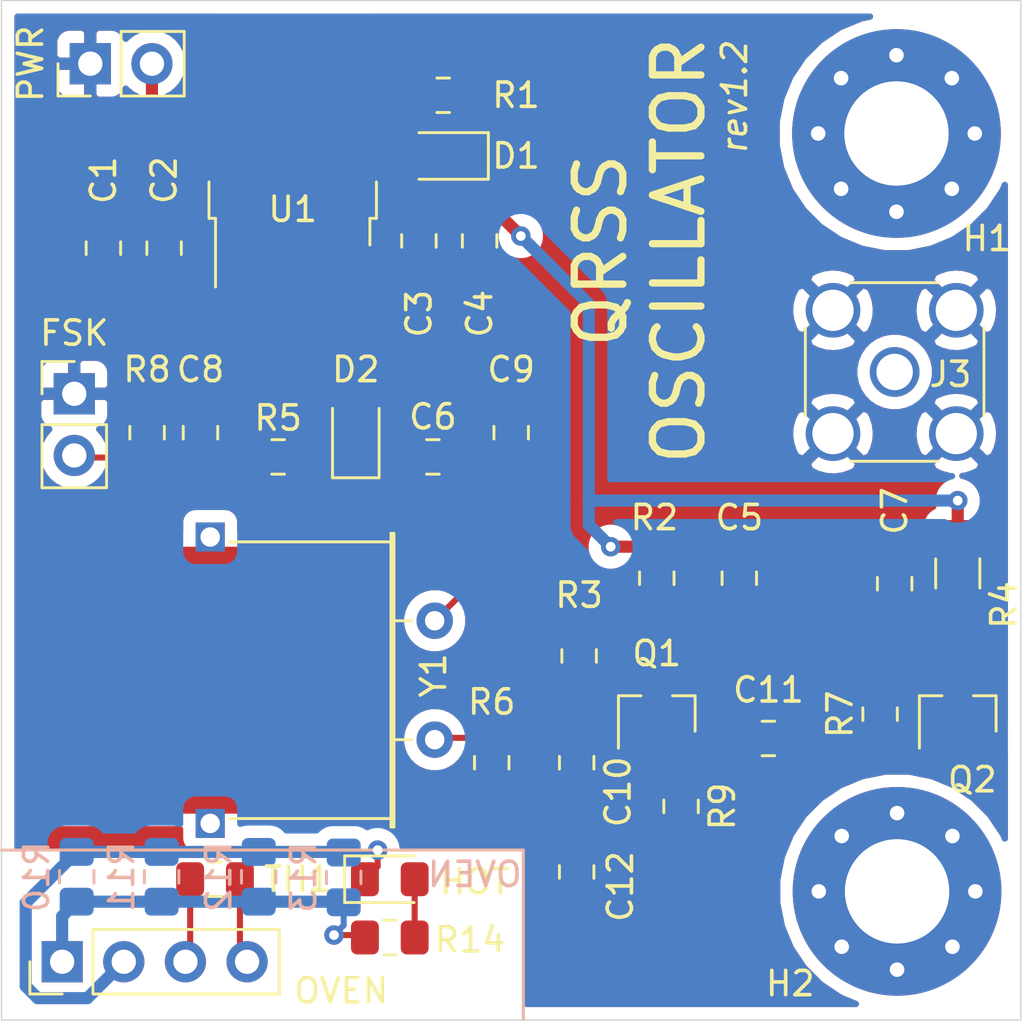
<source format=kicad_pcb>
(kicad_pcb (version 20171130) (host pcbnew "(5.1.2)-1")

  (general
    (thickness 1.6)
    (drawings 12)
    (tracks 106)
    (zones 0)
    (modules 40)
    (nets 19)
  )

  (page A4)
  (layers
    (0 F.Cu signal)
    (31 B.Cu signal)
    (32 B.Adhes user)
    (33 F.Adhes user)
    (34 B.Paste user)
    (35 F.Paste user)
    (36 B.SilkS user)
    (37 F.SilkS user)
    (38 B.Mask user)
    (39 F.Mask user)
    (40 Dwgs.User user)
    (41 Cmts.User user)
    (42 Eco1.User user)
    (43 Eco2.User user)
    (44 Edge.Cuts user)
    (45 Margin user)
    (46 B.CrtYd user)
    (47 F.CrtYd user)
    (48 B.Fab user hide)
    (49 F.Fab user hide)
  )

  (setup
    (last_trace_width 0.25)
    (user_trace_width 0.5)
    (trace_clearance 0.2)
    (zone_clearance 0.508)
    (zone_45_only no)
    (trace_min 0.2)
    (via_size 0.8)
    (via_drill 0.4)
    (via_min_size 0.4)
    (via_min_drill 0.3)
    (uvia_size 0.3)
    (uvia_drill 0.1)
    (uvias_allowed no)
    (uvia_min_size 0.2)
    (uvia_min_drill 0.1)
    (edge_width 0.05)
    (segment_width 0.2)
    (pcb_text_width 0.3)
    (pcb_text_size 1.5 1.5)
    (mod_edge_width 0.12)
    (mod_text_size 1 1)
    (mod_text_width 0.15)
    (pad_size 1.524 1.524)
    (pad_drill 0.762)
    (pad_to_mask_clearance 0.051)
    (solder_mask_min_width 0.25)
    (aux_axis_origin 0 0)
    (visible_elements 7FFFFFFF)
    (pcbplotparams
      (layerselection 0x010fc_ffffffff)
      (usegerberextensions false)
      (usegerberattributes false)
      (usegerberadvancedattributes false)
      (creategerberjobfile false)
      (excludeedgelayer true)
      (linewidth 0.050000)
      (plotframeref false)
      (viasonmask false)
      (mode 1)
      (useauxorigin false)
      (hpglpennumber 1)
      (hpglpenspeed 20)
      (hpglpendiameter 15.000000)
      (psnegative false)
      (psa4output false)
      (plotreference true)
      (plotvalue true)
      (plotinvisibletext false)
      (padsonsilk false)
      (subtractmaskfromsilk false)
      (outputformat 1)
      (mirror false)
      (drillshape 1)
      (scaleselection 1)
      (outputdirectory ""))
  )

  (net 0 "")
  (net 1 "Net-(C1-Pad1)")
  (net 2 GND)
  (net 3 "Net-(C5-Pad2)")
  (net 4 "Net-(C6-Pad2)")
  (net 5 "Net-(C6-Pad1)")
  (net 6 "Net-(C7-Pad1)")
  (net 7 "Net-(C7-Pad2)")
  (net 8 "Net-(C8-Pad1)")
  (net 9 "Net-(C10-Pad2)")
  (net 10 "Net-(C10-Pad1)")
  (net 11 "Net-(C11-Pad1)")
  (net 12 +5V)
  (net 13 "Net-(D1-Pad1)")
  (net 14 "Net-(D3-Pad1)")
  (net 15 "Net-(D3-Pad2)")
  (net 16 "Net-(J4-Pad1)")
  (net 17 "Net-(J4-Pad3)")
  (net 18 "Net-(J4-Pad4)")

  (net_class Default "This is the default net class."
    (clearance 0.2)
    (trace_width 0.25)
    (via_dia 0.8)
    (via_drill 0.4)
    (uvia_dia 0.3)
    (uvia_drill 0.1)
    (add_net +5V)
    (add_net GND)
    (add_net "Net-(C1-Pad1)")
    (add_net "Net-(C10-Pad1)")
    (add_net "Net-(C10-Pad2)")
    (add_net "Net-(C11-Pad1)")
    (add_net "Net-(C5-Pad2)")
    (add_net "Net-(C6-Pad1)")
    (add_net "Net-(C6-Pad2)")
    (add_net "Net-(C7-Pad1)")
    (add_net "Net-(C7-Pad2)")
    (add_net "Net-(C8-Pad1)")
    (add_net "Net-(D1-Pad1)")
    (add_net "Net-(D3-Pad1)")
    (add_net "Net-(D3-Pad2)")
    (add_net "Net-(J4-Pad1)")
    (add_net "Net-(J4-Pad3)")
    (add_net "Net-(J4-Pad4)")
  )

  (module Resistor_SMD:R_0805_2012Metric_Pad1.15x1.40mm_HandSolder (layer B.Cu) (tedit 5B36C52B) (tstamp 5D3DEF61)
    (at 114.1 86.125 270)
    (descr "Resistor SMD 0805 (2012 Metric), square (rectangular) end terminal, IPC_7351 nominal with elongated pad for handsoldering. (Body size source: https://docs.google.com/spreadsheets/d/1BsfQQcO9C6DZCsRaXUlFlo91Tg2WpOkGARC1WS5S8t0/edit?usp=sharing), generated with kicad-footprint-generator")
    (tags "resistor handsolder")
    (path /5D3FFAED)
    (attr smd)
    (fp_text reference R13 (at 0 1.65 270) (layer B.SilkS)
      (effects (font (size 1 1) (thickness 0.15)) (justify mirror))
    )
    (fp_text value 330 (at 0 -1.65 270) (layer B.Fab)
      (effects (font (size 1 1) (thickness 0.15)) (justify mirror))
    )
    (fp_text user %R (at 0 0 270) (layer B.Fab)
      (effects (font (size 0.5 0.5) (thickness 0.08)) (justify mirror))
    )
    (fp_line (start 1.85 -0.95) (end -1.85 -0.95) (layer B.CrtYd) (width 0.05))
    (fp_line (start 1.85 0.95) (end 1.85 -0.95) (layer B.CrtYd) (width 0.05))
    (fp_line (start -1.85 0.95) (end 1.85 0.95) (layer B.CrtYd) (width 0.05))
    (fp_line (start -1.85 -0.95) (end -1.85 0.95) (layer B.CrtYd) (width 0.05))
    (fp_line (start -0.261252 -0.71) (end 0.261252 -0.71) (layer B.SilkS) (width 0.12))
    (fp_line (start -0.261252 0.71) (end 0.261252 0.71) (layer B.SilkS) (width 0.12))
    (fp_line (start 1 -0.6) (end -1 -0.6) (layer B.Fab) (width 0.1))
    (fp_line (start 1 0.6) (end 1 -0.6) (layer B.Fab) (width 0.1))
    (fp_line (start -1 0.6) (end 1 0.6) (layer B.Fab) (width 0.1))
    (fp_line (start -1 -0.6) (end -1 0.6) (layer B.Fab) (width 0.1))
    (pad 2 smd roundrect (at 1.025 0 270) (size 1.15 1.4) (layers B.Cu B.Paste B.Mask) (roundrect_rratio 0.217391)
      (net 16 "Net-(J4-Pad1)"))
    (pad 1 smd roundrect (at -1.025 0 270) (size 1.15 1.4) (layers B.Cu B.Paste B.Mask) (roundrect_rratio 0.217391)
      (net 14 "Net-(D3-Pad1)"))
    (model ${KISYS3DMOD}/Resistor_SMD.3dshapes/R_0805_2012Metric.wrl
      (at (xyz 0 0 0))
      (scale (xyz 1 1 1))
      (rotate (xyz 0 0 0))
    )
  )

  (module Resistor_SMD:R_0805_2012Metric_Pad1.15x1.40mm_HandSolder (layer B.Cu) (tedit 5B36C52B) (tstamp 5D3DEF2E)
    (at 103.1 86.1 270)
    (descr "Resistor SMD 0805 (2012 Metric), square (rectangular) end terminal, IPC_7351 nominal with elongated pad for handsoldering. (Body size source: https://docs.google.com/spreadsheets/d/1BsfQQcO9C6DZCsRaXUlFlo91Tg2WpOkGARC1WS5S8t0/edit?usp=sharing), generated with kicad-footprint-generator")
    (tags "resistor handsolder")
    (path /5D3FEF67)
    (attr smd)
    (fp_text reference R10 (at 0 1.65 270) (layer B.SilkS)
      (effects (font (size 1 1) (thickness 0.15)) (justify mirror))
    )
    (fp_text value 330 (at 0 -1.65 270) (layer B.Fab)
      (effects (font (size 1 1) (thickness 0.15)) (justify mirror))
    )
    (fp_line (start -1 -0.6) (end -1 0.6) (layer B.Fab) (width 0.1))
    (fp_line (start -1 0.6) (end 1 0.6) (layer B.Fab) (width 0.1))
    (fp_line (start 1 0.6) (end 1 -0.6) (layer B.Fab) (width 0.1))
    (fp_line (start 1 -0.6) (end -1 -0.6) (layer B.Fab) (width 0.1))
    (fp_line (start -0.261252 0.71) (end 0.261252 0.71) (layer B.SilkS) (width 0.12))
    (fp_line (start -0.261252 -0.71) (end 0.261252 -0.71) (layer B.SilkS) (width 0.12))
    (fp_line (start -1.85 -0.95) (end -1.85 0.95) (layer B.CrtYd) (width 0.05))
    (fp_line (start -1.85 0.95) (end 1.85 0.95) (layer B.CrtYd) (width 0.05))
    (fp_line (start 1.85 0.95) (end 1.85 -0.95) (layer B.CrtYd) (width 0.05))
    (fp_line (start 1.85 -0.95) (end -1.85 -0.95) (layer B.CrtYd) (width 0.05))
    (fp_text user %R (at 0 0 270) (layer B.Fab)
      (effects (font (size 0.5 0.5) (thickness 0.08)) (justify mirror))
    )
    (pad 1 smd roundrect (at -1.025 0 270) (size 1.15 1.4) (layers B.Cu B.Paste B.Mask) (roundrect_rratio 0.217391)
      (net 14 "Net-(D3-Pad1)"))
    (pad 2 smd roundrect (at 1.025 0 270) (size 1.15 1.4) (layers B.Cu B.Paste B.Mask) (roundrect_rratio 0.217391)
      (net 16 "Net-(J4-Pad1)"))
    (model ${KISYS3DMOD}/Resistor_SMD.3dshapes/R_0805_2012Metric.wrl
      (at (xyz 0 0 0))
      (scale (xyz 1 1 1))
      (rotate (xyz 0 0 0))
    )
  )

  (module Resistor_SMD:R_0805_2012Metric_Pad1.15x1.40mm_HandSolder (layer B.Cu) (tedit 5B36C52B) (tstamp 5D3DEF50)
    (at 110.6 86.1 270)
    (descr "Resistor SMD 0805 (2012 Metric), square (rectangular) end terminal, IPC_7351 nominal with elongated pad for handsoldering. (Body size source: https://docs.google.com/spreadsheets/d/1BsfQQcO9C6DZCsRaXUlFlo91Tg2WpOkGARC1WS5S8t0/edit?usp=sharing), generated with kicad-footprint-generator")
    (tags "resistor handsolder")
    (path /5D3FF67C)
    (attr smd)
    (fp_text reference R12 (at 0 1.65 270) (layer B.SilkS)
      (effects (font (size 1 1) (thickness 0.15)) (justify mirror))
    )
    (fp_text value 330 (at 0 -1.65 270) (layer B.Fab)
      (effects (font (size 1 1) (thickness 0.15)) (justify mirror))
    )
    (fp_line (start -1 -0.6) (end -1 0.6) (layer B.Fab) (width 0.1))
    (fp_line (start -1 0.6) (end 1 0.6) (layer B.Fab) (width 0.1))
    (fp_line (start 1 0.6) (end 1 -0.6) (layer B.Fab) (width 0.1))
    (fp_line (start 1 -0.6) (end -1 -0.6) (layer B.Fab) (width 0.1))
    (fp_line (start -0.261252 0.71) (end 0.261252 0.71) (layer B.SilkS) (width 0.12))
    (fp_line (start -0.261252 -0.71) (end 0.261252 -0.71) (layer B.SilkS) (width 0.12))
    (fp_line (start -1.85 -0.95) (end -1.85 0.95) (layer B.CrtYd) (width 0.05))
    (fp_line (start -1.85 0.95) (end 1.85 0.95) (layer B.CrtYd) (width 0.05))
    (fp_line (start 1.85 0.95) (end 1.85 -0.95) (layer B.CrtYd) (width 0.05))
    (fp_line (start 1.85 -0.95) (end -1.85 -0.95) (layer B.CrtYd) (width 0.05))
    (fp_text user %R (at 0 0 270) (layer B.Fab)
      (effects (font (size 0.5 0.5) (thickness 0.08)) (justify mirror))
    )
    (pad 1 smd roundrect (at -1.025 0 270) (size 1.15 1.4) (layers B.Cu B.Paste B.Mask) (roundrect_rratio 0.217391)
      (net 14 "Net-(D3-Pad1)"))
    (pad 2 smd roundrect (at 1.025 0 270) (size 1.15 1.4) (layers B.Cu B.Paste B.Mask) (roundrect_rratio 0.217391)
      (net 16 "Net-(J4-Pad1)"))
    (model ${KISYS3DMOD}/Resistor_SMD.3dshapes/R_0805_2012Metric.wrl
      (at (xyz 0 0 0))
      (scale (xyz 1 1 1))
      (rotate (xyz 0 0 0))
    )
  )

  (module Resistor_SMD:R_0805_2012Metric_Pad1.15x1.40mm_HandSolder (layer B.Cu) (tedit 5B36C52B) (tstamp 5D3DEF3F)
    (at 106.6 86.1 270)
    (descr "Resistor SMD 0805 (2012 Metric), square (rectangular) end terminal, IPC_7351 nominal with elongated pad for handsoldering. (Body size source: https://docs.google.com/spreadsheets/d/1BsfQQcO9C6DZCsRaXUlFlo91Tg2WpOkGARC1WS5S8t0/edit?usp=sharing), generated with kicad-footprint-generator")
    (tags "resistor handsolder")
    (path /5D3FF40D)
    (attr smd)
    (fp_text reference R11 (at 0 1.65 270) (layer B.SilkS)
      (effects (font (size 1 1) (thickness 0.15)) (justify mirror))
    )
    (fp_text value 330 (at 0 -1.65 270) (layer B.Fab)
      (effects (font (size 1 1) (thickness 0.15)) (justify mirror))
    )
    (fp_text user %R (at 0 0 270) (layer B.Fab)
      (effects (font (size 0.5 0.5) (thickness 0.08)) (justify mirror))
    )
    (fp_line (start 1.85 -0.95) (end -1.85 -0.95) (layer B.CrtYd) (width 0.05))
    (fp_line (start 1.85 0.95) (end 1.85 -0.95) (layer B.CrtYd) (width 0.05))
    (fp_line (start -1.85 0.95) (end 1.85 0.95) (layer B.CrtYd) (width 0.05))
    (fp_line (start -1.85 -0.95) (end -1.85 0.95) (layer B.CrtYd) (width 0.05))
    (fp_line (start -0.261252 -0.71) (end 0.261252 -0.71) (layer B.SilkS) (width 0.12))
    (fp_line (start -0.261252 0.71) (end 0.261252 0.71) (layer B.SilkS) (width 0.12))
    (fp_line (start 1 -0.6) (end -1 -0.6) (layer B.Fab) (width 0.1))
    (fp_line (start 1 0.6) (end 1 -0.6) (layer B.Fab) (width 0.1))
    (fp_line (start -1 0.6) (end 1 0.6) (layer B.Fab) (width 0.1))
    (fp_line (start -1 -0.6) (end -1 0.6) (layer B.Fab) (width 0.1))
    (pad 2 smd roundrect (at 1.025 0 270) (size 1.15 1.4) (layers B.Cu B.Paste B.Mask) (roundrect_rratio 0.217391)
      (net 16 "Net-(J4-Pad1)"))
    (pad 1 smd roundrect (at -1.025 0 270) (size 1.15 1.4) (layers B.Cu B.Paste B.Mask) (roundrect_rratio 0.217391)
      (net 14 "Net-(D3-Pad1)"))
    (model ${KISYS3DMOD}/Resistor_SMD.3dshapes/R_0805_2012Metric.wrl
      (at (xyz 0 0 0))
      (scale (xyz 1 1 1))
      (rotate (xyz 0 0 0))
    )
  )

  (module Capacitor_SMD:C_0805_2012Metric_Pad1.15x1.40mm_HandSolder (layer F.Cu) (tedit 5B36C52B) (tstamp 5D27FB54)
    (at 104.2 60.2 270)
    (descr "Capacitor SMD 0805 (2012 Metric), square (rectangular) end terminal, IPC_7351 nominal with elongated pad for handsoldering. (Body size source: https://docs.google.com/spreadsheets/d/1BsfQQcO9C6DZCsRaXUlFlo91Tg2WpOkGARC1WS5S8t0/edit?usp=sharing), generated with kicad-footprint-generator")
    (tags "capacitor handsolder")
    (path /5D259F5E)
    (attr smd)
    (fp_text reference C1 (at -2.8 0 90) (layer F.SilkS)
      (effects (font (size 1 1) (thickness 0.15)))
    )
    (fp_text value 10u (at 0 1.65 90) (layer F.Fab)
      (effects (font (size 1 1) (thickness 0.15)))
    )
    (fp_line (start -1 0.6) (end -1 -0.6) (layer F.Fab) (width 0.1))
    (fp_line (start -1 -0.6) (end 1 -0.6) (layer F.Fab) (width 0.1))
    (fp_line (start 1 -0.6) (end 1 0.6) (layer F.Fab) (width 0.1))
    (fp_line (start 1 0.6) (end -1 0.6) (layer F.Fab) (width 0.1))
    (fp_line (start -0.261252 -0.71) (end 0.261252 -0.71) (layer F.SilkS) (width 0.12))
    (fp_line (start -0.261252 0.71) (end 0.261252 0.71) (layer F.SilkS) (width 0.12))
    (fp_line (start -1.85 0.95) (end -1.85 -0.95) (layer F.CrtYd) (width 0.05))
    (fp_line (start -1.85 -0.95) (end 1.85 -0.95) (layer F.CrtYd) (width 0.05))
    (fp_line (start 1.85 -0.95) (end 1.85 0.95) (layer F.CrtYd) (width 0.05))
    (fp_line (start 1.85 0.95) (end -1.85 0.95) (layer F.CrtYd) (width 0.05))
    (fp_text user %R (at 0 0 90) (layer F.Fab)
      (effects (font (size 0.5 0.5) (thickness 0.08)))
    )
    (pad 1 smd roundrect (at -1.025 0 270) (size 1.15 1.4) (layers F.Cu F.Paste F.Mask) (roundrect_rratio 0.217391)
      (net 1 "Net-(C1-Pad1)"))
    (pad 2 smd roundrect (at 1.025 0 270) (size 1.15 1.4) (layers F.Cu F.Paste F.Mask) (roundrect_rratio 0.217391)
      (net 2 GND))
    (model ${KISYS3DMOD}/Capacitor_SMD.3dshapes/C_0805_2012Metric.wrl
      (at (xyz 0 0 0))
      (scale (xyz 1 1 1))
      (rotate (xyz 0 0 0))
    )
  )

  (module Capacitor_SMD:C_0805_2012Metric_Pad1.15x1.40mm_HandSolder (layer F.Cu) (tedit 5B36C52B) (tstamp 5D27FB65)
    (at 106.7 60.2 270)
    (descr "Capacitor SMD 0805 (2012 Metric), square (rectangular) end terminal, IPC_7351 nominal with elongated pad for handsoldering. (Body size source: https://docs.google.com/spreadsheets/d/1BsfQQcO9C6DZCsRaXUlFlo91Tg2WpOkGARC1WS5S8t0/edit?usp=sharing), generated with kicad-footprint-generator")
    (tags "capacitor handsolder")
    (path /5D2595C4)
    (attr smd)
    (fp_text reference C2 (at -2.8 0 90) (layer F.SilkS)
      (effects (font (size 1 1) (thickness 0.15)))
    )
    (fp_text value .1u (at 0 1.65 90) (layer F.Fab)
      (effects (font (size 1 1) (thickness 0.15)))
    )
    (fp_text user %R (at 0 0 90) (layer F.Fab)
      (effects (font (size 0.5 0.5) (thickness 0.08)))
    )
    (fp_line (start 1.85 0.95) (end -1.85 0.95) (layer F.CrtYd) (width 0.05))
    (fp_line (start 1.85 -0.95) (end 1.85 0.95) (layer F.CrtYd) (width 0.05))
    (fp_line (start -1.85 -0.95) (end 1.85 -0.95) (layer F.CrtYd) (width 0.05))
    (fp_line (start -1.85 0.95) (end -1.85 -0.95) (layer F.CrtYd) (width 0.05))
    (fp_line (start -0.261252 0.71) (end 0.261252 0.71) (layer F.SilkS) (width 0.12))
    (fp_line (start -0.261252 -0.71) (end 0.261252 -0.71) (layer F.SilkS) (width 0.12))
    (fp_line (start 1 0.6) (end -1 0.6) (layer F.Fab) (width 0.1))
    (fp_line (start 1 -0.6) (end 1 0.6) (layer F.Fab) (width 0.1))
    (fp_line (start -1 -0.6) (end 1 -0.6) (layer F.Fab) (width 0.1))
    (fp_line (start -1 0.6) (end -1 -0.6) (layer F.Fab) (width 0.1))
    (pad 2 smd roundrect (at 1.025 0 270) (size 1.15 1.4) (layers F.Cu F.Paste F.Mask) (roundrect_rratio 0.217391)
      (net 2 GND))
    (pad 1 smd roundrect (at -1.025 0 270) (size 1.15 1.4) (layers F.Cu F.Paste F.Mask) (roundrect_rratio 0.217391)
      (net 1 "Net-(C1-Pad1)"))
    (model ${KISYS3DMOD}/Capacitor_SMD.3dshapes/C_0805_2012Metric.wrl
      (at (xyz 0 0 0))
      (scale (xyz 1 1 1))
      (rotate (xyz 0 0 0))
    )
  )

  (module Capacitor_SMD:C_0805_2012Metric_Pad1.15x1.40mm_HandSolder (layer F.Cu) (tedit 5B36C52B) (tstamp 5D27FB76)
    (at 117.2 59.9 270)
    (descr "Capacitor SMD 0805 (2012 Metric), square (rectangular) end terminal, IPC_7351 nominal with elongated pad for handsoldering. (Body size source: https://docs.google.com/spreadsheets/d/1BsfQQcO9C6DZCsRaXUlFlo91Tg2WpOkGARC1WS5S8t0/edit?usp=sharing), generated with kicad-footprint-generator")
    (tags "capacitor handsolder")
    (path /5D25BB30)
    (attr smd)
    (fp_text reference C3 (at 3 0 90) (layer F.SilkS)
      (effects (font (size 1 1) (thickness 0.15)))
    )
    (fp_text value 10u (at 0 1.65 90) (layer F.Fab)
      (effects (font (size 1 1) (thickness 0.15)))
    )
    (fp_text user %R (at 0 0 90) (layer F.Fab)
      (effects (font (size 0.5 0.5) (thickness 0.08)))
    )
    (fp_line (start 1.85 0.95) (end -1.85 0.95) (layer F.CrtYd) (width 0.05))
    (fp_line (start 1.85 -0.95) (end 1.85 0.95) (layer F.CrtYd) (width 0.05))
    (fp_line (start -1.85 -0.95) (end 1.85 -0.95) (layer F.CrtYd) (width 0.05))
    (fp_line (start -1.85 0.95) (end -1.85 -0.95) (layer F.CrtYd) (width 0.05))
    (fp_line (start -0.261252 0.71) (end 0.261252 0.71) (layer F.SilkS) (width 0.12))
    (fp_line (start -0.261252 -0.71) (end 0.261252 -0.71) (layer F.SilkS) (width 0.12))
    (fp_line (start 1 0.6) (end -1 0.6) (layer F.Fab) (width 0.1))
    (fp_line (start 1 -0.6) (end 1 0.6) (layer F.Fab) (width 0.1))
    (fp_line (start -1 -0.6) (end 1 -0.6) (layer F.Fab) (width 0.1))
    (fp_line (start -1 0.6) (end -1 -0.6) (layer F.Fab) (width 0.1))
    (pad 2 smd roundrect (at 1.025 0 270) (size 1.15 1.4) (layers F.Cu F.Paste F.Mask) (roundrect_rratio 0.217391)
      (net 2 GND))
    (pad 1 smd roundrect (at -1.025 0 270) (size 1.15 1.4) (layers F.Cu F.Paste F.Mask) (roundrect_rratio 0.217391)
      (net 12 +5V))
    (model ${KISYS3DMOD}/Capacitor_SMD.3dshapes/C_0805_2012Metric.wrl
      (at (xyz 0 0 0))
      (scale (xyz 1 1 1))
      (rotate (xyz 0 0 0))
    )
  )

  (module Capacitor_SMD:C_0805_2012Metric_Pad1.15x1.40mm_HandSolder (layer F.Cu) (tedit 5B36C52B) (tstamp 5D27FB87)
    (at 119.7 59.9 270)
    (descr "Capacitor SMD 0805 (2012 Metric), square (rectangular) end terminal, IPC_7351 nominal with elongated pad for handsoldering. (Body size source: https://docs.google.com/spreadsheets/d/1BsfQQcO9C6DZCsRaXUlFlo91Tg2WpOkGARC1WS5S8t0/edit?usp=sharing), generated with kicad-footprint-generator")
    (tags "capacitor handsolder")
    (path /5D25C885)
    (attr smd)
    (fp_text reference C4 (at 3 0 90) (layer F.SilkS)
      (effects (font (size 1 1) (thickness 0.15)))
    )
    (fp_text value .1u (at 0 1.65 90) (layer F.Fab)
      (effects (font (size 1 1) (thickness 0.15)))
    )
    (fp_line (start -1 0.6) (end -1 -0.6) (layer F.Fab) (width 0.1))
    (fp_line (start -1 -0.6) (end 1 -0.6) (layer F.Fab) (width 0.1))
    (fp_line (start 1 -0.6) (end 1 0.6) (layer F.Fab) (width 0.1))
    (fp_line (start 1 0.6) (end -1 0.6) (layer F.Fab) (width 0.1))
    (fp_line (start -0.261252 -0.71) (end 0.261252 -0.71) (layer F.SilkS) (width 0.12))
    (fp_line (start -0.261252 0.71) (end 0.261252 0.71) (layer F.SilkS) (width 0.12))
    (fp_line (start -1.85 0.95) (end -1.85 -0.95) (layer F.CrtYd) (width 0.05))
    (fp_line (start -1.85 -0.95) (end 1.85 -0.95) (layer F.CrtYd) (width 0.05))
    (fp_line (start 1.85 -0.95) (end 1.85 0.95) (layer F.CrtYd) (width 0.05))
    (fp_line (start 1.85 0.95) (end -1.85 0.95) (layer F.CrtYd) (width 0.05))
    (fp_text user %R (at 0 0 90) (layer F.Fab)
      (effects (font (size 0.5 0.5) (thickness 0.08)))
    )
    (pad 1 smd roundrect (at -1.025 0 270) (size 1.15 1.4) (layers F.Cu F.Paste F.Mask) (roundrect_rratio 0.217391)
      (net 12 +5V))
    (pad 2 smd roundrect (at 1.025 0 270) (size 1.15 1.4) (layers F.Cu F.Paste F.Mask) (roundrect_rratio 0.217391)
      (net 2 GND))
    (model ${KISYS3DMOD}/Capacitor_SMD.3dshapes/C_0805_2012Metric.wrl
      (at (xyz 0 0 0))
      (scale (xyz 1 1 1))
      (rotate (xyz 0 0 0))
    )
  )

  (module Capacitor_SMD:C_0805_2012Metric_Pad1.15x1.40mm_HandSolder (layer F.Cu) (tedit 5B36C52B) (tstamp 5D27FB98)
    (at 130.4 73.8 270)
    (descr "Capacitor SMD 0805 (2012 Metric), square (rectangular) end terminal, IPC_7351 nominal with elongated pad for handsoldering. (Body size source: https://docs.google.com/spreadsheets/d/1BsfQQcO9C6DZCsRaXUlFlo91Tg2WpOkGARC1WS5S8t0/edit?usp=sharing), generated with kicad-footprint-generator")
    (tags "capacitor handsolder")
    (path /5D26E5FC)
    (attr smd)
    (fp_text reference C5 (at -2.5 0 180) (layer F.SilkS)
      (effects (font (size 1 1) (thickness 0.15)))
    )
    (fp_text value .1u (at 0 1.65 90) (layer F.Fab)
      (effects (font (size 1 1) (thickness 0.15)))
    )
    (fp_text user %R (at 0 0 90) (layer F.Fab)
      (effects (font (size 0.5 0.5) (thickness 0.08)))
    )
    (fp_line (start 1.85 0.95) (end -1.85 0.95) (layer F.CrtYd) (width 0.05))
    (fp_line (start 1.85 -0.95) (end 1.85 0.95) (layer F.CrtYd) (width 0.05))
    (fp_line (start -1.85 -0.95) (end 1.85 -0.95) (layer F.CrtYd) (width 0.05))
    (fp_line (start -1.85 0.95) (end -1.85 -0.95) (layer F.CrtYd) (width 0.05))
    (fp_line (start -0.261252 0.71) (end 0.261252 0.71) (layer F.SilkS) (width 0.12))
    (fp_line (start -0.261252 -0.71) (end 0.261252 -0.71) (layer F.SilkS) (width 0.12))
    (fp_line (start 1 0.6) (end -1 0.6) (layer F.Fab) (width 0.1))
    (fp_line (start 1 -0.6) (end 1 0.6) (layer F.Fab) (width 0.1))
    (fp_line (start -1 -0.6) (end 1 -0.6) (layer F.Fab) (width 0.1))
    (fp_line (start -1 0.6) (end -1 -0.6) (layer F.Fab) (width 0.1))
    (pad 2 smd roundrect (at 1.025 0 270) (size 1.15 1.4) (layers F.Cu F.Paste F.Mask) (roundrect_rratio 0.217391)
      (net 3 "Net-(C5-Pad2)"))
    (pad 1 smd roundrect (at -1.025 0 270) (size 1.15 1.4) (layers F.Cu F.Paste F.Mask) (roundrect_rratio 0.217391)
      (net 2 GND))
    (model ${KISYS3DMOD}/Capacitor_SMD.3dshapes/C_0805_2012Metric.wrl
      (at (xyz 0 0 0))
      (scale (xyz 1 1 1))
      (rotate (xyz 0 0 0))
    )
  )

  (module Capacitor_SMD:C_0805_2012Metric_Pad1.15x1.40mm_HandSolder (layer F.Cu) (tedit 5B36C52B) (tstamp 5D27FBA9)
    (at 117.775 68.8)
    (descr "Capacitor SMD 0805 (2012 Metric), square (rectangular) end terminal, IPC_7351 nominal with elongated pad for handsoldering. (Body size source: https://docs.google.com/spreadsheets/d/1BsfQQcO9C6DZCsRaXUlFlo91Tg2WpOkGARC1WS5S8t0/edit?usp=sharing), generated with kicad-footprint-generator")
    (tags "capacitor handsolder")
    (path /5D28025A)
    (attr smd)
    (fp_text reference C6 (at 0 -1.65) (layer F.SilkS)
      (effects (font (size 1 1) (thickness 0.15)))
    )
    (fp_text value 33p (at 0 1.65) (layer F.Fab)
      (effects (font (size 1 1) (thickness 0.15)))
    )
    (fp_text user %R (at 0 0) (layer F.Fab)
      (effects (font (size 0.5 0.5) (thickness 0.08)))
    )
    (fp_line (start 1.85 0.95) (end -1.85 0.95) (layer F.CrtYd) (width 0.05))
    (fp_line (start 1.85 -0.95) (end 1.85 0.95) (layer F.CrtYd) (width 0.05))
    (fp_line (start -1.85 -0.95) (end 1.85 -0.95) (layer F.CrtYd) (width 0.05))
    (fp_line (start -1.85 0.95) (end -1.85 -0.95) (layer F.CrtYd) (width 0.05))
    (fp_line (start -0.261252 0.71) (end 0.261252 0.71) (layer F.SilkS) (width 0.12))
    (fp_line (start -0.261252 -0.71) (end 0.261252 -0.71) (layer F.SilkS) (width 0.12))
    (fp_line (start 1 0.6) (end -1 0.6) (layer F.Fab) (width 0.1))
    (fp_line (start 1 -0.6) (end 1 0.6) (layer F.Fab) (width 0.1))
    (fp_line (start -1 -0.6) (end 1 -0.6) (layer F.Fab) (width 0.1))
    (fp_line (start -1 0.6) (end -1 -0.6) (layer F.Fab) (width 0.1))
    (pad 2 smd roundrect (at 1.025 0) (size 1.15 1.4) (layers F.Cu F.Paste F.Mask) (roundrect_rratio 0.217391)
      (net 4 "Net-(C6-Pad2)"))
    (pad 1 smd roundrect (at -1.025 0) (size 1.15 1.4) (layers F.Cu F.Paste F.Mask) (roundrect_rratio 0.217391)
      (net 5 "Net-(C6-Pad1)"))
    (model ${KISYS3DMOD}/Capacitor_SMD.3dshapes/C_0805_2012Metric.wrl
      (at (xyz 0 0 0))
      (scale (xyz 1 1 1))
      (rotate (xyz 0 0 0))
    )
  )

  (module Capacitor_SMD:C_0805_2012Metric_Pad1.15x1.40mm_HandSolder (layer F.Cu) (tedit 5B36C52B) (tstamp 5D27FBBA)
    (at 136.8 74.025 270)
    (descr "Capacitor SMD 0805 (2012 Metric), square (rectangular) end terminal, IPC_7351 nominal with elongated pad for handsoldering. (Body size source: https://docs.google.com/spreadsheets/d/1BsfQQcO9C6DZCsRaXUlFlo91Tg2WpOkGARC1WS5S8t0/edit?usp=sharing), generated with kicad-footprint-generator")
    (tags "capacitor handsolder")
    (path /5D2AB30E)
    (attr smd)
    (fp_text reference C7 (at -3 0 90) (layer F.SilkS)
      (effects (font (size 1 1) (thickness 0.15)))
    )
    (fp_text value 1n (at 0 1.65 90) (layer F.Fab)
      (effects (font (size 1 1) (thickness 0.15)))
    )
    (fp_line (start -1 0.6) (end -1 -0.6) (layer F.Fab) (width 0.1))
    (fp_line (start -1 -0.6) (end 1 -0.6) (layer F.Fab) (width 0.1))
    (fp_line (start 1 -0.6) (end 1 0.6) (layer F.Fab) (width 0.1))
    (fp_line (start 1 0.6) (end -1 0.6) (layer F.Fab) (width 0.1))
    (fp_line (start -0.261252 -0.71) (end 0.261252 -0.71) (layer F.SilkS) (width 0.12))
    (fp_line (start -0.261252 0.71) (end 0.261252 0.71) (layer F.SilkS) (width 0.12))
    (fp_line (start -1.85 0.95) (end -1.85 -0.95) (layer F.CrtYd) (width 0.05))
    (fp_line (start -1.85 -0.95) (end 1.85 -0.95) (layer F.CrtYd) (width 0.05))
    (fp_line (start 1.85 -0.95) (end 1.85 0.95) (layer F.CrtYd) (width 0.05))
    (fp_line (start 1.85 0.95) (end -1.85 0.95) (layer F.CrtYd) (width 0.05))
    (fp_text user %R (at 0 0 90) (layer F.Fab)
      (effects (font (size 0.5 0.5) (thickness 0.08)))
    )
    (pad 1 smd roundrect (at -1.025 0 270) (size 1.15 1.4) (layers F.Cu F.Paste F.Mask) (roundrect_rratio 0.217391)
      (net 6 "Net-(C7-Pad1)"))
    (pad 2 smd roundrect (at 1.025 0 270) (size 1.15 1.4) (layers F.Cu F.Paste F.Mask) (roundrect_rratio 0.217391)
      (net 7 "Net-(C7-Pad2)"))
    (model ${KISYS3DMOD}/Capacitor_SMD.3dshapes/C_0805_2012Metric.wrl
      (at (xyz 0 0 0))
      (scale (xyz 1 1 1))
      (rotate (xyz 0 0 0))
    )
  )

  (module Capacitor_SMD:C_0805_2012Metric_Pad1.15x1.40mm_HandSolder (layer F.Cu) (tedit 5B36C52B) (tstamp 5D27FBCB)
    (at 108.2 67.8 90)
    (descr "Capacitor SMD 0805 (2012 Metric), square (rectangular) end terminal, IPC_7351 nominal with elongated pad for handsoldering. (Body size source: https://docs.google.com/spreadsheets/d/1BsfQQcO9C6DZCsRaXUlFlo91Tg2WpOkGARC1WS5S8t0/edit?usp=sharing), generated with kicad-footprint-generator")
    (tags "capacitor handsolder")
    (path /5D28E939)
    (attr smd)
    (fp_text reference C8 (at 2.6 0 180) (layer F.SilkS)
      (effects (font (size 1 1) (thickness 0.15)))
    )
    (fp_text value .1u (at 0 1.65 90) (layer F.Fab)
      (effects (font (size 1 1) (thickness 0.15)))
    )
    (fp_line (start -1 0.6) (end -1 -0.6) (layer F.Fab) (width 0.1))
    (fp_line (start -1 -0.6) (end 1 -0.6) (layer F.Fab) (width 0.1))
    (fp_line (start 1 -0.6) (end 1 0.6) (layer F.Fab) (width 0.1))
    (fp_line (start 1 0.6) (end -1 0.6) (layer F.Fab) (width 0.1))
    (fp_line (start -0.261252 -0.71) (end 0.261252 -0.71) (layer F.SilkS) (width 0.12))
    (fp_line (start -0.261252 0.71) (end 0.261252 0.71) (layer F.SilkS) (width 0.12))
    (fp_line (start -1.85 0.95) (end -1.85 -0.95) (layer F.CrtYd) (width 0.05))
    (fp_line (start -1.85 -0.95) (end 1.85 -0.95) (layer F.CrtYd) (width 0.05))
    (fp_line (start 1.85 -0.95) (end 1.85 0.95) (layer F.CrtYd) (width 0.05))
    (fp_line (start 1.85 0.95) (end -1.85 0.95) (layer F.CrtYd) (width 0.05))
    (fp_text user %R (at 0 0 90) (layer F.Fab)
      (effects (font (size 0.5 0.5) (thickness 0.08)))
    )
    (pad 1 smd roundrect (at -1.025 0 90) (size 1.15 1.4) (layers F.Cu F.Paste F.Mask) (roundrect_rratio 0.217391)
      (net 8 "Net-(C8-Pad1)"))
    (pad 2 smd roundrect (at 1.025 0 90) (size 1.15 1.4) (layers F.Cu F.Paste F.Mask) (roundrect_rratio 0.217391)
      (net 2 GND))
    (model ${KISYS3DMOD}/Capacitor_SMD.3dshapes/C_0805_2012Metric.wrl
      (at (xyz 0 0 0))
      (scale (xyz 1 1 1))
      (rotate (xyz 0 0 0))
    )
  )

  (module Capacitor_SMD:C_0805_2012Metric_Pad1.15x1.40mm_HandSolder (layer F.Cu) (tedit 5B36C52B) (tstamp 5D27FBDC)
    (at 121 67.8 90)
    (descr "Capacitor SMD 0805 (2012 Metric), square (rectangular) end terminal, IPC_7351 nominal with elongated pad for handsoldering. (Body size source: https://docs.google.com/spreadsheets/d/1BsfQQcO9C6DZCsRaXUlFlo91Tg2WpOkGARC1WS5S8t0/edit?usp=sharing), generated with kicad-footprint-generator")
    (tags "capacitor handsolder")
    (path /5D292E8B)
    (attr smd)
    (fp_text reference C9 (at 2.6 0 180) (layer F.SilkS)
      (effects (font (size 1 1) (thickness 0.15)))
    )
    (fp_text value 33p (at 0 1.65 90) (layer F.Fab)
      (effects (font (size 1 1) (thickness 0.15)))
    )
    (fp_text user %R (at 0 0 90) (layer F.Fab)
      (effects (font (size 0.5 0.5) (thickness 0.08)))
    )
    (fp_line (start 1.85 0.95) (end -1.85 0.95) (layer F.CrtYd) (width 0.05))
    (fp_line (start 1.85 -0.95) (end 1.85 0.95) (layer F.CrtYd) (width 0.05))
    (fp_line (start -1.85 -0.95) (end 1.85 -0.95) (layer F.CrtYd) (width 0.05))
    (fp_line (start -1.85 0.95) (end -1.85 -0.95) (layer F.CrtYd) (width 0.05))
    (fp_line (start -0.261252 0.71) (end 0.261252 0.71) (layer F.SilkS) (width 0.12))
    (fp_line (start -0.261252 -0.71) (end 0.261252 -0.71) (layer F.SilkS) (width 0.12))
    (fp_line (start 1 0.6) (end -1 0.6) (layer F.Fab) (width 0.1))
    (fp_line (start 1 -0.6) (end 1 0.6) (layer F.Fab) (width 0.1))
    (fp_line (start -1 -0.6) (end 1 -0.6) (layer F.Fab) (width 0.1))
    (fp_line (start -1 0.6) (end -1 -0.6) (layer F.Fab) (width 0.1))
    (pad 2 smd roundrect (at 1.025 0 90) (size 1.15 1.4) (layers F.Cu F.Paste F.Mask) (roundrect_rratio 0.217391)
      (net 2 GND))
    (pad 1 smd roundrect (at -1.025 0 90) (size 1.15 1.4) (layers F.Cu F.Paste F.Mask) (roundrect_rratio 0.217391)
      (net 4 "Net-(C6-Pad2)"))
    (model ${KISYS3DMOD}/Capacitor_SMD.3dshapes/C_0805_2012Metric.wrl
      (at (xyz 0 0 0))
      (scale (xyz 1 1 1))
      (rotate (xyz 0 0 0))
    )
  )

  (module Capacitor_SMD:C_0805_2012Metric_Pad1.15x1.40mm_HandSolder (layer F.Cu) (tedit 5B36C52B) (tstamp 5D27FBED)
    (at 123.7 81.4 270)
    (descr "Capacitor SMD 0805 (2012 Metric), square (rectangular) end terminal, IPC_7351 nominal with elongated pad for handsoldering. (Body size source: https://docs.google.com/spreadsheets/d/1BsfQQcO9C6DZCsRaXUlFlo91Tg2WpOkGARC1WS5S8t0/edit?usp=sharing), generated with kicad-footprint-generator")
    (tags "capacitor handsolder")
    (path /5D2671C4)
    (attr smd)
    (fp_text reference C10 (at 1.2 -1.7 90) (layer F.SilkS)
      (effects (font (size 1 1) (thickness 0.15)))
    )
    (fp_text value 120p (at 0 1.65 90) (layer F.Fab)
      (effects (font (size 1 1) (thickness 0.15)))
    )
    (fp_line (start -1 0.6) (end -1 -0.6) (layer F.Fab) (width 0.1))
    (fp_line (start -1 -0.6) (end 1 -0.6) (layer F.Fab) (width 0.1))
    (fp_line (start 1 -0.6) (end 1 0.6) (layer F.Fab) (width 0.1))
    (fp_line (start 1 0.6) (end -1 0.6) (layer F.Fab) (width 0.1))
    (fp_line (start -0.261252 -0.71) (end 0.261252 -0.71) (layer F.SilkS) (width 0.12))
    (fp_line (start -0.261252 0.71) (end 0.261252 0.71) (layer F.SilkS) (width 0.12))
    (fp_line (start -1.85 0.95) (end -1.85 -0.95) (layer F.CrtYd) (width 0.05))
    (fp_line (start -1.85 -0.95) (end 1.85 -0.95) (layer F.CrtYd) (width 0.05))
    (fp_line (start 1.85 -0.95) (end 1.85 0.95) (layer F.CrtYd) (width 0.05))
    (fp_line (start 1.85 0.95) (end -1.85 0.95) (layer F.CrtYd) (width 0.05))
    (fp_text user %R (at 0 0 90) (layer F.Fab)
      (effects (font (size 0.5 0.5) (thickness 0.08)))
    )
    (pad 1 smd roundrect (at -1.025 0 270) (size 1.15 1.4) (layers F.Cu F.Paste F.Mask) (roundrect_rratio 0.217391)
      (net 10 "Net-(C10-Pad1)"))
    (pad 2 smd roundrect (at 1.025 0 270) (size 1.15 1.4) (layers F.Cu F.Paste F.Mask) (roundrect_rratio 0.217391)
      (net 9 "Net-(C10-Pad2)"))
    (model ${KISYS3DMOD}/Capacitor_SMD.3dshapes/C_0805_2012Metric.wrl
      (at (xyz 0 0 0))
      (scale (xyz 1 1 1))
      (rotate (xyz 0 0 0))
    )
  )

  (module Capacitor_SMD:C_0805_2012Metric_Pad1.15x1.40mm_HandSolder (layer F.Cu) (tedit 5B36C52B) (tstamp 5D27FBFE)
    (at 131.6 80.4 180)
    (descr "Capacitor SMD 0805 (2012 Metric), square (rectangular) end terminal, IPC_7351 nominal with elongated pad for handsoldering. (Body size source: https://docs.google.com/spreadsheets/d/1BsfQQcO9C6DZCsRaXUlFlo91Tg2WpOkGARC1WS5S8t0/edit?usp=sharing), generated with kicad-footprint-generator")
    (tags "capacitor handsolder")
    (path /5D29F74B)
    (attr smd)
    (fp_text reference C11 (at 0 2) (layer F.SilkS)
      (effects (font (size 1 1) (thickness 0.15)))
    )
    (fp_text value 120p (at 0 1.65) (layer F.Fab)
      (effects (font (size 1 1) (thickness 0.15)))
    )
    (fp_text user %R (at 0 0) (layer F.Fab)
      (effects (font (size 0.5 0.5) (thickness 0.08)))
    )
    (fp_line (start 1.85 0.95) (end -1.85 0.95) (layer F.CrtYd) (width 0.05))
    (fp_line (start 1.85 -0.95) (end 1.85 0.95) (layer F.CrtYd) (width 0.05))
    (fp_line (start -1.85 -0.95) (end 1.85 -0.95) (layer F.CrtYd) (width 0.05))
    (fp_line (start -1.85 0.95) (end -1.85 -0.95) (layer F.CrtYd) (width 0.05))
    (fp_line (start -0.261252 0.71) (end 0.261252 0.71) (layer F.SilkS) (width 0.12))
    (fp_line (start -0.261252 -0.71) (end 0.261252 -0.71) (layer F.SilkS) (width 0.12))
    (fp_line (start 1 0.6) (end -1 0.6) (layer F.Fab) (width 0.1))
    (fp_line (start 1 -0.6) (end 1 0.6) (layer F.Fab) (width 0.1))
    (fp_line (start -1 -0.6) (end 1 -0.6) (layer F.Fab) (width 0.1))
    (fp_line (start -1 0.6) (end -1 -0.6) (layer F.Fab) (width 0.1))
    (pad 2 smd roundrect (at 1.025 0 180) (size 1.15 1.4) (layers F.Cu F.Paste F.Mask) (roundrect_rratio 0.217391)
      (net 9 "Net-(C10-Pad2)"))
    (pad 1 smd roundrect (at -1.025 0 180) (size 1.15 1.4) (layers F.Cu F.Paste F.Mask) (roundrect_rratio 0.217391)
      (net 11 "Net-(C11-Pad1)"))
    (model ${KISYS3DMOD}/Capacitor_SMD.3dshapes/C_0805_2012Metric.wrl
      (at (xyz 0 0 0))
      (scale (xyz 1 1 1))
      (rotate (xyz 0 0 0))
    )
  )

  (module Capacitor_SMD:C_0805_2012Metric_Pad1.15x1.40mm_HandSolder (layer F.Cu) (tedit 5B36C52B) (tstamp 5D27FC0F)
    (at 123.7 85.9 270)
    (descr "Capacitor SMD 0805 (2012 Metric), square (rectangular) end terminal, IPC_7351 nominal with elongated pad for handsoldering. (Body size source: https://docs.google.com/spreadsheets/d/1BsfQQcO9C6DZCsRaXUlFlo91Tg2WpOkGARC1WS5S8t0/edit?usp=sharing), generated with kicad-footprint-generator")
    (tags "capacitor handsolder")
    (path /5D2678BD)
    (attr smd)
    (fp_text reference C12 (at 0.6 -1.8 270) (layer F.SilkS)
      (effects (font (size 1 1) (thickness 0.15)))
    )
    (fp_text value 120p (at 0 1.65 90) (layer F.Fab)
      (effects (font (size 1 1) (thickness 0.15)))
    )
    (fp_text user %R (at 0 0 90) (layer F.Fab)
      (effects (font (size 0.5 0.5) (thickness 0.08)))
    )
    (fp_line (start 1.85 0.95) (end -1.85 0.95) (layer F.CrtYd) (width 0.05))
    (fp_line (start 1.85 -0.95) (end 1.85 0.95) (layer F.CrtYd) (width 0.05))
    (fp_line (start -1.85 -0.95) (end 1.85 -0.95) (layer F.CrtYd) (width 0.05))
    (fp_line (start -1.85 0.95) (end -1.85 -0.95) (layer F.CrtYd) (width 0.05))
    (fp_line (start -0.261252 0.71) (end 0.261252 0.71) (layer F.SilkS) (width 0.12))
    (fp_line (start -0.261252 -0.71) (end 0.261252 -0.71) (layer F.SilkS) (width 0.12))
    (fp_line (start 1 0.6) (end -1 0.6) (layer F.Fab) (width 0.1))
    (fp_line (start 1 -0.6) (end 1 0.6) (layer F.Fab) (width 0.1))
    (fp_line (start -1 -0.6) (end 1 -0.6) (layer F.Fab) (width 0.1))
    (fp_line (start -1 0.6) (end -1 -0.6) (layer F.Fab) (width 0.1))
    (pad 2 smd roundrect (at 1.025 0 270) (size 1.15 1.4) (layers F.Cu F.Paste F.Mask) (roundrect_rratio 0.217391)
      (net 2 GND))
    (pad 1 smd roundrect (at -1.025 0 270) (size 1.15 1.4) (layers F.Cu F.Paste F.Mask) (roundrect_rratio 0.217391)
      (net 9 "Net-(C10-Pad2)"))
    (model ${KISYS3DMOD}/Capacitor_SMD.3dshapes/C_0805_2012Metric.wrl
      (at (xyz 0 0 0))
      (scale (xyz 1 1 1))
      (rotate (xyz 0 0 0))
    )
  )

  (module LED_SMD:LED_0805_2012Metric_Pad1.15x1.40mm_HandSolder (layer F.Cu) (tedit 5B4B45C9) (tstamp 5D27FC22)
    (at 118.2 56.4 180)
    (descr "LED SMD 0805 (2012 Metric), square (rectangular) end terminal, IPC_7351 nominal, (Body size source: https://docs.google.com/spreadsheets/d/1BsfQQcO9C6DZCsRaXUlFlo91Tg2WpOkGARC1WS5S8t0/edit?usp=sharing), generated with kicad-footprint-generator")
    (tags "LED handsolder")
    (path /5D25E00B)
    (attr smd)
    (fp_text reference D1 (at -3 0) (layer F.SilkS)
      (effects (font (size 1 1) (thickness 0.15)))
    )
    (fp_text value POWER (at 0 1.65) (layer F.Fab)
      (effects (font (size 1 1) (thickness 0.15)))
    )
    (fp_line (start 1 -0.6) (end -0.7 -0.6) (layer F.Fab) (width 0.1))
    (fp_line (start -0.7 -0.6) (end -1 -0.3) (layer F.Fab) (width 0.1))
    (fp_line (start -1 -0.3) (end -1 0.6) (layer F.Fab) (width 0.1))
    (fp_line (start -1 0.6) (end 1 0.6) (layer F.Fab) (width 0.1))
    (fp_line (start 1 0.6) (end 1 -0.6) (layer F.Fab) (width 0.1))
    (fp_line (start 1 -0.96) (end -1.86 -0.96) (layer F.SilkS) (width 0.12))
    (fp_line (start -1.86 -0.96) (end -1.86 0.96) (layer F.SilkS) (width 0.12))
    (fp_line (start -1.86 0.96) (end 1 0.96) (layer F.SilkS) (width 0.12))
    (fp_line (start -1.85 0.95) (end -1.85 -0.95) (layer F.CrtYd) (width 0.05))
    (fp_line (start -1.85 -0.95) (end 1.85 -0.95) (layer F.CrtYd) (width 0.05))
    (fp_line (start 1.85 -0.95) (end 1.85 0.95) (layer F.CrtYd) (width 0.05))
    (fp_line (start 1.85 0.95) (end -1.85 0.95) (layer F.CrtYd) (width 0.05))
    (fp_text user %R (at 0 0) (layer F.Fab)
      (effects (font (size 0.5 0.5) (thickness 0.08)))
    )
    (pad 1 smd roundrect (at -1.025 0 180) (size 1.15 1.4) (layers F.Cu F.Paste F.Mask) (roundrect_rratio 0.217391)
      (net 13 "Net-(D1-Pad1)"))
    (pad 2 smd roundrect (at 1.025 0 180) (size 1.15 1.4) (layers F.Cu F.Paste F.Mask) (roundrect_rratio 0.217391)
      (net 12 +5V))
    (model ${KISYS3DMOD}/LED_SMD.3dshapes/LED_0805_2012Metric.wrl
      (at (xyz 0 0 0))
      (scale (xyz 1 1 1))
      (rotate (xyz 0 0 0))
    )
  )

  (module LED_SMD:LED_0805_2012Metric_Pad1.15x1.40mm_HandSolder (layer F.Cu) (tedit 5B4B45C9) (tstamp 5D27FC35)
    (at 114.6 67.8 90)
    (descr "LED SMD 0805 (2012 Metric), square (rectangular) end terminal, IPC_7351 nominal, (Body size source: https://docs.google.com/spreadsheets/d/1BsfQQcO9C6DZCsRaXUlFlo91Tg2WpOkGARC1WS5S8t0/edit?usp=sharing), generated with kicad-footprint-generator")
    (tags "LED handsolder")
    (path /5D2814C6)
    (attr smd)
    (fp_text reference D2 (at 2.6 0 180) (layer F.SilkS)
      (effects (font (size 1 1) (thickness 0.15)))
    )
    (fp_text value BB132 (at 0 1.65 90) (layer F.Fab)
      (effects (font (size 1 1) (thickness 0.15)))
    )
    (fp_text user %R (at 0 0 90) (layer F.Fab)
      (effects (font (size 0.5 0.5) (thickness 0.08)))
    )
    (fp_line (start 1.85 0.95) (end -1.85 0.95) (layer F.CrtYd) (width 0.05))
    (fp_line (start 1.85 -0.95) (end 1.85 0.95) (layer F.CrtYd) (width 0.05))
    (fp_line (start -1.85 -0.95) (end 1.85 -0.95) (layer F.CrtYd) (width 0.05))
    (fp_line (start -1.85 0.95) (end -1.85 -0.95) (layer F.CrtYd) (width 0.05))
    (fp_line (start -1.86 0.96) (end 1 0.96) (layer F.SilkS) (width 0.12))
    (fp_line (start -1.86 -0.96) (end -1.86 0.96) (layer F.SilkS) (width 0.12))
    (fp_line (start 1 -0.96) (end -1.86 -0.96) (layer F.SilkS) (width 0.12))
    (fp_line (start 1 0.6) (end 1 -0.6) (layer F.Fab) (width 0.1))
    (fp_line (start -1 0.6) (end 1 0.6) (layer F.Fab) (width 0.1))
    (fp_line (start -1 -0.3) (end -1 0.6) (layer F.Fab) (width 0.1))
    (fp_line (start -0.7 -0.6) (end -1 -0.3) (layer F.Fab) (width 0.1))
    (fp_line (start 1 -0.6) (end -0.7 -0.6) (layer F.Fab) (width 0.1))
    (pad 2 smd roundrect (at 1.025 0 90) (size 1.15 1.4) (layers F.Cu F.Paste F.Mask) (roundrect_rratio 0.217391)
      (net 2 GND))
    (pad 1 smd roundrect (at -1.025 0 90) (size 1.15 1.4) (layers F.Cu F.Paste F.Mask) (roundrect_rratio 0.217391)
      (net 5 "Net-(C6-Pad1)"))
    (model ${KISYS3DMOD}/LED_SMD.3dshapes/LED_0805_2012Metric.wrl
      (at (xyz 0 0 0))
      (scale (xyz 1 1 1))
      (rotate (xyz 0 0 0))
    )
  )

  (module Connector_PinHeader_2.54mm:PinHeader_1x02_P2.54mm_Vertical (layer F.Cu) (tedit 59FED5CC) (tstamp 5D27FC53)
    (at 103.66 52.6 90)
    (descr "Through hole straight pin header, 1x02, 2.54mm pitch, single row")
    (tags "Through hole pin header THT 1x02 2.54mm single row")
    (path /5D2E24C6)
    (fp_text reference PWR (at 0 -2.46 90) (layer F.SilkS)
      (effects (font (size 1 1) (thickness 0.15)))
    )
    (fp_text value PWR (at 0 4.87 90) (layer F.Fab)
      (effects (font (size 1 1) (thickness 0.15)))
    )
    (fp_text user %R (at 0 1.27) (layer F.Fab)
      (effects (font (size 1 1) (thickness 0.15)))
    )
    (fp_line (start 1.8 -1.8) (end -1.8 -1.8) (layer F.CrtYd) (width 0.05))
    (fp_line (start 1.8 4.35) (end 1.8 -1.8) (layer F.CrtYd) (width 0.05))
    (fp_line (start -1.8 4.35) (end 1.8 4.35) (layer F.CrtYd) (width 0.05))
    (fp_line (start -1.8 -1.8) (end -1.8 4.35) (layer F.CrtYd) (width 0.05))
    (fp_line (start -1.33 -1.33) (end 0 -1.33) (layer F.SilkS) (width 0.12))
    (fp_line (start -1.33 0) (end -1.33 -1.33) (layer F.SilkS) (width 0.12))
    (fp_line (start -1.33 1.27) (end 1.33 1.27) (layer F.SilkS) (width 0.12))
    (fp_line (start 1.33 1.27) (end 1.33 3.87) (layer F.SilkS) (width 0.12))
    (fp_line (start -1.33 1.27) (end -1.33 3.87) (layer F.SilkS) (width 0.12))
    (fp_line (start -1.33 3.87) (end 1.33 3.87) (layer F.SilkS) (width 0.12))
    (fp_line (start -1.27 -0.635) (end -0.635 -1.27) (layer F.Fab) (width 0.1))
    (fp_line (start -1.27 3.81) (end -1.27 -0.635) (layer F.Fab) (width 0.1))
    (fp_line (start 1.27 3.81) (end -1.27 3.81) (layer F.Fab) (width 0.1))
    (fp_line (start 1.27 -1.27) (end 1.27 3.81) (layer F.Fab) (width 0.1))
    (fp_line (start -0.635 -1.27) (end 1.27 -1.27) (layer F.Fab) (width 0.1))
    (pad 2 thru_hole oval (at 0 2.54 90) (size 1.7 1.7) (drill 1) (layers *.Cu *.Mask)
      (net 1 "Net-(C1-Pad1)"))
    (pad 1 thru_hole rect (at 0 0 90) (size 1.7 1.7) (drill 1) (layers *.Cu *.Mask)
      (net 2 GND))
  )

  (module Connector_PinHeader_2.54mm:PinHeader_1x02_P2.54mm_Vertical (layer F.Cu) (tedit 59FED5CC) (tstamp 5D27FC69)
    (at 103 66.2)
    (descr "Through hole straight pin header, 1x02, 2.54mm pitch, single row")
    (tags "Through hole pin header THT 1x02 2.54mm single row")
    (path /5D2EDDE2)
    (fp_text reference FSK (at 0 -2.5) (layer F.SilkS)
      (effects (font (size 1 1) (thickness 0.15)))
    )
    (fp_text value FSK (at 0 4.87) (layer F.Fab)
      (effects (font (size 1 1) (thickness 0.15)))
    )
    (fp_line (start -0.635 -1.27) (end 1.27 -1.27) (layer F.Fab) (width 0.1))
    (fp_line (start 1.27 -1.27) (end 1.27 3.81) (layer F.Fab) (width 0.1))
    (fp_line (start 1.27 3.81) (end -1.27 3.81) (layer F.Fab) (width 0.1))
    (fp_line (start -1.27 3.81) (end -1.27 -0.635) (layer F.Fab) (width 0.1))
    (fp_line (start -1.27 -0.635) (end -0.635 -1.27) (layer F.Fab) (width 0.1))
    (fp_line (start -1.33 3.87) (end 1.33 3.87) (layer F.SilkS) (width 0.12))
    (fp_line (start -1.33 1.27) (end -1.33 3.87) (layer F.SilkS) (width 0.12))
    (fp_line (start 1.33 1.27) (end 1.33 3.87) (layer F.SilkS) (width 0.12))
    (fp_line (start -1.33 1.27) (end 1.33 1.27) (layer F.SilkS) (width 0.12))
    (fp_line (start -1.33 0) (end -1.33 -1.33) (layer F.SilkS) (width 0.12))
    (fp_line (start -1.33 -1.33) (end 0 -1.33) (layer F.SilkS) (width 0.12))
    (fp_line (start -1.8 -1.8) (end -1.8 4.35) (layer F.CrtYd) (width 0.05))
    (fp_line (start -1.8 4.35) (end 1.8 4.35) (layer F.CrtYd) (width 0.05))
    (fp_line (start 1.8 4.35) (end 1.8 -1.8) (layer F.CrtYd) (width 0.05))
    (fp_line (start 1.8 -1.8) (end -1.8 -1.8) (layer F.CrtYd) (width 0.05))
    (fp_text user %R (at 0 1.27 90) (layer F.Fab)
      (effects (font (size 1 1) (thickness 0.15)))
    )
    (pad 1 thru_hole rect (at 0 0) (size 1.7 1.7) (drill 1) (layers *.Cu *.Mask)
      (net 2 GND))
    (pad 2 thru_hole oval (at 0 2.54) (size 1.7 1.7) (drill 1) (layers *.Cu *.Mask)
      (net 8 "Net-(C8-Pad1)"))
  )

  (module Connector_Coaxial:SMA_Amphenol_132134-16_Vertical (layer F.Cu) (tedit 5B2F4D94) (tstamp 5D27FC80)
    (at 136.8 65.3)
    (descr https://www.amphenolrf.com/downloads/dl/file/id/1141/product/2978/132134_16_customer_drawing.pdf)
    (tags "SMA THT Female Jack Vertical ExtendedLegs")
    (path /5D2B5DC2)
    (fp_text reference J3 (at 2.3 0.1) (layer F.SilkS)
      (effects (font (size 1 1) (thickness 0.15)))
    )
    (fp_text value RF-OUT (at 0 5) (layer F.Fab)
      (effects (font (size 1 1) (thickness 0.15)))
    )
    (fp_circle (center 0 0) (end 3.175 0) (layer F.Fab) (width 0.1))
    (fp_line (start 4.17 4.17) (end -4.17 4.17) (layer F.CrtYd) (width 0.05))
    (fp_line (start 4.17 4.17) (end 4.17 -4.17) (layer F.CrtYd) (width 0.05))
    (fp_line (start -4.17 -4.17) (end -4.17 4.17) (layer F.CrtYd) (width 0.05))
    (fp_line (start -4.17 -4.17) (end 4.17 -4.17) (layer F.CrtYd) (width 0.05))
    (fp_line (start -3.5 -3.5) (end 3.5 -3.5) (layer F.Fab) (width 0.1))
    (fp_line (start -3.5 -3.5) (end -3.5 3.5) (layer F.Fab) (width 0.1))
    (fp_line (start -3.5 3.5) (end 3.5 3.5) (layer F.Fab) (width 0.1))
    (fp_line (start 3.5 -3.5) (end 3.5 3.5) (layer F.Fab) (width 0.1))
    (fp_line (start -3.68 -1.8) (end -3.68 1.8) (layer F.SilkS) (width 0.12))
    (fp_line (start 3.68 -1.8) (end 3.68 1.8) (layer F.SilkS) (width 0.12))
    (fp_line (start -1.8 3.68) (end 1.8 3.68) (layer F.SilkS) (width 0.12))
    (fp_line (start -1.8 -3.68) (end 1.8 -3.68) (layer F.SilkS) (width 0.12))
    (fp_text user %R (at 0 0) (layer F.Fab)
      (effects (font (size 1 1) (thickness 0.15)))
    )
    (pad 1 thru_hole circle (at 0 0) (size 2.05 2.05) (drill 1.5) (layers *.Cu *.Mask)
      (net 6 "Net-(C7-Pad1)"))
    (pad 2 thru_hole circle (at 2.54 2.54) (size 2.25 2.25) (drill 1.7) (layers *.Cu *.Mask)
      (net 2 GND))
    (pad 2 thru_hole circle (at 2.54 -2.54) (size 2.25 2.25) (drill 1.7) (layers *.Cu *.Mask)
      (net 2 GND))
    (pad 2 thru_hole circle (at -2.54 -2.54) (size 2.25 2.25) (drill 1.7) (layers *.Cu *.Mask)
      (net 2 GND))
    (pad 2 thru_hole circle (at -2.54 2.54) (size 2.25 2.25) (drill 1.7) (layers *.Cu *.Mask)
      (net 2 GND))
    (model ${KISYS3DMOD}/Connector_Coaxial.3dshapes/SMA_Amphenol_132134-16_Vertical.wrl
      (at (xyz 0 0 0))
      (scale (xyz 1 1 1))
      (rotate (xyz 0 0 0))
    )
  )

  (module Package_TO_SOT_SMD:SOT-23 (layer F.Cu) (tedit 5A02FF57) (tstamp 5D27FC95)
    (at 127 79.4 90)
    (descr "SOT-23, Standard")
    (tags SOT-23)
    (path /5D2D2729)
    (attr smd)
    (fp_text reference Q1 (at 2.5 0 180) (layer F.SilkS)
      (effects (font (size 1 1) (thickness 0.15)))
    )
    (fp_text value MMBT3904 (at 0 2.5 90) (layer F.Fab)
      (effects (font (size 1 1) (thickness 0.15)))
    )
    (fp_line (start 0.76 1.58) (end -0.7 1.58) (layer F.SilkS) (width 0.12))
    (fp_line (start 0.76 -1.58) (end -1.4 -1.58) (layer F.SilkS) (width 0.12))
    (fp_line (start -1.7 1.75) (end -1.7 -1.75) (layer F.CrtYd) (width 0.05))
    (fp_line (start 1.7 1.75) (end -1.7 1.75) (layer F.CrtYd) (width 0.05))
    (fp_line (start 1.7 -1.75) (end 1.7 1.75) (layer F.CrtYd) (width 0.05))
    (fp_line (start -1.7 -1.75) (end 1.7 -1.75) (layer F.CrtYd) (width 0.05))
    (fp_line (start 0.76 -1.58) (end 0.76 -0.65) (layer F.SilkS) (width 0.12))
    (fp_line (start 0.76 1.58) (end 0.76 0.65) (layer F.SilkS) (width 0.12))
    (fp_line (start -0.7 1.52) (end 0.7 1.52) (layer F.Fab) (width 0.1))
    (fp_line (start 0.7 -1.52) (end 0.7 1.52) (layer F.Fab) (width 0.1))
    (fp_line (start -0.7 -0.95) (end -0.15 -1.52) (layer F.Fab) (width 0.1))
    (fp_line (start -0.15 -1.52) (end 0.7 -1.52) (layer F.Fab) (width 0.1))
    (fp_line (start -0.7 -0.95) (end -0.7 1.5) (layer F.Fab) (width 0.1))
    (fp_text user %R (at 0 0) (layer F.Fab)
      (effects (font (size 0.5 0.5) (thickness 0.075)))
    )
    (pad 3 smd rect (at 1 0 90) (size 0.9 0.8) (layers F.Cu F.Paste F.Mask)
      (net 3 "Net-(C5-Pad2)"))
    (pad 2 smd rect (at -1 0.95 90) (size 0.9 0.8) (layers F.Cu F.Paste F.Mask)
      (net 9 "Net-(C10-Pad2)"))
    (pad 1 smd rect (at -1 -0.95 90) (size 0.9 0.8) (layers F.Cu F.Paste F.Mask)
      (net 10 "Net-(C10-Pad1)"))
    (model ${KISYS3DMOD}/Package_TO_SOT_SMD.3dshapes/SOT-23.wrl
      (at (xyz 0 0 0))
      (scale (xyz 1 1 1))
      (rotate (xyz 0 0 0))
    )
  )

  (module Package_TO_SOT_SMD:SOT-23 (layer F.Cu) (tedit 5A02FF57) (tstamp 5D27FCAA)
    (at 139.4 79.4 90)
    (descr "SOT-23, Standard")
    (tags SOT-23)
    (path /5D2D366F)
    (attr smd)
    (fp_text reference Q2 (at -2.7 0.6 180) (layer F.SilkS)
      (effects (font (size 1 1) (thickness 0.15)))
    )
    (fp_text value MMBT3904 (at 0 2.5 90) (layer F.Fab)
      (effects (font (size 1 1) (thickness 0.15)))
    )
    (fp_text user %R (at 0 0) (layer F.Fab)
      (effects (font (size 0.5 0.5) (thickness 0.075)))
    )
    (fp_line (start -0.7 -0.95) (end -0.7 1.5) (layer F.Fab) (width 0.1))
    (fp_line (start -0.15 -1.52) (end 0.7 -1.52) (layer F.Fab) (width 0.1))
    (fp_line (start -0.7 -0.95) (end -0.15 -1.52) (layer F.Fab) (width 0.1))
    (fp_line (start 0.7 -1.52) (end 0.7 1.52) (layer F.Fab) (width 0.1))
    (fp_line (start -0.7 1.52) (end 0.7 1.52) (layer F.Fab) (width 0.1))
    (fp_line (start 0.76 1.58) (end 0.76 0.65) (layer F.SilkS) (width 0.12))
    (fp_line (start 0.76 -1.58) (end 0.76 -0.65) (layer F.SilkS) (width 0.12))
    (fp_line (start -1.7 -1.75) (end 1.7 -1.75) (layer F.CrtYd) (width 0.05))
    (fp_line (start 1.7 -1.75) (end 1.7 1.75) (layer F.CrtYd) (width 0.05))
    (fp_line (start 1.7 1.75) (end -1.7 1.75) (layer F.CrtYd) (width 0.05))
    (fp_line (start -1.7 1.75) (end -1.7 -1.75) (layer F.CrtYd) (width 0.05))
    (fp_line (start 0.76 -1.58) (end -1.4 -1.58) (layer F.SilkS) (width 0.12))
    (fp_line (start 0.76 1.58) (end -0.7 1.58) (layer F.SilkS) (width 0.12))
    (pad 1 smd rect (at -1 -0.95 90) (size 0.9 0.8) (layers F.Cu F.Paste F.Mask)
      (net 11 "Net-(C11-Pad1)"))
    (pad 2 smd rect (at -1 0.95 90) (size 0.9 0.8) (layers F.Cu F.Paste F.Mask)
      (net 2 GND))
    (pad 3 smd rect (at 1 0 90) (size 0.9 0.8) (layers F.Cu F.Paste F.Mask)
      (net 7 "Net-(C7-Pad2)"))
    (model ${KISYS3DMOD}/Package_TO_SOT_SMD.3dshapes/SOT-23.wrl
      (at (xyz 0 0 0))
      (scale (xyz 1 1 1))
      (rotate (xyz 0 0 0))
    )
  )

  (module Resistor_SMD:R_0805_2012Metric_Pad1.15x1.40mm_HandSolder (layer F.Cu) (tedit 5B36C52B) (tstamp 5D27FCBB)
    (at 118.2 53.9)
    (descr "Resistor SMD 0805 (2012 Metric), square (rectangular) end terminal, IPC_7351 nominal with elongated pad for handsoldering. (Body size source: https://docs.google.com/spreadsheets/d/1BsfQQcO9C6DZCsRaXUlFlo91Tg2WpOkGARC1WS5S8t0/edit?usp=sharing), generated with kicad-footprint-generator")
    (tags "resistor handsolder")
    (path /5D25D3BB)
    (attr smd)
    (fp_text reference R1 (at 3 0) (layer F.SilkS)
      (effects (font (size 1 1) (thickness 0.15)))
    )
    (fp_text value 10k (at 0 1.65) (layer F.Fab)
      (effects (font (size 1 1) (thickness 0.15)))
    )
    (fp_text user %R (at 0 0) (layer F.Fab)
      (effects (font (size 0.5 0.5) (thickness 0.08)))
    )
    (fp_line (start 1.85 0.95) (end -1.85 0.95) (layer F.CrtYd) (width 0.05))
    (fp_line (start 1.85 -0.95) (end 1.85 0.95) (layer F.CrtYd) (width 0.05))
    (fp_line (start -1.85 -0.95) (end 1.85 -0.95) (layer F.CrtYd) (width 0.05))
    (fp_line (start -1.85 0.95) (end -1.85 -0.95) (layer F.CrtYd) (width 0.05))
    (fp_line (start -0.261252 0.71) (end 0.261252 0.71) (layer F.SilkS) (width 0.12))
    (fp_line (start -0.261252 -0.71) (end 0.261252 -0.71) (layer F.SilkS) (width 0.12))
    (fp_line (start 1 0.6) (end -1 0.6) (layer F.Fab) (width 0.1))
    (fp_line (start 1 -0.6) (end 1 0.6) (layer F.Fab) (width 0.1))
    (fp_line (start -1 -0.6) (end 1 -0.6) (layer F.Fab) (width 0.1))
    (fp_line (start -1 0.6) (end -1 -0.6) (layer F.Fab) (width 0.1))
    (pad 2 smd roundrect (at 1.025 0) (size 1.15 1.4) (layers F.Cu F.Paste F.Mask) (roundrect_rratio 0.217391)
      (net 13 "Net-(D1-Pad1)"))
    (pad 1 smd roundrect (at -1.025 0) (size 1.15 1.4) (layers F.Cu F.Paste F.Mask) (roundrect_rratio 0.217391)
      (net 2 GND))
    (model ${KISYS3DMOD}/Resistor_SMD.3dshapes/R_0805_2012Metric.wrl
      (at (xyz 0 0 0))
      (scale (xyz 1 1 1))
      (rotate (xyz 0 0 0))
    )
  )

  (module Resistor_SMD:R_0805_2012Metric_Pad1.15x1.40mm_HandSolder (layer F.Cu) (tedit 5B36C52B) (tstamp 5D27FCCC)
    (at 127 73.8 270)
    (descr "Resistor SMD 0805 (2012 Metric), square (rectangular) end terminal, IPC_7351 nominal with elongated pad for handsoldering. (Body size source: https://docs.google.com/spreadsheets/d/1BsfQQcO9C6DZCsRaXUlFlo91Tg2WpOkGARC1WS5S8t0/edit?usp=sharing), generated with kicad-footprint-generator")
    (tags "resistor handsolder")
    (path /5D26D71F)
    (attr smd)
    (fp_text reference R2 (at -2.5 0.1 180) (layer F.SilkS)
      (effects (font (size 1 1) (thickness 0.15)))
    )
    (fp_text value 1k (at 0 1.65 90) (layer F.Fab)
      (effects (font (size 1 1) (thickness 0.15)))
    )
    (fp_line (start -1 0.6) (end -1 -0.6) (layer F.Fab) (width 0.1))
    (fp_line (start -1 -0.6) (end 1 -0.6) (layer F.Fab) (width 0.1))
    (fp_line (start 1 -0.6) (end 1 0.6) (layer F.Fab) (width 0.1))
    (fp_line (start 1 0.6) (end -1 0.6) (layer F.Fab) (width 0.1))
    (fp_line (start -0.261252 -0.71) (end 0.261252 -0.71) (layer F.SilkS) (width 0.12))
    (fp_line (start -0.261252 0.71) (end 0.261252 0.71) (layer F.SilkS) (width 0.12))
    (fp_line (start -1.85 0.95) (end -1.85 -0.95) (layer F.CrtYd) (width 0.05))
    (fp_line (start -1.85 -0.95) (end 1.85 -0.95) (layer F.CrtYd) (width 0.05))
    (fp_line (start 1.85 -0.95) (end 1.85 0.95) (layer F.CrtYd) (width 0.05))
    (fp_line (start 1.85 0.95) (end -1.85 0.95) (layer F.CrtYd) (width 0.05))
    (fp_text user %R (at 0 0 90) (layer F.Fab)
      (effects (font (size 0.5 0.5) (thickness 0.08)))
    )
    (pad 1 smd roundrect (at -1.025 0 270) (size 1.15 1.4) (layers F.Cu F.Paste F.Mask) (roundrect_rratio 0.217391)
      (net 12 +5V))
    (pad 2 smd roundrect (at 1.025 0 270) (size 1.15 1.4) (layers F.Cu F.Paste F.Mask) (roundrect_rratio 0.217391)
      (net 3 "Net-(C5-Pad2)"))
    (model ${KISYS3DMOD}/Resistor_SMD.3dshapes/R_0805_2012Metric.wrl
      (at (xyz 0 0 0))
      (scale (xyz 1 1 1))
      (rotate (xyz 0 0 0))
    )
  )

  (module Resistor_SMD:R_0805_2012Metric_Pad1.15x1.40mm_HandSolder (layer F.Cu) (tedit 5B36C52B) (tstamp 5D27FCDD)
    (at 123.8 77 90)
    (descr "Resistor SMD 0805 (2012 Metric), square (rectangular) end terminal, IPC_7351 nominal with elongated pad for handsoldering. (Body size source: https://docs.google.com/spreadsheets/d/1BsfQQcO9C6DZCsRaXUlFlo91Tg2WpOkGARC1WS5S8t0/edit?usp=sharing), generated with kicad-footprint-generator")
    (tags "resistor handsolder")
    (path /5D26911C)
    (attr smd)
    (fp_text reference R3 (at 2.5 0 180) (layer F.SilkS)
      (effects (font (size 1 1) (thickness 0.15)))
    )
    (fp_text value 10k (at 0 1.65 90) (layer F.Fab)
      (effects (font (size 1 1) (thickness 0.15)))
    )
    (fp_line (start -1 0.6) (end -1 -0.6) (layer F.Fab) (width 0.1))
    (fp_line (start -1 -0.6) (end 1 -0.6) (layer F.Fab) (width 0.1))
    (fp_line (start 1 -0.6) (end 1 0.6) (layer F.Fab) (width 0.1))
    (fp_line (start 1 0.6) (end -1 0.6) (layer F.Fab) (width 0.1))
    (fp_line (start -0.261252 -0.71) (end 0.261252 -0.71) (layer F.SilkS) (width 0.12))
    (fp_line (start -0.261252 0.71) (end 0.261252 0.71) (layer F.SilkS) (width 0.12))
    (fp_line (start -1.85 0.95) (end -1.85 -0.95) (layer F.CrtYd) (width 0.05))
    (fp_line (start -1.85 -0.95) (end 1.85 -0.95) (layer F.CrtYd) (width 0.05))
    (fp_line (start 1.85 -0.95) (end 1.85 0.95) (layer F.CrtYd) (width 0.05))
    (fp_line (start 1.85 0.95) (end -1.85 0.95) (layer F.CrtYd) (width 0.05))
    (fp_text user %R (at 0 0 90) (layer F.Fab)
      (effects (font (size 0.5 0.5) (thickness 0.08)))
    )
    (pad 1 smd roundrect (at -1.025 0 90) (size 1.15 1.4) (layers F.Cu F.Paste F.Mask) (roundrect_rratio 0.217391)
      (net 10 "Net-(C10-Pad1)"))
    (pad 2 smd roundrect (at 1.025 0 90) (size 1.15 1.4) (layers F.Cu F.Paste F.Mask) (roundrect_rratio 0.217391)
      (net 3 "Net-(C5-Pad2)"))
    (model ${KISYS3DMOD}/Resistor_SMD.3dshapes/R_0805_2012Metric.wrl
      (at (xyz 0 0 0))
      (scale (xyz 1 1 1))
      (rotate (xyz 0 0 0))
    )
  )

  (module Resistor_SMD:R_1206_3216Metric_Pad1.42x1.75mm_HandSolder (layer F.Cu) (tedit 5B301BBD) (tstamp 5D27FCEE)
    (at 139.4 73.6 270)
    (descr "Resistor SMD 1206 (3216 Metric), square (rectangular) end terminal, IPC_7351 nominal with elongated pad for handsoldering. (Body size source: http://www.tortai-tech.com/upload/download/2011102023233369053.pdf), generated with kicad-footprint-generator")
    (tags "resistor handsolder")
    (path /5D2A1D86)
    (attr smd)
    (fp_text reference R4 (at 1.3 -1.9 90) (layer F.SilkS)
      (effects (font (size 1 1) (thickness 0.15)))
    )
    (fp_text value 50 (at 0 1.82 90) (layer F.Fab)
      (effects (font (size 1 1) (thickness 0.15)))
    )
    (fp_text user %R (at 0 0 90) (layer F.Fab)
      (effects (font (size 0.8 0.8) (thickness 0.12)))
    )
    (fp_line (start 2.45 1.12) (end -2.45 1.12) (layer F.CrtYd) (width 0.05))
    (fp_line (start 2.45 -1.12) (end 2.45 1.12) (layer F.CrtYd) (width 0.05))
    (fp_line (start -2.45 -1.12) (end 2.45 -1.12) (layer F.CrtYd) (width 0.05))
    (fp_line (start -2.45 1.12) (end -2.45 -1.12) (layer F.CrtYd) (width 0.05))
    (fp_line (start -0.602064 0.91) (end 0.602064 0.91) (layer F.SilkS) (width 0.12))
    (fp_line (start -0.602064 -0.91) (end 0.602064 -0.91) (layer F.SilkS) (width 0.12))
    (fp_line (start 1.6 0.8) (end -1.6 0.8) (layer F.Fab) (width 0.1))
    (fp_line (start 1.6 -0.8) (end 1.6 0.8) (layer F.Fab) (width 0.1))
    (fp_line (start -1.6 -0.8) (end 1.6 -0.8) (layer F.Fab) (width 0.1))
    (fp_line (start -1.6 0.8) (end -1.6 -0.8) (layer F.Fab) (width 0.1))
    (pad 2 smd roundrect (at 1.4875 0 270) (size 1.425 1.75) (layers F.Cu F.Paste F.Mask) (roundrect_rratio 0.175439)
      (net 7 "Net-(C7-Pad2)"))
    (pad 1 smd roundrect (at -1.4875 0 270) (size 1.425 1.75) (layers F.Cu F.Paste F.Mask) (roundrect_rratio 0.175439)
      (net 12 +5V))
    (model ${KISYS3DMOD}/Resistor_SMD.3dshapes/R_1206_3216Metric.wrl
      (at (xyz 0 0 0))
      (scale (xyz 1 1 1))
      (rotate (xyz 0 0 0))
    )
  )

  (module Resistor_SMD:R_0805_2012Metric_Pad1.15x1.40mm_HandSolder (layer F.Cu) (tedit 5B36C52B) (tstamp 5D27FCFF)
    (at 111.4 68.8 180)
    (descr "Resistor SMD 0805 (2012 Metric), square (rectangular) end terminal, IPC_7351 nominal with elongated pad for handsoldering. (Body size source: https://docs.google.com/spreadsheets/d/1BsfQQcO9C6DZCsRaXUlFlo91Tg2WpOkGARC1WS5S8t0/edit?usp=sharing), generated with kicad-footprint-generator")
    (tags "resistor handsolder")
    (path /5D2839B6)
    (attr smd)
    (fp_text reference R5 (at 0 1.6) (layer F.SilkS)
      (effects (font (size 1 1) (thickness 0.15)))
    )
    (fp_text value 10k (at 0 1.65) (layer F.Fab)
      (effects (font (size 1 1) (thickness 0.15)))
    )
    (fp_line (start -1 0.6) (end -1 -0.6) (layer F.Fab) (width 0.1))
    (fp_line (start -1 -0.6) (end 1 -0.6) (layer F.Fab) (width 0.1))
    (fp_line (start 1 -0.6) (end 1 0.6) (layer F.Fab) (width 0.1))
    (fp_line (start 1 0.6) (end -1 0.6) (layer F.Fab) (width 0.1))
    (fp_line (start -0.261252 -0.71) (end 0.261252 -0.71) (layer F.SilkS) (width 0.12))
    (fp_line (start -0.261252 0.71) (end 0.261252 0.71) (layer F.SilkS) (width 0.12))
    (fp_line (start -1.85 0.95) (end -1.85 -0.95) (layer F.CrtYd) (width 0.05))
    (fp_line (start -1.85 -0.95) (end 1.85 -0.95) (layer F.CrtYd) (width 0.05))
    (fp_line (start 1.85 -0.95) (end 1.85 0.95) (layer F.CrtYd) (width 0.05))
    (fp_line (start 1.85 0.95) (end -1.85 0.95) (layer F.CrtYd) (width 0.05))
    (fp_text user %R (at 0 0) (layer F.Fab)
      (effects (font (size 0.5 0.5) (thickness 0.08)))
    )
    (pad 1 smd roundrect (at -1.025 0 180) (size 1.15 1.4) (layers F.Cu F.Paste F.Mask) (roundrect_rratio 0.217391)
      (net 5 "Net-(C6-Pad1)"))
    (pad 2 smd roundrect (at 1.025 0 180) (size 1.15 1.4) (layers F.Cu F.Paste F.Mask) (roundrect_rratio 0.217391)
      (net 8 "Net-(C8-Pad1)"))
    (model ${KISYS3DMOD}/Resistor_SMD.3dshapes/R_0805_2012Metric.wrl
      (at (xyz 0 0 0))
      (scale (xyz 1 1 1))
      (rotate (xyz 0 0 0))
    )
  )

  (module Resistor_SMD:R_0805_2012Metric_Pad1.15x1.40mm_HandSolder (layer F.Cu) (tedit 5B36C52B) (tstamp 5D27FD10)
    (at 120.2 81.4 270)
    (descr "Resistor SMD 0805 (2012 Metric), square (rectangular) end terminal, IPC_7351 nominal with elongated pad for handsoldering. (Body size source: https://docs.google.com/spreadsheets/d/1BsfQQcO9C6DZCsRaXUlFlo91Tg2WpOkGARC1WS5S8t0/edit?usp=sharing), generated with kicad-footprint-generator")
    (tags "resistor handsolder")
    (path /5D269928)
    (attr smd)
    (fp_text reference R6 (at -2.5 0) (layer F.SilkS)
      (effects (font (size 1 1) (thickness 0.15)))
    )
    (fp_text value 10k (at 0 1.65 90) (layer F.Fab)
      (effects (font (size 1 1) (thickness 0.15)))
    )
    (fp_text user %R (at 0 0 90) (layer F.Fab)
      (effects (font (size 0.5 0.5) (thickness 0.08)))
    )
    (fp_line (start 1.85 0.95) (end -1.85 0.95) (layer F.CrtYd) (width 0.05))
    (fp_line (start 1.85 -0.95) (end 1.85 0.95) (layer F.CrtYd) (width 0.05))
    (fp_line (start -1.85 -0.95) (end 1.85 -0.95) (layer F.CrtYd) (width 0.05))
    (fp_line (start -1.85 0.95) (end -1.85 -0.95) (layer F.CrtYd) (width 0.05))
    (fp_line (start -0.261252 0.71) (end 0.261252 0.71) (layer F.SilkS) (width 0.12))
    (fp_line (start -0.261252 -0.71) (end 0.261252 -0.71) (layer F.SilkS) (width 0.12))
    (fp_line (start 1 0.6) (end -1 0.6) (layer F.Fab) (width 0.1))
    (fp_line (start 1 -0.6) (end 1 0.6) (layer F.Fab) (width 0.1))
    (fp_line (start -1 -0.6) (end 1 -0.6) (layer F.Fab) (width 0.1))
    (fp_line (start -1 0.6) (end -1 -0.6) (layer F.Fab) (width 0.1))
    (pad 2 smd roundrect (at 1.025 0 270) (size 1.15 1.4) (layers F.Cu F.Paste F.Mask) (roundrect_rratio 0.217391)
      (net 2 GND))
    (pad 1 smd roundrect (at -1.025 0 270) (size 1.15 1.4) (layers F.Cu F.Paste F.Mask) (roundrect_rratio 0.217391)
      (net 10 "Net-(C10-Pad1)"))
    (model ${KISYS3DMOD}/Resistor_SMD.3dshapes/R_0805_2012Metric.wrl
      (at (xyz 0 0 0))
      (scale (xyz 1 1 1))
      (rotate (xyz 0 0 0))
    )
  )

  (module Resistor_SMD:R_0805_2012Metric_Pad1.15x1.40mm_HandSolder (layer F.Cu) (tedit 5B36C52B) (tstamp 5D27FD21)
    (at 136.2 79.4 90)
    (descr "Resistor SMD 0805 (2012 Metric), square (rectangular) end terminal, IPC_7351 nominal with elongated pad for handsoldering. (Body size source: https://docs.google.com/spreadsheets/d/1BsfQQcO9C6DZCsRaXUlFlo91Tg2WpOkGARC1WS5S8t0/edit?usp=sharing), generated with kicad-footprint-generator")
    (tags "resistor handsolder")
    (path /5D2A3551)
    (attr smd)
    (fp_text reference R7 (at 0 -1.65 90) (layer F.SilkS)
      (effects (font (size 1 1) (thickness 0.15)))
    )
    (fp_text value 10k (at 0 1.65 90) (layer F.Fab)
      (effects (font (size 1 1) (thickness 0.15)))
    )
    (fp_text user %R (at 0 0 90) (layer F.Fab)
      (effects (font (size 0.5 0.5) (thickness 0.08)))
    )
    (fp_line (start 1.85 0.95) (end -1.85 0.95) (layer F.CrtYd) (width 0.05))
    (fp_line (start 1.85 -0.95) (end 1.85 0.95) (layer F.CrtYd) (width 0.05))
    (fp_line (start -1.85 -0.95) (end 1.85 -0.95) (layer F.CrtYd) (width 0.05))
    (fp_line (start -1.85 0.95) (end -1.85 -0.95) (layer F.CrtYd) (width 0.05))
    (fp_line (start -0.261252 0.71) (end 0.261252 0.71) (layer F.SilkS) (width 0.12))
    (fp_line (start -0.261252 -0.71) (end 0.261252 -0.71) (layer F.SilkS) (width 0.12))
    (fp_line (start 1 0.6) (end -1 0.6) (layer F.Fab) (width 0.1))
    (fp_line (start 1 -0.6) (end 1 0.6) (layer F.Fab) (width 0.1))
    (fp_line (start -1 -0.6) (end 1 -0.6) (layer F.Fab) (width 0.1))
    (fp_line (start -1 0.6) (end -1 -0.6) (layer F.Fab) (width 0.1))
    (pad 2 smd roundrect (at 1.025 0 90) (size 1.15 1.4) (layers F.Cu F.Paste F.Mask) (roundrect_rratio 0.217391)
      (net 7 "Net-(C7-Pad2)"))
    (pad 1 smd roundrect (at -1.025 0 90) (size 1.15 1.4) (layers F.Cu F.Paste F.Mask) (roundrect_rratio 0.217391)
      (net 11 "Net-(C11-Pad1)"))
    (model ${KISYS3DMOD}/Resistor_SMD.3dshapes/R_0805_2012Metric.wrl
      (at (xyz 0 0 0))
      (scale (xyz 1 1 1))
      (rotate (xyz 0 0 0))
    )
  )

  (module Resistor_SMD:R_0805_2012Metric_Pad1.15x1.40mm_HandSolder (layer F.Cu) (tedit 5B36C52B) (tstamp 5D27FD32)
    (at 106 67.8 270)
    (descr "Resistor SMD 0805 (2012 Metric), square (rectangular) end terminal, IPC_7351 nominal with elongated pad for handsoldering. (Body size source: https://docs.google.com/spreadsheets/d/1BsfQQcO9C6DZCsRaXUlFlo91Tg2WpOkGARC1WS5S8t0/edit?usp=sharing), generated with kicad-footprint-generator")
    (tags "resistor handsolder")
    (path /5D284AB1)
    (attr smd)
    (fp_text reference R8 (at -2.6 0 180) (layer F.SilkS)
      (effects (font (size 1 1) (thickness 0.15)))
    )
    (fp_text value 1k (at 0 1.65 90) (layer F.Fab)
      (effects (font (size 1 1) (thickness 0.15)))
    )
    (fp_text user %R (at 0 0 90) (layer F.Fab)
      (effects (font (size 0.5 0.5) (thickness 0.08)))
    )
    (fp_line (start 1.85 0.95) (end -1.85 0.95) (layer F.CrtYd) (width 0.05))
    (fp_line (start 1.85 -0.95) (end 1.85 0.95) (layer F.CrtYd) (width 0.05))
    (fp_line (start -1.85 -0.95) (end 1.85 -0.95) (layer F.CrtYd) (width 0.05))
    (fp_line (start -1.85 0.95) (end -1.85 -0.95) (layer F.CrtYd) (width 0.05))
    (fp_line (start -0.261252 0.71) (end 0.261252 0.71) (layer F.SilkS) (width 0.12))
    (fp_line (start -0.261252 -0.71) (end 0.261252 -0.71) (layer F.SilkS) (width 0.12))
    (fp_line (start 1 0.6) (end -1 0.6) (layer F.Fab) (width 0.1))
    (fp_line (start 1 -0.6) (end 1 0.6) (layer F.Fab) (width 0.1))
    (fp_line (start -1 -0.6) (end 1 -0.6) (layer F.Fab) (width 0.1))
    (fp_line (start -1 0.6) (end -1 -0.6) (layer F.Fab) (width 0.1))
    (pad 2 smd roundrect (at 1.025 0 270) (size 1.15 1.4) (layers F.Cu F.Paste F.Mask) (roundrect_rratio 0.217391)
      (net 8 "Net-(C8-Pad1)"))
    (pad 1 smd roundrect (at -1.025 0 270) (size 1.15 1.4) (layers F.Cu F.Paste F.Mask) (roundrect_rratio 0.217391)
      (net 2 GND))
    (model ${KISYS3DMOD}/Resistor_SMD.3dshapes/R_0805_2012Metric.wrl
      (at (xyz 0 0 0))
      (scale (xyz 1 1 1))
      (rotate (xyz 0 0 0))
    )
  )

  (module Resistor_SMD:R_0805_2012Metric_Pad1.15x1.40mm_HandSolder (layer F.Cu) (tedit 5B36C52B) (tstamp 5D27FD43)
    (at 128 83.2 270)
    (descr "Resistor SMD 0805 (2012 Metric), square (rectangular) end terminal, IPC_7351 nominal with elongated pad for handsoldering. (Body size source: https://docs.google.com/spreadsheets/d/1BsfQQcO9C6DZCsRaXUlFlo91Tg2WpOkGARC1WS5S8t0/edit?usp=sharing), generated with kicad-footprint-generator")
    (tags "resistor handsolder")
    (path /5D26C9DB)
    (attr smd)
    (fp_text reference R9 (at 0 -1.7 90) (layer F.SilkS)
      (effects (font (size 1 1) (thickness 0.15)))
    )
    (fp_text value 220 (at 0 1.65 90) (layer F.Fab)
      (effects (font (size 1 1) (thickness 0.15)))
    )
    (fp_text user %R (at 0 0 90) (layer F.Fab)
      (effects (font (size 0.5 0.5) (thickness 0.08)))
    )
    (fp_line (start 1.85 0.95) (end -1.85 0.95) (layer F.CrtYd) (width 0.05))
    (fp_line (start 1.85 -0.95) (end 1.85 0.95) (layer F.CrtYd) (width 0.05))
    (fp_line (start -1.85 -0.95) (end 1.85 -0.95) (layer F.CrtYd) (width 0.05))
    (fp_line (start -1.85 0.95) (end -1.85 -0.95) (layer F.CrtYd) (width 0.05))
    (fp_line (start -0.261252 0.71) (end 0.261252 0.71) (layer F.SilkS) (width 0.12))
    (fp_line (start -0.261252 -0.71) (end 0.261252 -0.71) (layer F.SilkS) (width 0.12))
    (fp_line (start 1 0.6) (end -1 0.6) (layer F.Fab) (width 0.1))
    (fp_line (start 1 -0.6) (end 1 0.6) (layer F.Fab) (width 0.1))
    (fp_line (start -1 -0.6) (end 1 -0.6) (layer F.Fab) (width 0.1))
    (fp_line (start -1 0.6) (end -1 -0.6) (layer F.Fab) (width 0.1))
    (pad 2 smd roundrect (at 1.025 0 270) (size 1.15 1.4) (layers F.Cu F.Paste F.Mask) (roundrect_rratio 0.217391)
      (net 2 GND))
    (pad 1 smd roundrect (at -1.025 0 270) (size 1.15 1.4) (layers F.Cu F.Paste F.Mask) (roundrect_rratio 0.217391)
      (net 9 "Net-(C10-Pad2)"))
    (model ${KISYS3DMOD}/Resistor_SMD.3dshapes/R_0805_2012Metric.wrl
      (at (xyz 0 0 0))
      (scale (xyz 1 1 1))
      (rotate (xyz 0 0 0))
    )
  )

  (module Package_TO_SOT_SMD:TO-252-3_TabPin2 (layer F.Cu) (tedit 5A70F30B) (tstamp 5D27FD6B)
    (at 112 56.5 90)
    (descr "TO-252 / DPAK SMD package, http://www.infineon.com/cms/en/product/packages/PG-TO252/PG-TO252-3-1/")
    (tags "DPAK TO-252 DPAK-3 TO-252-3 SOT-428")
    (path /5D255895)
    (attr smd)
    (fp_text reference U1 (at -2.1 0 180) (layer F.SilkS)
      (effects (font (size 1 1) (thickness 0.15)))
    )
    (fp_text value L7805 (at 0 4.5 90) (layer F.Fab)
      (effects (font (size 1 1) (thickness 0.15)))
    )
    (fp_line (start 3.95 -2.7) (end 4.95 -2.7) (layer F.Fab) (width 0.1))
    (fp_line (start 4.95 -2.7) (end 4.95 2.7) (layer F.Fab) (width 0.1))
    (fp_line (start 4.95 2.7) (end 3.95 2.7) (layer F.Fab) (width 0.1))
    (fp_line (start 3.95 -3.25) (end 3.95 3.25) (layer F.Fab) (width 0.1))
    (fp_line (start 3.95 3.25) (end -2.27 3.25) (layer F.Fab) (width 0.1))
    (fp_line (start -2.27 3.25) (end -2.27 -2.25) (layer F.Fab) (width 0.1))
    (fp_line (start -2.27 -2.25) (end -1.27 -3.25) (layer F.Fab) (width 0.1))
    (fp_line (start -1.27 -3.25) (end 3.95 -3.25) (layer F.Fab) (width 0.1))
    (fp_line (start -1.865 -2.655) (end -4.97 -2.655) (layer F.Fab) (width 0.1))
    (fp_line (start -4.97 -2.655) (end -4.97 -1.905) (layer F.Fab) (width 0.1))
    (fp_line (start -4.97 -1.905) (end -2.27 -1.905) (layer F.Fab) (width 0.1))
    (fp_line (start -2.27 -0.375) (end -4.97 -0.375) (layer F.Fab) (width 0.1))
    (fp_line (start -4.97 -0.375) (end -4.97 0.375) (layer F.Fab) (width 0.1))
    (fp_line (start -4.97 0.375) (end -2.27 0.375) (layer F.Fab) (width 0.1))
    (fp_line (start -2.27 1.905) (end -4.97 1.905) (layer F.Fab) (width 0.1))
    (fp_line (start -4.97 1.905) (end -4.97 2.655) (layer F.Fab) (width 0.1))
    (fp_line (start -4.97 2.655) (end -2.27 2.655) (layer F.Fab) (width 0.1))
    (fp_line (start -0.97 -3.45) (end -2.47 -3.45) (layer F.SilkS) (width 0.12))
    (fp_line (start -2.47 -3.45) (end -2.47 -3.18) (layer F.SilkS) (width 0.12))
    (fp_line (start -2.47 -3.18) (end -5.3 -3.18) (layer F.SilkS) (width 0.12))
    (fp_line (start -0.97 3.45) (end -2.47 3.45) (layer F.SilkS) (width 0.12))
    (fp_line (start -2.47 3.45) (end -2.47 3.18) (layer F.SilkS) (width 0.12))
    (fp_line (start -2.47 3.18) (end -3.57 3.18) (layer F.SilkS) (width 0.12))
    (fp_line (start -5.55 -3.5) (end -5.55 3.5) (layer F.CrtYd) (width 0.05))
    (fp_line (start -5.55 3.5) (end 5.55 3.5) (layer F.CrtYd) (width 0.05))
    (fp_line (start 5.55 3.5) (end 5.55 -3.5) (layer F.CrtYd) (width 0.05))
    (fp_line (start 5.55 -3.5) (end -5.55 -3.5) (layer F.CrtYd) (width 0.05))
    (fp_text user %R (at 0 0 90) (layer F.Fab)
      (effects (font (size 1 1) (thickness 0.15)))
    )
    (pad 1 smd rect (at -4.2 -2.28 90) (size 2.2 1.2) (layers F.Cu F.Paste F.Mask)
      (net 1 "Net-(C1-Pad1)"))
    (pad 2 smd rect (at -4.2 0 90) (size 2.2 1.2) (layers F.Cu F.Paste F.Mask)
      (net 2 GND))
    (pad 3 smd rect (at -4.2 2.28 90) (size 2.2 1.2) (layers F.Cu F.Paste F.Mask)
      (net 12 +5V))
    (pad 2 smd rect (at 2.1 0 90) (size 6.4 5.8) (layers F.Cu F.Mask)
      (net 2 GND))
    (pad "" smd rect (at 3.775 1.525 90) (size 3.05 2.75) (layers F.Paste))
    (pad "" smd rect (at 0.425 -1.525 90) (size 3.05 2.75) (layers F.Paste))
    (pad "" smd rect (at 3.775 -1.525 90) (size 3.05 2.75) (layers F.Paste))
    (pad "" smd rect (at 0.425 1.525 90) (size 3.05 2.75) (layers F.Paste))
    (model ${KISYS3DMOD}/Package_TO_SOT_SMD.3dshapes/TO-252-3_TabPin2.wrl
      (at (xyz 0 0 0))
      (scale (xyz 1 1 1))
      (rotate (xyz 0 0 0))
    )
  )

  (module Crystal:Crystal_HC49-U_Horizontal_1EP_style2 (layer F.Cu) (tedit 5A1AD3B8) (tstamp 5D27FD91)
    (at 117.85 75.55 270)
    (descr "Crystal THT HC-49/U http://5hertz.com/pdfs/04404_D.pdf")
    (tags "THT crystal")
    (path /5D27F14B)
    (fp_text reference Y1 (at 2.25 0.05 90) (layer F.SilkS)
      (effects (font (size 1 1) (thickness 0.15)))
    )
    (fp_text value 10MHz (at 9.325 3.425) (layer F.Fab)
      (effects (font (size 1 1) (thickness 0.15)))
    )
    (fp_text user %R (at 2.45 7.625 90) (layer F.Fab)
      (effects (font (size 1 1) (thickness 0.15)))
    )
    (fp_line (start -3 2) (end -3 15) (layer F.Fab) (width 0.1))
    (fp_line (start -3 15) (end 7.9 15) (layer F.Fab) (width 0.1))
    (fp_line (start 7.9 15) (end 7.9 2) (layer F.Fab) (width 0.1))
    (fp_line (start 7.9 2) (end -3 2) (layer F.Fab) (width 0.1))
    (fp_line (start 0 2) (end 0 1) (layer F.Fab) (width 0.1))
    (fp_line (start 0 1) (end 0 0) (layer F.Fab) (width 0.1))
    (fp_line (start 4.9 2) (end 4.9 1) (layer F.Fab) (width 0.1))
    (fp_line (start 4.9 1) (end 4.9 0) (layer F.Fab) (width 0.1))
    (fp_line (start -3.45 9.25) (end 8.35 9.25) (layer F.Fab) (width 0.1))
    (fp_line (start -3.35 2) (end -3.35 1.9) (layer F.Fab) (width 0.1))
    (fp_line (start -3.35 1.9) (end 8.25 1.9) (layer F.Fab) (width 0.1))
    (fp_line (start 8.25 1.9) (end 8.25 2) (layer F.Fab) (width 0.1))
    (fp_line (start 8.25 2) (end -3.35 2) (layer F.Fab) (width 0.1))
    (fp_line (start -3.25 8.45) (end -3.25 1.8) (layer F.SilkS) (width 0.12))
    (fp_line (start -3.25 1.8) (end 8.15 1.8) (layer F.SilkS) (width 0.12))
    (fp_line (start 8.15 1.8) (end 8.15 8.45) (layer F.SilkS) (width 0.12))
    (fp_line (start 0 1.8) (end 0 0.95) (layer F.SilkS) (width 0.12))
    (fp_line (start 0 0.95) (end 0 0.95) (layer F.SilkS) (width 0.12))
    (fp_line (start 4.9 1.8) (end 4.9 0.95) (layer F.SilkS) (width 0.12))
    (fp_line (start 4.9 0.95) (end 4.9 0.95) (layer F.SilkS) (width 0.12))
    (fp_line (start -3.6 1.8) (end -3.6 1.68) (layer F.SilkS) (width 0.12))
    (fp_line (start -3.6 1.68) (end 8.5 1.68) (layer F.SilkS) (width 0.12))
    (fp_line (start 8.5 1.68) (end 8.5 1.8) (layer F.SilkS) (width 0.12))
    (fp_line (start 8.5 1.8) (end -3.6 1.8) (layer F.SilkS) (width 0.12))
    (fp_line (start -4.3 -1) (end -4.3 16.7) (layer F.CrtYd) (width 0.05))
    (fp_line (start -4.3 16.7) (end 9.2 16.7) (layer F.CrtYd) (width 0.05))
    (fp_line (start 9.2 16.7) (end 9.2 -1) (layer F.CrtYd) (width 0.05))
    (fp_line (start 9.2 -1) (end -4.3 -1) (layer F.CrtYd) (width 0.05))
    (pad 1 thru_hole circle (at 0 0 270) (size 1.5 1.5) (drill 0.8) (layers *.Cu *.Mask)
      (net 4 "Net-(C6-Pad2)"))
    (pad 2 thru_hole circle (at 4.9 0 270) (size 1.5 1.5) (drill 0.8) (layers *.Cu *.Mask)
      (net 10 "Net-(C10-Pad1)"))
    (pad 3 smd rect (at 2.45 9.25 270) (size 11 13.5) (layers F.Cu F.Paste F.Mask))
    (pad 3 thru_hole rect (at -3.45 9.25 270) (size 1.2 1.2) (drill 0.8) (layers *.Cu *.Mask))
    (pad 3 thru_hole rect (at 8.35 9.25 270) (size 1.2 1.2) (drill 0.8) (layers *.Cu *.Mask))
    (model ${KISYS3DMOD}/Crystal.3dshapes/Crystal_HC49-U_Horizontal_1EP_style2.wrl
      (at (xyz 0 0 0))
      (scale (xyz 1 1 1))
      (rotate (xyz 0 0 0))
    )
  )

  (module MountingHole:MountingHole_4.3mm_M4_Pad_Via (layer F.Cu) (tedit 56DDBFD7) (tstamp 5D3DE7E0)
    (at 136.875001 55.475001)
    (descr "Mounting Hole 4.3mm, M4")
    (tags "mounting hole 4.3mm m4")
    (path /5D3E4C69)
    (attr virtual)
    (fp_text reference H1 (at 3.724999 4.324999) (layer F.SilkS)
      (effects (font (size 1 1) (thickness 0.15)))
    )
    (fp_text value MountingHole (at 0 5.3) (layer F.Fab)
      (effects (font (size 1 1) (thickness 0.15)))
    )
    (fp_circle (center 0 0) (end 4.55 0) (layer F.CrtYd) (width 0.05))
    (fp_circle (center 0 0) (end 4.3 0) (layer Cmts.User) (width 0.15))
    (fp_text user %R (at 0.3 0) (layer F.Fab)
      (effects (font (size 1 1) (thickness 0.15)))
    )
    (pad 1 thru_hole circle (at 2.280419 -2.280419) (size 0.9 0.9) (drill 0.6) (layers *.Cu *.Mask))
    (pad 1 thru_hole circle (at 0 -3.225) (size 0.9 0.9) (drill 0.6) (layers *.Cu *.Mask))
    (pad 1 thru_hole circle (at -2.280419 -2.280419) (size 0.9 0.9) (drill 0.6) (layers *.Cu *.Mask))
    (pad 1 thru_hole circle (at -3.225 0) (size 0.9 0.9) (drill 0.6) (layers *.Cu *.Mask))
    (pad 1 thru_hole circle (at -2.280419 2.280419) (size 0.9 0.9) (drill 0.6) (layers *.Cu *.Mask))
    (pad 1 thru_hole circle (at 0 3.225) (size 0.9 0.9) (drill 0.6) (layers *.Cu *.Mask))
    (pad 1 thru_hole circle (at 2.280419 2.280419) (size 0.9 0.9) (drill 0.6) (layers *.Cu *.Mask))
    (pad 1 thru_hole circle (at 3.225 0) (size 0.9 0.9) (drill 0.6) (layers *.Cu *.Mask))
    (pad 1 thru_hole circle (at 0 0) (size 8.6 8.6) (drill 4.3) (layers *.Cu *.Mask))
  )

  (module MountingHole:MountingHole_4.3mm_M4_Pad_Via (layer F.Cu) (tedit 56DDBFD7) (tstamp 5D3DE7F0)
    (at 136.9 86.7)
    (descr "Mounting Hole 4.3mm, M4")
    (tags "mounting hole 4.3mm m4")
    (path /5D3E7AE8)
    (attr virtual)
    (fp_text reference H2 (at -4.4 3.8) (layer F.SilkS)
      (effects (font (size 1 1) (thickness 0.15)))
    )
    (fp_text value MountingHole (at 0 5.3) (layer F.Fab)
      (effects (font (size 1 1) (thickness 0.15)))
    )
    (fp_text user %R (at 0.3 0) (layer F.Fab)
      (effects (font (size 1 1) (thickness 0.15)))
    )
    (fp_circle (center 0 0) (end 4.3 0) (layer Cmts.User) (width 0.15))
    (fp_circle (center 0 0) (end 4.55 0) (layer F.CrtYd) (width 0.05))
    (pad 1 thru_hole circle (at 0 0) (size 8.6 8.6) (drill 4.3) (layers *.Cu *.Mask))
    (pad 1 thru_hole circle (at 3.225 0) (size 0.9 0.9) (drill 0.6) (layers *.Cu *.Mask))
    (pad 1 thru_hole circle (at 2.280419 2.280419) (size 0.9 0.9) (drill 0.6) (layers *.Cu *.Mask))
    (pad 1 thru_hole circle (at 0 3.225) (size 0.9 0.9) (drill 0.6) (layers *.Cu *.Mask))
    (pad 1 thru_hole circle (at -2.280419 2.280419) (size 0.9 0.9) (drill 0.6) (layers *.Cu *.Mask))
    (pad 1 thru_hole circle (at -3.225 0) (size 0.9 0.9) (drill 0.6) (layers *.Cu *.Mask))
    (pad 1 thru_hole circle (at -2.280419 -2.280419) (size 0.9 0.9) (drill 0.6) (layers *.Cu *.Mask))
    (pad 1 thru_hole circle (at 0 -3.225) (size 0.9 0.9) (drill 0.6) (layers *.Cu *.Mask))
    (pad 1 thru_hole circle (at 2.280419 -2.280419) (size 0.9 0.9) (drill 0.6) (layers *.Cu *.Mask))
  )

  (module LED_SMD:LED_0805_2012Metric_Pad1.15x1.40mm_HandSolder (layer F.Cu) (tedit 5B4B45C9) (tstamp 5D3DEF1D)
    (at 116 86.2)
    (descr "LED SMD 0805 (2012 Metric), square (rectangular) end terminal, IPC_7351 nominal, (Body size source: https://docs.google.com/spreadsheets/d/1BsfQQcO9C6DZCsRaXUlFlo91Tg2WpOkGARC1WS5S8t0/edit?usp=sharing), generated with kicad-footprint-generator")
    (tags "LED handsolder")
    (path /5D41D173)
    (attr smd)
    (fp_text reference HOT (at 3.5 0.1) (layer F.SilkS)
      (effects (font (size 1 1) (thickness 0.15)))
    )
    (fp_text value HEATING (at 0 1.65) (layer F.Fab)
      (effects (font (size 1 1) (thickness 0.15)))
    )
    (fp_line (start 1 -0.6) (end -0.7 -0.6) (layer F.Fab) (width 0.1))
    (fp_line (start -0.7 -0.6) (end -1 -0.3) (layer F.Fab) (width 0.1))
    (fp_line (start -1 -0.3) (end -1 0.6) (layer F.Fab) (width 0.1))
    (fp_line (start -1 0.6) (end 1 0.6) (layer F.Fab) (width 0.1))
    (fp_line (start 1 0.6) (end 1 -0.6) (layer F.Fab) (width 0.1))
    (fp_line (start 1 -0.96) (end -1.86 -0.96) (layer F.SilkS) (width 0.12))
    (fp_line (start -1.86 -0.96) (end -1.86 0.96) (layer F.SilkS) (width 0.12))
    (fp_line (start -1.86 0.96) (end 1 0.96) (layer F.SilkS) (width 0.12))
    (fp_line (start -1.85 0.95) (end -1.85 -0.95) (layer F.CrtYd) (width 0.05))
    (fp_line (start -1.85 -0.95) (end 1.85 -0.95) (layer F.CrtYd) (width 0.05))
    (fp_line (start 1.85 -0.95) (end 1.85 0.95) (layer F.CrtYd) (width 0.05))
    (fp_line (start 1.85 0.95) (end -1.85 0.95) (layer F.CrtYd) (width 0.05))
    (fp_text user %R (at 0 0) (layer F.Fab)
      (effects (font (size 0.5 0.5) (thickness 0.08)))
    )
    (pad 1 smd roundrect (at -1.025 0) (size 1.15 1.4) (layers F.Cu F.Paste F.Mask) (roundrect_rratio 0.217391)
      (net 14 "Net-(D3-Pad1)"))
    (pad 2 smd roundrect (at 1.025 0) (size 1.15 1.4) (layers F.Cu F.Paste F.Mask) (roundrect_rratio 0.217391)
      (net 15 "Net-(D3-Pad2)"))
    (model ${KISYS3DMOD}/LED_SMD.3dshapes/LED_0805_2012Metric.wrl
      (at (xyz 0 0 0))
      (scale (xyz 1 1 1))
      (rotate (xyz 0 0 0))
    )
  )

  (module Resistor_SMD:R_0805_2012Metric_Pad1.15x1.40mm_HandSolder (layer F.Cu) (tedit 5B36C52B) (tstamp 5D3DEF72)
    (at 116 88.6 180)
    (descr "Resistor SMD 0805 (2012 Metric), square (rectangular) end terminal, IPC_7351 nominal with elongated pad for handsoldering. (Body size source: https://docs.google.com/spreadsheets/d/1BsfQQcO9C6DZCsRaXUlFlo91Tg2WpOkGARC1WS5S8t0/edit?usp=sharing), generated with kicad-footprint-generator")
    (tags "resistor handsolder")
    (path /5D419A47)
    (attr smd)
    (fp_text reference R14 (at -3.3 -0.1) (layer F.SilkS)
      (effects (font (size 1 1) (thickness 0.15)))
    )
    (fp_text value 10k (at 0 1.65) (layer F.Fab)
      (effects (font (size 1 1) (thickness 0.15)))
    )
    (fp_line (start -1 0.6) (end -1 -0.6) (layer F.Fab) (width 0.1))
    (fp_line (start -1 -0.6) (end 1 -0.6) (layer F.Fab) (width 0.1))
    (fp_line (start 1 -0.6) (end 1 0.6) (layer F.Fab) (width 0.1))
    (fp_line (start 1 0.6) (end -1 0.6) (layer F.Fab) (width 0.1))
    (fp_line (start -0.261252 -0.71) (end 0.261252 -0.71) (layer F.SilkS) (width 0.12))
    (fp_line (start -0.261252 0.71) (end 0.261252 0.71) (layer F.SilkS) (width 0.12))
    (fp_line (start -1.85 0.95) (end -1.85 -0.95) (layer F.CrtYd) (width 0.05))
    (fp_line (start -1.85 -0.95) (end 1.85 -0.95) (layer F.CrtYd) (width 0.05))
    (fp_line (start 1.85 -0.95) (end 1.85 0.95) (layer F.CrtYd) (width 0.05))
    (fp_line (start 1.85 0.95) (end -1.85 0.95) (layer F.CrtYd) (width 0.05))
    (fp_text user %R (at 0 0) (layer F.Fab)
      (effects (font (size 0.5 0.5) (thickness 0.08)))
    )
    (pad 1 smd roundrect (at -1.025 0 180) (size 1.15 1.4) (layers F.Cu F.Paste F.Mask) (roundrect_rratio 0.217391)
      (net 15 "Net-(D3-Pad2)"))
    (pad 2 smd roundrect (at 1.025 0 180) (size 1.15 1.4) (layers F.Cu F.Paste F.Mask) (roundrect_rratio 0.217391)
      (net 16 "Net-(J4-Pad1)"))
    (model ${KISYS3DMOD}/Resistor_SMD.3dshapes/R_0805_2012Metric.wrl
      (at (xyz 0 0 0))
      (scale (xyz 1 1 1))
      (rotate (xyz 0 0 0))
    )
  )

  (module Resistor_SMD:R_0805_2012Metric_Pad1.15x1.40mm_HandSolder (layer F.Cu) (tedit 5B36C52B) (tstamp 5D3DEF83)
    (at 108.8 86.2)
    (descr "Resistor SMD 0805 (2012 Metric), square (rectangular) end terminal, IPC_7351 nominal with elongated pad for handsoldering. (Body size source: https://docs.google.com/spreadsheets/d/1BsfQQcO9C6DZCsRaXUlFlo91Tg2WpOkGARC1WS5S8t0/edit?usp=sharing), generated with kicad-footprint-generator")
    (tags "resistor handsolder")
    (path /5D3F1E5A)
    (attr smd)
    (fp_text reference TH1 (at 3.4 0) (layer F.SilkS)
      (effects (font (size 1 1) (thickness 0.15)))
    )
    (fp_text value Thermistor (at 0 1.65) (layer F.Fab)
      (effects (font (size 1 1) (thickness 0.15)))
    )
    (fp_text user %R (at 0 0) (layer F.Fab)
      (effects (font (size 0.5 0.5) (thickness 0.08)))
    )
    (fp_line (start 1.85 0.95) (end -1.85 0.95) (layer F.CrtYd) (width 0.05))
    (fp_line (start 1.85 -0.95) (end 1.85 0.95) (layer F.CrtYd) (width 0.05))
    (fp_line (start -1.85 -0.95) (end 1.85 -0.95) (layer F.CrtYd) (width 0.05))
    (fp_line (start -1.85 0.95) (end -1.85 -0.95) (layer F.CrtYd) (width 0.05))
    (fp_line (start -0.261252 0.71) (end 0.261252 0.71) (layer F.SilkS) (width 0.12))
    (fp_line (start -0.261252 -0.71) (end 0.261252 -0.71) (layer F.SilkS) (width 0.12))
    (fp_line (start 1 0.6) (end -1 0.6) (layer F.Fab) (width 0.1))
    (fp_line (start 1 -0.6) (end 1 0.6) (layer F.Fab) (width 0.1))
    (fp_line (start -1 -0.6) (end 1 -0.6) (layer F.Fab) (width 0.1))
    (fp_line (start -1 0.6) (end -1 -0.6) (layer F.Fab) (width 0.1))
    (pad 2 smd roundrect (at 1.025 0) (size 1.15 1.4) (layers F.Cu F.Paste F.Mask) (roundrect_rratio 0.217391)
      (net 18 "Net-(J4-Pad4)"))
    (pad 1 smd roundrect (at -1.025 0) (size 1.15 1.4) (layers F.Cu F.Paste F.Mask) (roundrect_rratio 0.217391)
      (net 17 "Net-(J4-Pad3)"))
    (model ${KISYS3DMOD}/Resistor_SMD.3dshapes/R_0805_2012Metric.wrl
      (at (xyz 0 0 0))
      (scale (xyz 1 1 1))
      (rotate (xyz 0 0 0))
    )
  )

  (module Connector_PinHeader_2.54mm:PinHeader_1x04_P2.54mm_Vertical (layer F.Cu) (tedit 59FED5CC) (tstamp 5D3E1371)
    (at 102.5 89.6 90)
    (descr "Through hole straight pin header, 1x04, 2.54mm pitch, single row")
    (tags "Through hole pin header THT 1x04 2.54mm single row")
    (path /5D47082E)
    (fp_text reference OVEN (at -1.2 11.5 180) (layer F.SilkS)
      (effects (font (size 1 1) (thickness 0.15)))
    )
    (fp_text value OVEN (at 0 9.95 90) (layer F.Fab)
      (effects (font (size 1 1) (thickness 0.15)))
    )
    (fp_line (start -0.635 -1.27) (end 1.27 -1.27) (layer F.Fab) (width 0.1))
    (fp_line (start 1.27 -1.27) (end 1.27 8.89) (layer F.Fab) (width 0.1))
    (fp_line (start 1.27 8.89) (end -1.27 8.89) (layer F.Fab) (width 0.1))
    (fp_line (start -1.27 8.89) (end -1.27 -0.635) (layer F.Fab) (width 0.1))
    (fp_line (start -1.27 -0.635) (end -0.635 -1.27) (layer F.Fab) (width 0.1))
    (fp_line (start -1.33 8.95) (end 1.33 8.95) (layer F.SilkS) (width 0.12))
    (fp_line (start -1.33 1.27) (end -1.33 8.95) (layer F.SilkS) (width 0.12))
    (fp_line (start 1.33 1.27) (end 1.33 8.95) (layer F.SilkS) (width 0.12))
    (fp_line (start -1.33 1.27) (end 1.33 1.27) (layer F.SilkS) (width 0.12))
    (fp_line (start -1.33 0) (end -1.33 -1.33) (layer F.SilkS) (width 0.12))
    (fp_line (start -1.33 -1.33) (end 0 -1.33) (layer F.SilkS) (width 0.12))
    (fp_line (start -1.8 -1.8) (end -1.8 9.4) (layer F.CrtYd) (width 0.05))
    (fp_line (start -1.8 9.4) (end 1.8 9.4) (layer F.CrtYd) (width 0.05))
    (fp_line (start 1.8 9.4) (end 1.8 -1.8) (layer F.CrtYd) (width 0.05))
    (fp_line (start 1.8 -1.8) (end -1.8 -1.8) (layer F.CrtYd) (width 0.05))
    (fp_text user %R (at 0 3.81) (layer F.Fab)
      (effects (font (size 1 1) (thickness 0.15)))
    )
    (pad 1 thru_hole rect (at 0 0 90) (size 1.7 1.7) (drill 1) (layers *.Cu *.Mask)
      (net 16 "Net-(J4-Pad1)"))
    (pad 2 thru_hole oval (at 0 2.54 90) (size 1.7 1.7) (drill 1) (layers *.Cu *.Mask)
      (net 14 "Net-(D3-Pad1)"))
    (pad 3 thru_hole oval (at 0 5.08 90) (size 1.7 1.7) (drill 1) (layers *.Cu *.Mask)
      (net 17 "Net-(J4-Pad3)"))
    (pad 4 thru_hole oval (at 0 7.62 90) (size 1.7 1.7) (drill 1) (layers *.Cu *.Mask)
      (net 18 "Net-(J4-Pad4)"))
  )

  (gr_text OVEN (at 119.5 86) (layer B.SilkS)
    (effects (font (size 1 1) (thickness 0.15)) (justify mirror))
  )
  (gr_line (start 121.5 85) (end 121.5 92) (layer B.SilkS) (width 0.12))
  (gr_line (start 100 85) (end 121.5 85) (layer B.SilkS) (width 0.12))
  (gr_line (start 121.5 85) (end 121.5 92) (layer F.SilkS) (width 0.12))
  (gr_line (start 100 85) (end 121.5 85) (layer F.SilkS) (width 0.12))
  (gr_line (start 100 88.6) (end 100 92) (layer Edge.Cuts) (width 0.05) (tstamp 5D3DE963))
  (gr_line (start 100 88.6) (end 100 50) (layer Edge.Cuts) (width 0.05) (tstamp 5D2840C4))
  (gr_line (start 142 92) (end 100 92) (layer Edge.Cuts) (width 0.05))
  (gr_line (start 142 50) (end 142 92) (layer Edge.Cuts) (width 0.05))
  (gr_line (start 100 50) (end 142 50) (layer Edge.Cuts) (width 0.05))
  (gr_text rev1.2 (at 130.2 54 90) (layer F.SilkS)
    (effects (font (size 1 1) (thickness 0.15) italic))
  )
  (gr_text "QRSS\nOSCILLATOR" (at 126.3 60.3 90) (layer F.SilkS)
    (effects (font (size 2 2) (thickness 0.3)))
  )

  (segment (start 104.2 57.4) (end 104.2 59.175) (width 0.5) (layer F.Cu) (net 1) (status 20))
  (segment (start 106.2 52.6) (end 106.2 55.4) (width 0.5) (layer F.Cu) (net 1) (status 10))
  (segment (start 106.2 55.4) (end 104.2 57.4) (width 0.5) (layer F.Cu) (net 1))
  (segment (start 104.2 59.175) (end 106.7 59.175) (width 0.5) (layer F.Cu) (net 1) (status 30))
  (segment (start 108.195 59.175) (end 109.72 60.7) (width 0.5) (layer F.Cu) (net 1) (status 20))
  (segment (start 106.7 59.175) (end 108.195 59.175) (width 0.5) (layer F.Cu) (net 1) (status 10))
  (segment (start 125.85 75.975) (end 127 74.825) (width 0.25) (layer F.Cu) (net 3) (status 20))
  (segment (start 123.8 75.975) (end 125.85 75.975) (width 0.25) (layer F.Cu) (net 3) (status 10))
  (segment (start 127 78.35) (end 127 74.825) (width 0.25) (layer F.Cu) (net 3) (status 30))
  (segment (start 127 78.4) (end 127 78.35) (width 0.25) (layer F.Cu) (net 3) (status 30))
  (segment (start 127.8 74.825) (end 130.4 74.825) (width 0.25) (layer F.Cu) (net 3) (status 20))
  (segment (start 127 74.825) (end 127.8 74.825) (width 0.25) (layer F.Cu) (net 3) (status 10))
  (segment (start 118.8 74.6) (end 118.8 68.8) (width 0.25) (layer F.Cu) (net 4) (status 20))
  (segment (start 117.85 75.55) (end 118.8 74.6) (width 0.25) (layer F.Cu) (net 4) (status 10))
  (segment (start 120.975 68.8) (end 121 68.825) (width 0.25) (layer F.Cu) (net 4) (status 30))
  (segment (start 118.8 68.8) (end 120.975 68.8) (width 0.25) (layer F.Cu) (net 4) (status 30))
  (segment (start 114.625 68.8) (end 114.6 68.825) (width 0.25) (layer F.Cu) (net 5) (status 30))
  (segment (start 116.75 68.8) (end 114.625 68.8) (width 0.25) (layer F.Cu) (net 5) (status 30))
  (segment (start 112.45 68.825) (end 112.425 68.8) (width 0.25) (layer F.Cu) (net 5) (status 30))
  (segment (start 114.6 68.825) (end 112.45 68.825) (width 0.25) (layer F.Cu) (net 5) (status 30))
  (segment (start 136.8375 75.0875) (end 136.8 75.05) (width 0.5) (layer F.Cu) (net 7) (status 30))
  (segment (start 139.4 75.0875) (end 136.8375 75.0875) (width 0.5) (layer F.Cu) (net 7) (status 30))
  (segment (start 139.4 75.0875) (end 139.4 78.4) (width 0.5) (layer F.Cu) (net 7) (status 30))
  (segment (start 136.225 78.4) (end 136.2 78.375) (width 0.5) (layer F.Cu) (net 7) (status 30))
  (segment (start 139.4 78.4) (end 136.225 78.4) (width 0.5) (layer F.Cu) (net 7) (status 30))
  (segment (start 108.225 68.8) (end 108.2 68.825) (width 0.25) (layer F.Cu) (net 8) (status 30))
  (segment (start 110.375 68.8) (end 108.225 68.8) (width 0.25) (layer F.Cu) (net 8) (status 30))
  (segment (start 108.2 68.825) (end 106 68.825) (width 0.25) (layer F.Cu) (net 8) (status 30))
  (segment (start 103.085 68.825) (end 103 68.74) (width 0.25) (layer F.Cu) (net 8) (status 30))
  (segment (start 106 68.825) (end 103.085 68.825) (width 0.25) (layer F.Cu) (net 8) (status 30))
  (segment (start 130.575 80.4) (end 127.95 80.4) (width 0.25) (layer F.Cu) (net 9) (status 30))
  (segment (start 127.95 82.125) (end 128 82.175) (width 0.25) (layer F.Cu) (net 9) (status 30))
  (segment (start 127.95 80.4) (end 127.95 82.125) (width 0.25) (layer F.Cu) (net 9) (status 30))
  (segment (start 123.7 84.875) (end 123.7 82.425) (width 0.25) (layer F.Cu) (net 9))
  (segment (start 127.75 82.425) (end 128 82.175) (width 0.25) (layer F.Cu) (net 9))
  (segment (start 123.7 82.425) (end 127.75 82.425) (width 0.25) (layer F.Cu) (net 9))
  (segment (start 117.925 80.375) (end 117.85 80.45) (width 0.25) (layer F.Cu) (net 10) (status 30))
  (segment (start 120.2 80.375) (end 117.925 80.375) (width 0.25) (layer F.Cu) (net 10) (status 30))
  (segment (start 121 80.375) (end 123.7 80.375) (width 0.25) (layer F.Cu) (net 10))
  (segment (start 120.2 80.375) (end 121 80.375) (width 0.25) (layer F.Cu) (net 10))
  (segment (start 126.025 80.375) (end 126.05 80.4) (width 0.25) (layer F.Cu) (net 10))
  (segment (start 123.7 80.375) (end 126.025 80.375) (width 0.25) (layer F.Cu) (net 10))
  (segment (start 123.7 78.125) (end 123.8 78.025) (width 0.25) (layer F.Cu) (net 10))
  (segment (start 123.7 80.375) (end 123.7 78.125) (width 0.25) (layer F.Cu) (net 10))
  (segment (start 136.225 80.4) (end 136.2 80.425) (width 0.25) (layer F.Cu) (net 11) (status 30))
  (segment (start 138.45 80.4) (end 136.225 80.4) (width 0.25) (layer F.Cu) (net 11) (status 30))
  (segment (start 132.65 80.425) (end 132.625 80.4) (width 0.25) (layer F.Cu) (net 11) (status 30))
  (segment (start 136.2 80.425) (end 132.65 80.425) (width 0.25) (layer F.Cu) (net 11) (status 30))
  (segment (start 114.28 60.7) (end 114.28 60.32) (width 0.5) (layer F.Cu) (net 12) (status 30))
  (segment (start 115.725 58.875) (end 117.2 58.875) (width 0.5) (layer F.Cu) (net 12) (status 20))
  (segment (start 114.28 60.32) (end 115.725 58.875) (width 0.5) (layer F.Cu) (net 12) (status 10))
  (segment (start 117.2 58.875) (end 119.7 58.875) (width 0.5) (layer F.Cu) (net 12) (status 30))
  (segment (start 117.2 56.425) (end 117.175 56.4) (width 0.25) (layer F.Cu) (net 12) (status 30))
  (segment (start 117.2 58.875) (end 117.2 56.425) (width 0.25) (layer F.Cu) (net 12) (status 30))
  (via (at 121.4 59.7) (size 0.8) (drill 0.4) (layers F.Cu B.Cu) (net 12))
  (segment (start 119.7 58.875) (end 120.575 58.875) (width 0.5) (layer F.Cu) (net 12) (status 10))
  (segment (start 120.575 58.875) (end 121.4 59.7) (width 0.5) (layer F.Cu) (net 12))
  (segment (start 121.4 59.7) (end 124.2 62.5) (width 0.5) (layer B.Cu) (net 12))
  (segment (start 124.2 71.6) (end 125.1 72.5) (width 0.5) (layer B.Cu) (net 12))
  (segment (start 126.725 72.5) (end 127 72.775) (width 0.5) (layer F.Cu) (net 12) (status 30))
  (segment (start 125.1 72.5) (end 126.725 72.5) (width 0.5) (layer F.Cu) (net 12) (status 20))
  (via (at 125.1 72.5) (size 0.8) (drill 0.4) (layers F.Cu B.Cu) (net 12))
  (segment (start 124.2 62.5) (end 124.2 70.6) (width 0.5) (layer B.Cu) (net 12))
  (segment (start 124.2 70.6) (end 124.2 71.6) (width 0.5) (layer B.Cu) (net 12))
  (via (at 139.4 70.6) (size 0.8) (drill 0.4) (layers F.Cu B.Cu) (net 12))
  (segment (start 124.2 70.6) (end 139.4 70.6) (width 0.5) (layer B.Cu) (net 12))
  (segment (start 139.4 72.1125) (end 139.4 70.6) (width 0.5) (layer F.Cu) (net 12) (status 10))
  (segment (start 119.225 55.6) (end 119.225 53.9) (width 0.25) (layer F.Cu) (net 13) (status 20))
  (segment (start 119.225 56.4) (end 119.225 55.6) (width 0.25) (layer F.Cu) (net 13) (status 10))
  (segment (start 110.625 85.1) (end 110.6 85.075) (width 0.25) (layer B.Cu) (net 14))
  (segment (start 103.1 85.075) (end 103.875 85.075) (width 0.25) (layer B.Cu) (net 14))
  (segment (start 104.9 89.46) (end 105.04 89.6) (width 0.25) (layer F.Cu) (net 14))
  (via (at 115.5 85) (size 0.8) (drill 0.4) (layers F.Cu B.Cu) (net 14))
  (segment (start 114.1 85.1) (end 115.4 85.1) (width 0.25) (layer B.Cu) (net 14))
  (segment (start 115.4 85.1) (end 115.5 85) (width 0.25) (layer B.Cu) (net 14))
  (segment (start 115.5 85.675) (end 114.975 86.2) (width 0.25) (layer F.Cu) (net 14))
  (segment (start 115.5 85) (end 115.5 85.675) (width 0.25) (layer F.Cu) (net 14))
  (segment (start 103.1 85.075) (end 106.6 85.075) (width 0.5) (layer B.Cu) (net 14))
  (segment (start 106.6 85.075) (end 110.6 85.075) (width 0.5) (layer B.Cu) (net 14))
  (segment (start 114.075 85.075) (end 114.1 85.1) (width 0.5) (layer B.Cu) (net 14))
  (segment (start 110.6 85.075) (end 114.075 85.075) (width 0.5) (layer B.Cu) (net 14))
  (segment (start 104.190001 90.449999) (end 105.04 89.6) (width 0.5) (layer B.Cu) (net 14))
  (segment (start 103.54 91.1) (end 104.190001 90.449999) (width 0.5) (layer B.Cu) (net 14))
  (segment (start 101.489998 91.1) (end 103.54 91.1) (width 0.5) (layer B.Cu) (net 14))
  (segment (start 101 90.610002) (end 101.489998 91.1) (width 0.5) (layer B.Cu) (net 14))
  (segment (start 103.1 85.075) (end 101 87.175) (width 0.5) (layer B.Cu) (net 14))
  (segment (start 101 87.175) (end 101 90.610002) (width 0.5) (layer B.Cu) (net 14))
  (segment (start 117.025 86.2) (end 117.025 88.6) (width 0.25) (layer F.Cu) (net 15))
  (segment (start 110.625 87.15) (end 110.6 87.125) (width 0.25) (layer B.Cu) (net 16))
  (segment (start 110.6 87.125) (end 109.8 87.125) (width 0.25) (layer B.Cu) (net 16))
  (segment (start 103.1 89) (end 102.5 89.6) (width 0.25) (layer B.Cu) (net 16))
  (segment (start 103.1 87.125) (end 106.6 87.125) (width 0.5) (layer B.Cu) (net 16))
  (segment (start 106.6 87.125) (end 110.6 87.125) (width 0.5) (layer B.Cu) (net 16))
  (segment (start 114.075 87.125) (end 114.1 87.15) (width 0.5) (layer B.Cu) (net 16))
  (segment (start 110.6 87.125) (end 114.075 87.125) (width 0.5) (layer B.Cu) (net 16))
  (segment (start 102.5 87.725) (end 103.1 87.125) (width 0.5) (layer B.Cu) (net 16) (status 1000000))
  (segment (start 102.5 89.6) (end 102.5 87.725) (width 0.5) (layer B.Cu) (net 16) (status 1000000))
  (via (at 113.7 88.5) (size 0.8) (drill 0.4) (layers F.Cu B.Cu) (net 16))
  (segment (start 114.1 87.15) (end 114.1 88.1) (width 0.25) (layer B.Cu) (net 16))
  (segment (start 114.1 88.1) (end 113.7 88.5) (width 0.25) (layer B.Cu) (net 16))
  (segment (start 114.875 88.5) (end 114.975 88.6) (width 0.25) (layer F.Cu) (net 16))
  (segment (start 113.7 88.5) (end 114.875 88.5) (width 0.25) (layer F.Cu) (net 16))
  (segment (start 107.775 89.405) (end 107.58 89.6) (width 0.25) (layer F.Cu) (net 17))
  (segment (start 107.775 86.2) (end 107.775 89.405) (width 0.25) (layer F.Cu) (net 17))
  (segment (start 109.825 89.305) (end 110.12 89.6) (width 0.25) (layer F.Cu) (net 18))
  (segment (start 109.825 86.2) (end 109.825 89.305) (width 0.25) (layer F.Cu) (net 18))

  (zone (net 2) (net_name GND) (layer F.Cu) (tstamp 0) (hatch edge 0.508)
    (connect_pads (clearance 0.508))
    (min_thickness 0.254)
    (fill yes (arc_segments 32) (thermal_gap 0.508) (thermal_bridge_width 0.508))
    (polygon
      (pts
        (xy 100 50) (xy 100 85) (xy 121.5 85) (xy 121.5 92) (xy 142 92)
        (xy 142 50)
      )
    )
    (filled_polygon
      (pts
        (xy 108.745506 50.669463) (xy 108.648815 50.748815) (xy 108.569463 50.845506) (xy 108.510498 50.95582) (xy 108.474188 51.075518)
        (xy 108.461928 51.2) (xy 108.465 54.11425) (xy 108.62375 54.273) (xy 111.873 54.273) (xy 111.873 54.253)
        (xy 112.127 54.253) (xy 112.127 54.273) (xy 115.37625 54.273) (xy 115.535 54.11425) (xy 115.535963 53.2)
        (xy 115.961928 53.2) (xy 115.965 53.61425) (xy 116.12375 53.773) (xy 117.048 53.773) (xy 117.048 52.72375)
        (xy 116.88925 52.565) (xy 116.6 52.561928) (xy 116.475518 52.574188) (xy 116.35582 52.610498) (xy 116.245506 52.669463)
        (xy 116.148815 52.748815) (xy 116.069463 52.845506) (xy 116.010498 52.95582) (xy 115.974188 53.075518) (xy 115.961928 53.2)
        (xy 115.535963 53.2) (xy 115.538072 51.2) (xy 115.525812 51.075518) (xy 115.489502 50.95582) (xy 115.430537 50.845506)
        (xy 115.351185 50.748815) (xy 115.254494 50.669463) (xy 115.23679 50.66) (xy 135.785673 50.66) (xy 135.435515 50.729651)
        (xy 134.537402 51.101661) (xy 133.729122 51.641736) (xy 133.041736 52.329122) (xy 132.501661 53.137402) (xy 132.129651 54.035515)
        (xy 131.940001 54.988946) (xy 131.940001 55.961056) (xy 132.129651 56.914487) (xy 132.501661 57.8126) (xy 133.041736 58.62088)
        (xy 133.729122 59.308266) (xy 134.537402 59.848341) (xy 135.435515 60.220351) (xy 136.388946 60.410001) (xy 137.361056 60.410001)
        (xy 138.314487 60.220351) (xy 139.2126 59.848341) (xy 140.02088 59.308266) (xy 140.708266 58.62088) (xy 141.248341 57.8126)
        (xy 141.34 57.591315) (xy 141.340001 79.707464) (xy 141.339502 79.70582) (xy 141.280537 79.595506) (xy 141.201185 79.498815)
        (xy 141.104494 79.419463) (xy 140.99418 79.360498) (xy 140.874482 79.324188) (xy 140.75 79.311928) (xy 140.63575 79.315)
        (xy 140.477 79.47375) (xy 140.477 80.273) (xy 140.497 80.273) (xy 140.497 80.527) (xy 140.477 80.527)
        (xy 140.477 81.32625) (xy 140.63575 81.485) (xy 140.75 81.488072) (xy 140.874482 81.475812) (xy 140.99418 81.439502)
        (xy 141.104494 81.380537) (xy 141.201185 81.301185) (xy 141.280537 81.204494) (xy 141.339502 81.09418) (xy 141.340001 81.092536)
        (xy 141.340001 84.523335) (xy 141.27334 84.362401) (xy 140.733265 83.554121) (xy 140.045879 82.866735) (xy 139.237599 82.32666)
        (xy 138.339486 81.95465) (xy 137.386055 81.765) (xy 136.413945 81.765) (xy 135.460514 81.95465) (xy 134.562401 82.32666)
        (xy 133.754121 82.866735) (xy 133.066735 83.554121) (xy 132.52666 84.362401) (xy 132.15465 85.260514) (xy 131.965 86.213945)
        (xy 131.965 87.186055) (xy 132.15465 88.139486) (xy 132.52666 89.037599) (xy 133.066735 89.845879) (xy 133.754121 90.533265)
        (xy 134.562401 91.07334) (xy 135.206176 91.34) (xy 121.627 91.34) (xy 121.627 87.5) (xy 122.361928 87.5)
        (xy 122.374188 87.624482) (xy 122.410498 87.74418) (xy 122.469463 87.854494) (xy 122.548815 87.951185) (xy 122.645506 88.030537)
        (xy 122.75582 88.089502) (xy 122.875518 88.125812) (xy 123 88.138072) (xy 123.41425 88.135) (xy 123.573 87.97625)
        (xy 123.573 87.052) (xy 123.827 87.052) (xy 123.827 87.97625) (xy 123.98575 88.135) (xy 124.4 88.138072)
        (xy 124.524482 88.125812) (xy 124.64418 88.089502) (xy 124.754494 88.030537) (xy 124.851185 87.951185) (xy 124.930537 87.854494)
        (xy 124.989502 87.74418) (xy 125.025812 87.624482) (xy 125.038072 87.5) (xy 125.035 87.21075) (xy 124.87625 87.052)
        (xy 123.827 87.052) (xy 123.573 87.052) (xy 122.52375 87.052) (xy 122.365 87.21075) (xy 122.361928 87.5)
        (xy 121.627 87.5) (xy 121.627 85) (xy 121.62456 84.975224) (xy 121.617333 84.951399) (xy 121.605597 84.929443)
        (xy 121.589803 84.910197) (xy 121.570557 84.894403) (xy 121.548601 84.882667) (xy 121.524776 84.87544) (xy 121.5 84.873)
        (xy 117.462417 84.873) (xy 117.350001 84.861928) (xy 116.699999 84.861928) (xy 116.587583 84.873) (xy 116.530015 84.873)
        (xy 116.495226 84.698102) (xy 116.417205 84.509744) (xy 116.303937 84.340226) (xy 116.159774 84.196063) (xy 115.990256 84.082795)
        (xy 115.801898 84.004774) (xy 115.748765 83.994205) (xy 115.801185 83.951185) (xy 115.880537 83.854494) (xy 115.939502 83.74418)
        (xy 115.975812 83.624482) (xy 115.988072 83.5) (xy 115.988072 83) (xy 118.861928 83) (xy 118.874188 83.124482)
        (xy 118.910498 83.24418) (xy 118.969463 83.354494) (xy 119.048815 83.451185) (xy 119.145506 83.530537) (xy 119.25582 83.589502)
        (xy 119.375518 83.625812) (xy 119.5 83.638072) (xy 119.91425 83.635) (xy 120.073 83.47625) (xy 120.073 82.552)
        (xy 120.327 82.552) (xy 120.327 83.47625) (xy 120.48575 83.635) (xy 120.9 83.638072) (xy 121.024482 83.625812)
        (xy 121.14418 83.589502) (xy 121.254494 83.530537) (xy 121.351185 83.451185) (xy 121.430537 83.354494) (xy 121.489502 83.24418)
        (xy 121.525812 83.124482) (xy 121.538072 83) (xy 121.535 82.71075) (xy 121.37625 82.552) (xy 120.327 82.552)
        (xy 120.073 82.552) (xy 119.02375 82.552) (xy 118.865 82.71075) (xy 118.861928 83) (xy 115.988072 83)
        (xy 115.988072 80.313589) (xy 116.465 80.313589) (xy 116.465 80.586411) (xy 116.518225 80.853989) (xy 116.622629 81.106043)
        (xy 116.774201 81.332886) (xy 116.967114 81.525799) (xy 117.193957 81.677371) (xy 117.446011 81.781775) (xy 117.713589 81.835)
        (xy 117.986411 81.835) (xy 118.253989 81.781775) (xy 118.506043 81.677371) (xy 118.732886 81.525799) (xy 118.925799 81.332886)
        (xy 119.015682 81.198367) (xy 119.122038 81.327962) (xy 119.128594 81.333342) (xy 119.048815 81.398815) (xy 118.969463 81.495506)
        (xy 118.910498 81.60582) (xy 118.874188 81.725518) (xy 118.861928 81.85) (xy 118.865 82.13925) (xy 119.02375 82.298)
        (xy 120.073 82.298) (xy 120.073 82.278) (xy 120.327 82.278) (xy 120.327 82.298) (xy 121.37625 82.298)
        (xy 121.535 82.13925) (xy 121.538072 81.85) (xy 121.525812 81.725518) (xy 121.489502 81.60582) (xy 121.430537 81.495506)
        (xy 121.351185 81.398815) (xy 121.271406 81.333342) (xy 121.277962 81.327962) (xy 121.388405 81.193387) (xy 121.419614 81.135)
        (xy 122.480386 81.135) (xy 122.511595 81.193387) (xy 122.622038 81.327962) (xy 122.709816 81.4) (xy 122.622038 81.472038)
        (xy 122.511595 81.606613) (xy 122.429528 81.760149) (xy 122.378992 81.926745) (xy 122.361928 82.099999) (xy 122.361928 82.750001)
        (xy 122.378992 82.923255) (xy 122.429528 83.089851) (xy 122.511595 83.243387) (xy 122.622038 83.377962) (xy 122.756613 83.488405)
        (xy 122.910149 83.570472) (xy 122.940001 83.579527) (xy 122.94 83.720473) (xy 122.910149 83.729528) (xy 122.756613 83.811595)
        (xy 122.622038 83.922038) (xy 122.511595 84.056613) (xy 122.429528 84.210149) (xy 122.378992 84.376745) (xy 122.361928 84.549999)
        (xy 122.361928 85.200001) (xy 122.378992 85.373255) (xy 122.429528 85.539851) (xy 122.511595 85.693387) (xy 122.622038 85.827962)
        (xy 122.628594 85.833342) (xy 122.548815 85.898815) (xy 122.469463 85.995506) (xy 122.410498 86.10582) (xy 122.374188 86.225518)
        (xy 122.361928 86.35) (xy 122.365 86.63925) (xy 122.52375 86.798) (xy 123.573 86.798) (xy 123.573 86.778)
        (xy 123.827 86.778) (xy 123.827 86.798) (xy 124.87625 86.798) (xy 125.035 86.63925) (xy 125.038072 86.35)
        (xy 125.025812 86.225518) (xy 124.989502 86.10582) (xy 124.930537 85.995506) (xy 124.851185 85.898815) (xy 124.771406 85.833342)
        (xy 124.777962 85.827962) (xy 124.888405 85.693387) (xy 124.970472 85.539851) (xy 125.021008 85.373255) (xy 125.038072 85.200001)
        (xy 125.038072 84.8) (xy 126.661928 84.8) (xy 126.674188 84.924482) (xy 126.710498 85.04418) (xy 126.769463 85.154494)
        (xy 126.848815 85.251185) (xy 126.945506 85.330537) (xy 127.05582 85.389502) (xy 127.175518 85.425812) (xy 127.3 85.438072)
        (xy 127.71425 85.435) (xy 127.873 85.27625) (xy 127.873 84.352) (xy 128.127 84.352) (xy 128.127 85.27625)
        (xy 128.28575 85.435) (xy 128.7 85.438072) (xy 128.824482 85.425812) (xy 128.94418 85.389502) (xy 129.054494 85.330537)
        (xy 129.151185 85.251185) (xy 129.230537 85.154494) (xy 129.289502 85.04418) (xy 129.325812 84.924482) (xy 129.338072 84.8)
        (xy 129.335 84.51075) (xy 129.17625 84.352) (xy 128.127 84.352) (xy 127.873 84.352) (xy 126.82375 84.352)
        (xy 126.665 84.51075) (xy 126.661928 84.8) (xy 125.038072 84.8) (xy 125.038072 84.549999) (xy 125.021008 84.376745)
        (xy 124.970472 84.210149) (xy 124.888405 84.056613) (xy 124.777962 83.922038) (xy 124.643387 83.811595) (xy 124.489851 83.729528)
        (xy 124.46 83.720473) (xy 124.46 83.579527) (xy 124.489851 83.570472) (xy 124.643387 83.488405) (xy 124.777962 83.377962)
        (xy 124.888405 83.243387) (xy 124.919614 83.185) (xy 126.865649 83.185) (xy 126.848815 83.198815) (xy 126.769463 83.295506)
        (xy 126.710498 83.40582) (xy 126.674188 83.525518) (xy 126.661928 83.65) (xy 126.665 83.93925) (xy 126.82375 84.098)
        (xy 127.873 84.098) (xy 127.873 84.078) (xy 128.127 84.078) (xy 128.127 84.098) (xy 129.17625 84.098)
        (xy 129.335 83.93925) (xy 129.338072 83.65) (xy 129.325812 83.525518) (xy 129.289502 83.40582) (xy 129.230537 83.295506)
        (xy 129.151185 83.198815) (xy 129.071406 83.133342) (xy 129.077962 83.127962) (xy 129.188405 82.993387) (xy 129.270472 82.839851)
        (xy 129.321008 82.673255) (xy 129.338072 82.500001) (xy 129.338072 81.849999) (xy 129.321008 81.676745) (xy 129.270472 81.510149)
        (xy 129.188405 81.356613) (xy 129.077962 81.222038) (xy 129.002369 81.16) (xy 129.420473 81.16) (xy 129.429528 81.189851)
        (xy 129.511595 81.343387) (xy 129.622038 81.477962) (xy 129.756613 81.588405) (xy 129.910149 81.670472) (xy 130.076745 81.721008)
        (xy 130.249999 81.738072) (xy 130.900001 81.738072) (xy 131.073255 81.721008) (xy 131.239851 81.670472) (xy 131.393387 81.588405)
        (xy 131.527962 81.477962) (xy 131.6 81.390184) (xy 131.672038 81.477962) (xy 131.806613 81.588405) (xy 131.960149 81.670472)
        (xy 132.126745 81.721008) (xy 132.299999 81.738072) (xy 132.950001 81.738072) (xy 133.123255 81.721008) (xy 133.289851 81.670472)
        (xy 133.443387 81.588405) (xy 133.577962 81.477962) (xy 133.688405 81.343387) (xy 133.770472 81.189851) (xy 133.771944 81.185)
        (xy 134.980386 81.185) (xy 135.011595 81.243387) (xy 135.122038 81.377962) (xy 135.256613 81.488405) (xy 135.410149 81.570472)
        (xy 135.576745 81.621008) (xy 135.749999 81.638072) (xy 136.650001 81.638072) (xy 136.823255 81.621008) (xy 136.989851 81.570472)
        (xy 137.143387 81.488405) (xy 137.277962 81.377962) (xy 137.388405 81.243387) (xy 137.432976 81.16) (xy 137.49568 81.16)
        (xy 137.519463 81.204494) (xy 137.598815 81.301185) (xy 137.695506 81.380537) (xy 137.80582 81.439502) (xy 137.925518 81.475812)
        (xy 138.05 81.488072) (xy 138.85 81.488072) (xy 138.974482 81.475812) (xy 139.09418 81.439502) (xy 139.204494 81.380537)
        (xy 139.301185 81.301185) (xy 139.380537 81.204494) (xy 139.4 81.168082) (xy 139.419463 81.204494) (xy 139.498815 81.301185)
        (xy 139.595506 81.380537) (xy 139.70582 81.439502) (xy 139.825518 81.475812) (xy 139.95 81.488072) (xy 140.06425 81.485)
        (xy 140.223 81.32625) (xy 140.223 80.527) (xy 140.203 80.527) (xy 140.203 80.273) (xy 140.223 80.273)
        (xy 140.223 79.47375) (xy 140.138393 79.389143) (xy 140.154494 79.380537) (xy 140.251185 79.301185) (xy 140.330537 79.204494)
        (xy 140.389502 79.09418) (xy 140.425812 78.974482) (xy 140.438072 78.85) (xy 140.438072 77.95) (xy 140.425812 77.825518)
        (xy 140.389502 77.70582) (xy 140.330537 77.595506) (xy 140.285 77.540019) (xy 140.285 76.394694) (xy 140.36485 76.370472)
        (xy 140.518386 76.288405) (xy 140.652962 76.177962) (xy 140.763405 76.043386) (xy 140.845472 75.88985) (xy 140.896008 75.723254)
        (xy 140.913072 75.55) (xy 140.913072 74.625) (xy 140.896008 74.451746) (xy 140.845472 74.28515) (xy 140.763405 74.131614)
        (xy 140.652962 73.997038) (xy 140.518386 73.886595) (xy 140.36485 73.804528) (xy 140.198254 73.753992) (xy 140.025 73.736928)
        (xy 138.775 73.736928) (xy 138.601746 73.753992) (xy 138.43515 73.804528) (xy 138.281614 73.886595) (xy 138.147038 73.997038)
        (xy 138.036595 74.131614) (xy 137.998706 74.2025) (xy 137.964513 74.2025) (xy 137.877962 74.097038) (xy 137.790184 74.025)
        (xy 137.877962 73.952962) (xy 137.988405 73.818387) (xy 138.070472 73.664851) (xy 138.121008 73.498255) (xy 138.138072 73.325001)
        (xy 138.138072 73.192037) (xy 138.147038 73.202962) (xy 138.281614 73.313405) (xy 138.43515 73.395472) (xy 138.601746 73.446008)
        (xy 138.775 73.463072) (xy 140.025 73.463072) (xy 140.198254 73.446008) (xy 140.36485 73.395472) (xy 140.518386 73.313405)
        (xy 140.652962 73.202962) (xy 140.763405 73.068386) (xy 140.845472 72.91485) (xy 140.896008 72.748254) (xy 140.913072 72.575)
        (xy 140.913072 71.65) (xy 140.896008 71.476746) (xy 140.845472 71.31015) (xy 140.763405 71.156614) (xy 140.652962 71.022038)
        (xy 140.518386 70.911595) (xy 140.405319 70.851159) (xy 140.435 70.701939) (xy 140.435 70.498061) (xy 140.395226 70.298102)
        (xy 140.317205 70.109744) (xy 140.203937 69.940226) (xy 140.059774 69.796063) (xy 139.890256 69.682795) (xy 139.701898 69.604774)
        (xy 139.589275 69.582372) (xy 139.74138 69.562366) (xy 140.069685 69.450966) (xy 140.274079 69.341714) (xy 140.384926 69.064531)
        (xy 139.34 68.019605) (xy 138.295074 69.064531) (xy 138.405921 69.341714) (xy 138.71684 69.495089) (xy 139.051705 69.58486)
        (xy 139.161855 69.592093) (xy 139.098102 69.604774) (xy 138.909744 69.682795) (xy 138.740226 69.796063) (xy 138.596063 69.940226)
        (xy 138.482795 70.109744) (xy 138.404774 70.298102) (xy 138.365 70.498061) (xy 138.365 70.701939) (xy 138.394681 70.851159)
        (xy 138.281614 70.911595) (xy 138.147038 71.022038) (xy 138.036595 71.156614) (xy 137.954528 71.31015) (xy 137.903992 71.476746)
        (xy 137.886928 71.65) (xy 137.886928 72.057963) (xy 137.877962 72.047038) (xy 137.743387 71.936595) (xy 137.589851 71.854528)
        (xy 137.423255 71.803992) (xy 137.250001 71.786928) (xy 136.349999 71.786928) (xy 136.176745 71.803992) (xy 136.010149 71.854528)
        (xy 135.856613 71.936595) (xy 135.722038 72.047038) (xy 135.611595 72.181613) (xy 135.529528 72.335149) (xy 135.478992 72.501745)
        (xy 135.461928 72.674999) (xy 135.461928 73.325001) (xy 135.478992 73.498255) (xy 135.529528 73.664851) (xy 135.611595 73.818387)
        (xy 135.722038 73.952962) (xy 135.809816 74.025) (xy 135.722038 74.097038) (xy 135.611595 74.231613) (xy 135.529528 74.385149)
        (xy 135.478992 74.551745) (xy 135.461928 74.724999) (xy 135.461928 75.375001) (xy 135.478992 75.548255) (xy 135.529528 75.714851)
        (xy 135.611595 75.868387) (xy 135.722038 76.002962) (xy 135.856613 76.113405) (xy 136.010149 76.195472) (xy 136.176745 76.246008)
        (xy 136.349999 76.263072) (xy 137.250001 76.263072) (xy 137.423255 76.246008) (xy 137.589851 76.195472) (xy 137.743387 76.113405)
        (xy 137.877962 76.002962) (xy 137.902962 75.9725) (xy 137.998706 75.9725) (xy 138.036595 76.043386) (xy 138.147038 76.177962)
        (xy 138.281614 76.288405) (xy 138.43515 76.370472) (xy 138.515 76.394694) (xy 138.515001 77.515) (xy 137.354254 77.515)
        (xy 137.277962 77.422038) (xy 137.143387 77.311595) (xy 136.989851 77.229528) (xy 136.823255 77.178992) (xy 136.650001 77.161928)
        (xy 135.749999 77.161928) (xy 135.576745 77.178992) (xy 135.410149 77.229528) (xy 135.256613 77.311595) (xy 135.122038 77.422038)
        (xy 135.011595 77.556613) (xy 134.929528 77.710149) (xy 134.878992 77.876745) (xy 134.861928 78.049999) (xy 134.861928 78.700001)
        (xy 134.878992 78.873255) (xy 134.929528 79.039851) (xy 135.011595 79.193387) (xy 135.122038 79.327962) (xy 135.209816 79.4)
        (xy 135.122038 79.472038) (xy 135.011595 79.606613) (xy 134.980386 79.665) (xy 133.787111 79.665) (xy 133.770472 79.610149)
        (xy 133.688405 79.456613) (xy 133.577962 79.322038) (xy 133.443387 79.211595) (xy 133.289851 79.129528) (xy 133.123255 79.078992)
        (xy 132.950001 79.061928) (xy 132.299999 79.061928) (xy 132.126745 79.078992) (xy 131.960149 79.129528) (xy 131.806613 79.211595)
        (xy 131.672038 79.322038) (xy 131.6 79.409816) (xy 131.527962 79.322038) (xy 131.393387 79.211595) (xy 131.239851 79.129528)
        (xy 131.073255 79.078992) (xy 130.900001 79.061928) (xy 130.249999 79.061928) (xy 130.076745 79.078992) (xy 129.910149 79.129528)
        (xy 129.756613 79.211595) (xy 129.622038 79.322038) (xy 129.511595 79.456613) (xy 129.429528 79.610149) (xy 129.420473 79.64)
        (xy 128.90432 79.64) (xy 128.880537 79.595506) (xy 128.801185 79.498815) (xy 128.704494 79.419463) (xy 128.59418 79.360498)
        (xy 128.474482 79.324188) (xy 128.35 79.311928) (xy 127.838095 79.311928) (xy 127.851185 79.301185) (xy 127.930537 79.204494)
        (xy 127.989502 79.09418) (xy 128.025812 78.974482) (xy 128.038072 78.85) (xy 128.038072 77.95) (xy 128.025812 77.825518)
        (xy 127.989502 77.70582) (xy 127.930537 77.595506) (xy 127.851185 77.498815) (xy 127.76 77.423982) (xy 127.76 75.979527)
        (xy 127.789851 75.970472) (xy 127.943387 75.888405) (xy 128.077962 75.777962) (xy 128.188405 75.643387) (xy 128.219614 75.585)
        (xy 129.180386 75.585) (xy 129.211595 75.643387) (xy 129.322038 75.777962) (xy 129.456613 75.888405) (xy 129.610149 75.970472)
        (xy 129.776745 76.021008) (xy 129.949999 76.038072) (xy 130.850001 76.038072) (xy 131.023255 76.021008) (xy 131.189851 75.970472)
        (xy 131.343387 75.888405) (xy 131.477962 75.777962) (xy 131.588405 75.643387) (xy 131.670472 75.489851) (xy 131.721008 75.323255)
        (xy 131.738072 75.150001) (xy 131.738072 74.499999) (xy 131.721008 74.326745) (xy 131.670472 74.160149) (xy 131.588405 74.006613)
        (xy 131.477962 73.872038) (xy 131.471406 73.866658) (xy 131.551185 73.801185) (xy 131.630537 73.704494) (xy 131.689502 73.59418)
        (xy 131.725812 73.474482) (xy 131.738072 73.35) (xy 131.735 73.06075) (xy 131.57625 72.902) (xy 130.527 72.902)
        (xy 130.527 72.922) (xy 130.273 72.922) (xy 130.273 72.902) (xy 129.22375 72.902) (xy 129.065 73.06075)
        (xy 129.061928 73.35) (xy 129.074188 73.474482) (xy 129.110498 73.59418) (xy 129.169463 73.704494) (xy 129.248815 73.801185)
        (xy 129.328594 73.866658) (xy 129.322038 73.872038) (xy 129.211595 74.006613) (xy 129.180386 74.065) (xy 128.219614 74.065)
        (xy 128.188405 74.006613) (xy 128.077962 73.872038) (xy 127.990184 73.8) (xy 128.077962 73.727962) (xy 128.188405 73.593387)
        (xy 128.270472 73.439851) (xy 128.321008 73.273255) (xy 128.338072 73.100001) (xy 128.338072 72.449999) (xy 128.321008 72.276745)
        (xy 128.297728 72.2) (xy 129.061928 72.2) (xy 129.065 72.48925) (xy 129.22375 72.648) (xy 130.273 72.648)
        (xy 130.273 71.72375) (xy 130.527 71.72375) (xy 130.527 72.648) (xy 131.57625 72.648) (xy 131.735 72.48925)
        (xy 131.738072 72.2) (xy 131.725812 72.075518) (xy 131.689502 71.95582) (xy 131.630537 71.845506) (xy 131.551185 71.748815)
        (xy 131.454494 71.669463) (xy 131.34418 71.610498) (xy 131.224482 71.574188) (xy 131.1 71.561928) (xy 130.68575 71.565)
        (xy 130.527 71.72375) (xy 130.273 71.72375) (xy 130.11425 71.565) (xy 129.7 71.561928) (xy 129.575518 71.574188)
        (xy 129.45582 71.610498) (xy 129.345506 71.669463) (xy 129.248815 71.748815) (xy 129.169463 71.845506) (xy 129.110498 71.95582)
        (xy 129.074188 72.075518) (xy 129.061928 72.2) (xy 128.297728 72.2) (xy 128.270472 72.110149) (xy 128.188405 71.956613)
        (xy 128.077962 71.822038) (xy 127.943387 71.711595) (xy 127.789851 71.629528) (xy 127.623255 71.578992) (xy 127.450001 71.561928)
        (xy 126.549999 71.561928) (xy 126.376745 71.578992) (xy 126.258042 71.615) (xy 125.638454 71.615) (xy 125.590256 71.582795)
        (xy 125.401898 71.504774) (xy 125.201939 71.465) (xy 124.998061 71.465) (xy 124.798102 71.504774) (xy 124.609744 71.582795)
        (xy 124.440226 71.696063) (xy 124.296063 71.840226) (xy 124.182795 72.009744) (xy 124.104774 72.198102) (xy 124.065 72.398061)
        (xy 124.065 72.601939) (xy 124.104774 72.801898) (xy 124.182795 72.990256) (xy 124.296063 73.159774) (xy 124.440226 73.303937)
        (xy 124.609744 73.417205) (xy 124.798102 73.495226) (xy 124.998061 73.535) (xy 125.201939 73.535) (xy 125.401898 73.495226)
        (xy 125.590256 73.417205) (xy 125.638454 73.385) (xy 125.712889 73.385) (xy 125.729528 73.439851) (xy 125.811595 73.593387)
        (xy 125.922038 73.727962) (xy 126.009816 73.8) (xy 125.922038 73.872038) (xy 125.811595 74.006613) (xy 125.729528 74.160149)
        (xy 125.678992 74.326745) (xy 125.661928 74.499999) (xy 125.661928 75.088271) (xy 125.535199 75.215) (xy 125.019614 75.215)
        (xy 124.988405 75.156613) (xy 124.877962 75.022038) (xy 124.743387 74.911595) (xy 124.589851 74.829528) (xy 124.423255 74.778992)
        (xy 124.250001 74.761928) (xy 123.349999 74.761928) (xy 123.176745 74.778992) (xy 123.010149 74.829528) (xy 122.856613 74.911595)
        (xy 122.722038 75.022038) (xy 122.611595 75.156613) (xy 122.529528 75.310149) (xy 122.478992 75.476745) (xy 122.461928 75.649999)
        (xy 122.461928 76.300001) (xy 122.478992 76.473255) (xy 122.529528 76.639851) (xy 122.611595 76.793387) (xy 122.722038 76.927962)
        (xy 122.809816 77) (xy 122.722038 77.072038) (xy 122.611595 77.206613) (xy 122.529528 77.360149) (xy 122.478992 77.526745)
        (xy 122.461928 77.699999) (xy 122.461928 78.350001) (xy 122.478992 78.523255) (xy 122.529528 78.689851) (xy 122.611595 78.843387)
        (xy 122.722038 78.977962) (xy 122.856613 79.088405) (xy 122.940001 79.132977) (xy 122.940001 79.220473) (xy 122.910149 79.229528)
        (xy 122.756613 79.311595) (xy 122.622038 79.422038) (xy 122.511595 79.556613) (xy 122.480386 79.615) (xy 121.419614 79.615)
        (xy 121.388405 79.556613) (xy 121.277962 79.422038) (xy 121.143387 79.311595) (xy 120.989851 79.229528) (xy 120.823255 79.178992)
        (xy 120.650001 79.161928) (xy 119.749999 79.161928) (xy 119.576745 79.178992) (xy 119.410149 79.229528) (xy 119.256613 79.311595)
        (xy 119.122038 79.422038) (xy 119.011595 79.556613) (xy 118.980386 79.615) (xy 118.957795 79.615) (xy 118.925799 79.567114)
        (xy 118.732886 79.374201) (xy 118.506043 79.222629) (xy 118.253989 79.118225) (xy 117.986411 79.065) (xy 117.713589 79.065)
        (xy 117.446011 79.118225) (xy 117.193957 79.222629) (xy 116.967114 79.374201) (xy 116.774201 79.567114) (xy 116.622629 79.793957)
        (xy 116.518225 80.046011) (xy 116.465 80.313589) (xy 115.988072 80.313589) (xy 115.988072 72.5) (xy 115.975812 72.375518)
        (xy 115.939502 72.25582) (xy 115.880537 72.145506) (xy 115.801185 72.048815) (xy 115.704494 71.969463) (xy 115.59418 71.910498)
        (xy 115.474482 71.874188) (xy 115.35 71.861928) (xy 109.838072 71.861928) (xy 109.838072 71.5) (xy 109.825812 71.375518)
        (xy 109.789502 71.25582) (xy 109.730537 71.145506) (xy 109.651185 71.048815) (xy 109.554494 70.969463) (xy 109.44418 70.910498)
        (xy 109.324482 70.874188) (xy 109.2 70.861928) (xy 108 70.861928) (xy 107.875518 70.874188) (xy 107.75582 70.910498)
        (xy 107.645506 70.969463) (xy 107.548815 71.048815) (xy 107.469463 71.145506) (xy 107.410498 71.25582) (xy 107.374188 71.375518)
        (xy 107.361928 71.5) (xy 107.361928 71.861928) (xy 101.85 71.861928) (xy 101.725518 71.874188) (xy 101.60582 71.910498)
        (xy 101.495506 71.969463) (xy 101.398815 72.048815) (xy 101.319463 72.145506) (xy 101.260498 72.25582) (xy 101.224188 72.375518)
        (xy 101.211928 72.5) (xy 101.211928 83.5) (xy 101.224188 83.624482) (xy 101.260498 83.74418) (xy 101.319463 83.854494)
        (xy 101.398815 83.951185) (xy 101.495506 84.030537) (xy 101.60582 84.089502) (xy 101.725518 84.125812) (xy 101.85 84.138072)
        (xy 107.361928 84.138072) (xy 107.361928 84.5) (xy 107.374188 84.624482) (xy 107.410498 84.74418) (xy 107.469463 84.854494)
        (xy 107.475564 84.861928) (xy 107.449999 84.861928) (xy 107.337583 84.873) (xy 100.66 84.873) (xy 100.66 68.74)
        (xy 101.507815 68.74) (xy 101.536487 69.031111) (xy 101.621401 69.311034) (xy 101.759294 69.569014) (xy 101.944866 69.795134)
        (xy 102.170986 69.980706) (xy 102.428966 70.118599) (xy 102.708889 70.203513) (xy 102.92705 70.225) (xy 103.07295 70.225)
        (xy 103.291111 70.203513) (xy 103.571034 70.118599) (xy 103.829014 69.980706) (xy 104.055134 69.795134) (xy 104.227587 69.585)
        (xy 104.780386 69.585) (xy 104.811595 69.643387) (xy 104.922038 69.777962) (xy 105.056613 69.888405) (xy 105.210149 69.970472)
        (xy 105.376745 70.021008) (xy 105.549999 70.038072) (xy 106.450001 70.038072) (xy 106.623255 70.021008) (xy 106.789851 69.970472)
        (xy 106.943387 69.888405) (xy 107.077962 69.777962) (xy 107.1 69.751109) (xy 107.122038 69.777962) (xy 107.256613 69.888405)
        (xy 107.410149 69.970472) (xy 107.576745 70.021008) (xy 107.749999 70.038072) (xy 108.650001 70.038072) (xy 108.823255 70.021008)
        (xy 108.989851 69.970472) (xy 109.143387 69.888405) (xy 109.277962 69.777962) (xy 109.309521 69.739507) (xy 109.311595 69.743387)
        (xy 109.422038 69.877962) (xy 109.556613 69.988405) (xy 109.710149 70.070472) (xy 109.876745 70.121008) (xy 110.049999 70.138072)
        (xy 110.700001 70.138072) (xy 110.873255 70.121008) (xy 111.039851 70.070472) (xy 111.193387 69.988405) (xy 111.327962 69.877962)
        (xy 111.4 69.790184) (xy 111.472038 69.877962) (xy 111.606613 69.988405) (xy 111.760149 70.070472) (xy 111.926745 70.121008)
        (xy 112.099999 70.138072) (xy 112.750001 70.138072) (xy 112.923255 70.121008) (xy 113.089851 70.070472) (xy 113.243387 69.988405)
        (xy 113.377962 69.877962) (xy 113.488405 69.743387) (xy 113.490479 69.739507) (xy 113.522038 69.777962) (xy 113.656613 69.888405)
        (xy 113.810149 69.970472) (xy 113.976745 70.021008) (xy 114.149999 70.038072) (xy 115.050001 70.038072) (xy 115.223255 70.021008)
        (xy 115.389851 69.970472) (xy 115.543387 69.888405) (xy 115.677962 69.777962) (xy 115.696466 69.755415) (xy 115.797038 69.877962)
        (xy 115.931613 69.988405) (xy 116.085149 70.070472) (xy 116.251745 70.121008) (xy 116.424999 70.138072) (xy 117.075001 70.138072)
        (xy 117.248255 70.121008) (xy 117.414851 70.070472) (xy 117.568387 69.988405) (xy 117.702962 69.877962) (xy 117.775 69.790184)
        (xy 117.847038 69.877962) (xy 117.981613 69.988405) (xy 118.040001 70.019614) (xy 118.04 74.17566) (xy 117.986411 74.165)
        (xy 117.713589 74.165) (xy 117.446011 74.218225) (xy 117.193957 74.322629) (xy 116.967114 74.474201) (xy 116.774201 74.667114)
        (xy 116.622629 74.893957) (xy 116.518225 75.146011) (xy 116.465 75.413589) (xy 116.465 75.686411) (xy 116.518225 75.953989)
        (xy 116.622629 76.206043) (xy 116.774201 76.432886) (xy 116.967114 76.625799) (xy 117.193957 76.777371) (xy 117.446011 76.881775)
        (xy 117.713589 76.935) (xy 117.986411 76.935) (xy 118.253989 76.881775) (xy 118.506043 76.777371) (xy 118.732886 76.625799)
        (xy 118.925799 76.432886) (xy 119.077371 76.206043) (xy 119.181775 75.953989) (xy 119.235 75.686411) (xy 119.235 75.413589)
        (xy 119.206167 75.268635) (xy 119.311004 75.163798) (xy 119.340001 75.140001) (xy 119.366332 75.107917) (xy 119.434974 75.024277)
        (xy 119.505546 74.892247) (xy 119.524571 74.829528) (xy 119.549003 74.748986) (xy 119.56 74.637333) (xy 119.56 74.637323)
        (xy 119.563676 74.6) (xy 119.56 74.562677) (xy 119.56 70.019614) (xy 119.618387 69.988405) (xy 119.752962 69.877962)
        (xy 119.863405 69.743387) (xy 119.875339 69.72106) (xy 119.922038 69.777962) (xy 120.056613 69.888405) (xy 120.210149 69.970472)
        (xy 120.376745 70.021008) (xy 120.549999 70.038072) (xy 121.450001 70.038072) (xy 121.623255 70.021008) (xy 121.789851 69.970472)
        (xy 121.943387 69.888405) (xy 122.077962 69.777962) (xy 122.188405 69.643387) (xy 122.270472 69.489851) (xy 122.321008 69.323255)
        (xy 122.338072 69.150001) (xy 122.338072 69.064531) (xy 133.215074 69.064531) (xy 133.325921 69.341714) (xy 133.63684 69.495089)
        (xy 133.971705 69.58486) (xy 134.31765 69.607576) (xy 134.66138 69.562366) (xy 134.989685 69.450966) (xy 135.194079 69.341714)
        (xy 135.304926 69.064531) (xy 134.26 68.019605) (xy 133.215074 69.064531) (xy 122.338072 69.064531) (xy 122.338072 68.499999)
        (xy 122.321008 68.326745) (xy 122.270472 68.160149) (xy 122.188405 68.006613) (xy 122.098982 67.89765) (xy 132.492424 67.89765)
        (xy 132.537634 68.24138) (xy 132.649034 68.569685) (xy 132.758286 68.774079) (xy 133.035469 68.884926) (xy 134.080395 67.84)
        (xy 134.439605 67.84) (xy 135.484531 68.884926) (xy 135.761714 68.774079) (xy 135.915089 68.46316) (xy 136.00486 68.128295)
        (xy 136.020004 67.89765) (xy 137.572424 67.89765) (xy 137.617634 68.24138) (xy 137.729034 68.569685) (xy 137.838286 68.774079)
        (xy 138.115469 68.884926) (xy 139.160395 67.84) (xy 139.519605 67.84) (xy 140.564531 68.884926) (xy 140.841714 68.774079)
        (xy 140.995089 68.46316) (xy 141.08486 68.128295) (xy 141.107576 67.78235) (xy 141.062366 67.43862) (xy 140.950966 67.110315)
        (xy 140.841714 66.905921) (xy 140.564531 66.795074) (xy 139.519605 67.84) (xy 139.160395 67.84) (xy 138.115469 66.795074)
        (xy 137.838286 66.905921) (xy 137.684911 67.21684) (xy 137.59514 67.551705) (xy 137.572424 67.89765) (xy 136.020004 67.89765)
        (xy 136.027576 67.78235) (xy 135.982366 67.43862) (xy 135.870966 67.110315) (xy 135.761714 66.905921) (xy 135.484531 66.795074)
        (xy 134.439605 67.84) (xy 134.080395 67.84) (xy 133.035469 66.795074) (xy 132.758286 66.905921) (xy 132.604911 67.21684)
        (xy 132.51514 67.551705) (xy 132.492424 67.89765) (xy 122.098982 67.89765) (xy 122.077962 67.872038) (xy 122.071406 67.866658)
        (xy 122.151185 67.801185) (xy 122.230537 67.704494) (xy 122.289502 67.59418) (xy 122.325812 67.474482) (xy 122.338072 67.35)
        (xy 122.335 67.06075) (xy 122.17625 66.902) (xy 121.127 66.902) (xy 121.127 66.922) (xy 120.873 66.922)
        (xy 120.873 66.902) (xy 119.82375 66.902) (xy 119.665 67.06075) (xy 119.661928 67.35) (xy 119.674188 67.474482)
        (xy 119.710498 67.59418) (xy 119.769463 67.704494) (xy 119.848815 67.801185) (xy 119.928594 67.866658) (xy 119.922038 67.872038)
        (xy 119.891524 67.90922) (xy 119.863405 67.856613) (xy 119.752962 67.722038) (xy 119.618387 67.611595) (xy 119.464851 67.529528)
        (xy 119.298255 67.478992) (xy 119.125001 67.461928) (xy 118.474999 67.461928) (xy 118.301745 67.478992) (xy 118.135149 67.529528)
        (xy 117.981613 67.611595) (xy 117.847038 67.722038) (xy 117.775 67.809816) (xy 117.702962 67.722038) (xy 117.568387 67.611595)
        (xy 117.414851 67.529528) (xy 117.248255 67.478992) (xy 117.075001 67.461928) (xy 116.424999 67.461928) (xy 116.251745 67.478992)
        (xy 116.085149 67.529528) (xy 115.931613 67.611595) (xy 115.84001 67.686772) (xy 115.889502 67.59418) (xy 115.925812 67.474482)
        (xy 115.938072 67.35) (xy 115.935 67.06075) (xy 115.77625 66.902) (xy 114.727 66.902) (xy 114.727 66.922)
        (xy 114.473 66.922) (xy 114.473 66.902) (xy 113.42375 66.902) (xy 113.265 67.06075) (xy 113.261928 67.35)
        (xy 113.274188 67.474482) (xy 113.310498 67.59418) (xy 113.369463 67.704494) (xy 113.448815 67.801185) (xy 113.528594 67.866658)
        (xy 113.522038 67.872038) (xy 113.506663 67.890772) (xy 113.488405 67.856613) (xy 113.377962 67.722038) (xy 113.243387 67.611595)
        (xy 113.089851 67.529528) (xy 112.923255 67.478992) (xy 112.750001 67.461928) (xy 112.099999 67.461928) (xy 111.926745 67.478992)
        (xy 111.760149 67.529528) (xy 111.606613 67.611595) (xy 111.472038 67.722038) (xy 111.4 67.809816) (xy 111.327962 67.722038)
        (xy 111.193387 67.611595) (xy 111.039851 67.529528) (xy 110.873255 67.478992) (xy 110.700001 67.461928) (xy 110.049999 67.461928)
        (xy 109.876745 67.478992) (xy 109.710149 67.529528) (xy 109.556613 67.611595) (xy 109.422038 67.722038) (xy 109.311595 67.856613)
        (xy 109.293337 67.890772) (xy 109.277962 67.872038) (xy 109.271406 67.866658) (xy 109.351185 67.801185) (xy 109.430537 67.704494)
        (xy 109.489502 67.59418) (xy 109.525812 67.474482) (xy 109.538072 67.35) (xy 109.535 67.06075) (xy 109.37625 66.902)
        (xy 108.327 66.902) (xy 108.327 66.922) (xy 108.073 66.922) (xy 108.073 66.902) (xy 106.127 66.902)
        (xy 106.127 66.922) (xy 105.873 66.922) (xy 105.873 66.902) (xy 104.82375 66.902) (xy 104.665 67.06075)
        (xy 104.661928 67.35) (xy 104.674188 67.474482) (xy 104.710498 67.59418) (xy 104.769463 67.704494) (xy 104.848815 67.801185)
        (xy 104.928594 67.866658) (xy 104.922038 67.872038) (xy 104.811595 68.006613) (xy 104.780386 68.065) (xy 104.323028 68.065)
        (xy 104.240706 67.910986) (xy 104.055134 67.684866) (xy 104.025313 67.660393) (xy 104.09418 67.639502) (xy 104.204494 67.580537)
        (xy 104.301185 67.501185) (xy 104.380537 67.404494) (xy 104.439502 67.29418) (xy 104.475812 67.174482) (xy 104.488072 67.05)
        (xy 104.485 66.48575) (xy 104.32625 66.327) (xy 103.127 66.327) (xy 103.127 66.347) (xy 102.873 66.347)
        (xy 102.873 66.327) (xy 101.67375 66.327) (xy 101.515 66.48575) (xy 101.511928 67.05) (xy 101.524188 67.174482)
        (xy 101.560498 67.29418) (xy 101.619463 67.404494) (xy 101.698815 67.501185) (xy 101.795506 67.580537) (xy 101.90582 67.639502)
        (xy 101.974687 67.660393) (xy 101.944866 67.684866) (xy 101.759294 67.910986) (xy 101.621401 68.168966) (xy 101.536487 68.448889)
        (xy 101.507815 68.74) (xy 100.66 68.74) (xy 100.66 66.2) (xy 104.661928 66.2) (xy 104.665 66.48925)
        (xy 104.82375 66.648) (xy 105.873 66.648) (xy 105.873 65.72375) (xy 106.127 65.72375) (xy 106.127 66.648)
        (xy 108.073 66.648) (xy 108.073 65.72375) (xy 108.327 65.72375) (xy 108.327 66.648) (xy 109.37625 66.648)
        (xy 109.535 66.48925) (xy 109.538072 66.2) (xy 113.261928 66.2) (xy 113.265 66.48925) (xy 113.42375 66.648)
        (xy 114.473 66.648) (xy 114.473 65.72375) (xy 114.727 65.72375) (xy 114.727 66.648) (xy 115.77625 66.648)
        (xy 115.935 66.48925) (xy 115.938072 66.2) (xy 119.661928 66.2) (xy 119.665 66.48925) (xy 119.82375 66.648)
        (xy 120.873 66.648) (xy 120.873 65.72375) (xy 121.127 65.72375) (xy 121.127 66.648) (xy 122.17625 66.648)
        (xy 122.208781 66.615469) (xy 133.215074 66.615469) (xy 134.26 67.660395) (xy 135.304926 66.615469) (xy 135.194079 66.338286)
        (xy 134.88316 66.184911) (xy 134.548295 66.09514) (xy 134.20235 66.072424) (xy 133.85862 66.117634) (xy 133.530315 66.229034)
        (xy 133.325921 66.338286) (xy 133.215074 66.615469) (xy 122.208781 66.615469) (xy 122.335 66.48925) (xy 122.338072 66.2)
        (xy 122.325812 66.075518) (xy 122.289502 65.95582) (xy 122.230537 65.845506) (xy 122.151185 65.748815) (xy 122.054494 65.669463)
        (xy 121.94418 65.610498) (xy 121.824482 65.574188) (xy 121.7 65.561928) (xy 121.28575 65.565) (xy 121.127 65.72375)
        (xy 120.873 65.72375) (xy 120.71425 65.565) (xy 120.3 65.561928) (xy 120.175518 65.574188) (xy 120.05582 65.610498)
        (xy 119.945506 65.669463) (xy 119.848815 65.748815) (xy 119.769463 65.845506) (xy 119.710498 65.95582) (xy 119.674188 66.075518)
        (xy 119.661928 66.2) (xy 115.938072 66.2) (xy 115.925812 66.075518) (xy 115.889502 65.95582) (xy 115.830537 65.845506)
        (xy 115.751185 65.748815) (xy 115.654494 65.669463) (xy 115.54418 65.610498) (xy 115.424482 65.574188) (xy 115.3 65.561928)
        (xy 114.88575 65.565) (xy 114.727 65.72375) (xy 114.473 65.72375) (xy 114.31425 65.565) (xy 113.9 65.561928)
        (xy 113.775518 65.574188) (xy 113.65582 65.610498) (xy 113.545506 65.669463) (xy 113.448815 65.748815) (xy 113.369463 65.845506)
        (xy 113.310498 65.95582) (xy 113.274188 66.075518) (xy 113.261928 66.2) (xy 109.538072 66.2) (xy 109.525812 66.075518)
        (xy 109.489502 65.95582) (xy 109.430537 65.845506) (xy 109.351185 65.748815) (xy 109.254494 65.669463) (xy 109.14418 65.610498)
        (xy 109.024482 65.574188) (xy 108.9 65.561928) (xy 108.48575 65.565) (xy 108.327 65.72375) (xy 108.073 65.72375)
        (xy 107.91425 65.565) (xy 107.5 65.561928) (xy 107.375518 65.574188) (xy 107.25582 65.610498) (xy 107.145506 65.669463)
        (xy 107.1 65.706809) (xy 107.054494 65.669463) (xy 106.94418 65.610498) (xy 106.824482 65.574188) (xy 106.7 65.561928)
        (xy 106.28575 65.565) (xy 106.127 65.72375) (xy 105.873 65.72375) (xy 105.71425 65.565) (xy 105.3 65.561928)
        (xy 105.175518 65.574188) (xy 105.05582 65.610498) (xy 104.945506 65.669463) (xy 104.848815 65.748815) (xy 104.769463 65.845506)
        (xy 104.710498 65.95582) (xy 104.674188 66.075518) (xy 104.661928 66.2) (xy 100.66 66.2) (xy 100.66 65.35)
        (xy 101.511928 65.35) (xy 101.515 65.91425) (xy 101.67375 66.073) (xy 102.873 66.073) (xy 102.873 64.87375)
        (xy 103.127 64.87375) (xy 103.127 66.073) (xy 104.32625 66.073) (xy 104.485 65.91425) (xy 104.488072 65.35)
        (xy 104.475812 65.225518) (xy 104.44881 65.136504) (xy 135.14 65.136504) (xy 135.14 65.463496) (xy 135.203793 65.784204)
        (xy 135.328927 66.086305) (xy 135.510594 66.358188) (xy 135.741812 66.589406) (xy 136.013695 66.771073) (xy 136.315796 66.896207)
        (xy 136.636504 66.96) (xy 136.963496 66.96) (xy 137.284204 66.896207) (xy 137.586305 66.771073) (xy 137.819182 66.615469)
        (xy 138.295074 66.615469) (xy 139.34 67.660395) (xy 140.384926 66.615469) (xy 140.274079 66.338286) (xy 139.96316 66.184911)
        (xy 139.628295 66.09514) (xy 139.28235 66.072424) (xy 138.93862 66.117634) (xy 138.610315 66.229034) (xy 138.405921 66.338286)
        (xy 138.295074 66.615469) (xy 137.819182 66.615469) (xy 137.858188 66.589406) (xy 138.089406 66.358188) (xy 138.271073 66.086305)
        (xy 138.396207 65.784204) (xy 138.46 65.463496) (xy 138.46 65.136504) (xy 138.396207 64.815796) (xy 138.271073 64.513695)
        (xy 138.089406 64.241812) (xy 137.858188 64.010594) (xy 137.819183 63.984531) (xy 138.295074 63.984531) (xy 138.405921 64.261714)
        (xy 138.71684 64.415089) (xy 139.051705 64.50486) (xy 139.39765 64.527576) (xy 139.74138 64.482366) (xy 140.069685 64.370966)
        (xy 140.274079 64.261714) (xy 140.384926 63.984531) (xy 139.34 62.939605) (xy 138.295074 63.984531) (xy 137.819183 63.984531)
        (xy 137.586305 63.828927) (xy 137.284204 63.703793) (xy 136.963496 63.64) (xy 136.636504 63.64) (xy 136.315796 63.703793)
        (xy 136.013695 63.828927) (xy 135.741812 64.010594) (xy 135.510594 64.241812) (xy 135.328927 64.513695) (xy 135.203793 64.815796)
        (xy 135.14 65.136504) (xy 104.44881 65.136504) (xy 104.439502 65.10582) (xy 104.380537 64.995506) (xy 104.301185 64.898815)
        (xy 104.204494 64.819463) (xy 104.09418 64.760498) (xy 103.974482 64.724188) (xy 103.85 64.711928) (xy 103.28575 64.715)
        (xy 103.127 64.87375) (xy 102.873 64.87375) (xy 102.71425 64.715) (xy 102.15 64.711928) (xy 102.025518 64.724188)
        (xy 101.90582 64.760498) (xy 101.795506 64.819463) (xy 101.698815 64.898815) (xy 101.619463 64.995506) (xy 101.560498 65.10582)
        (xy 101.524188 65.225518) (xy 101.511928 65.35) (xy 100.66 65.35) (xy 100.66 63.984531) (xy 133.215074 63.984531)
        (xy 133.325921 64.261714) (xy 133.63684 64.415089) (xy 133.971705 64.50486) (xy 134.31765 64.527576) (xy 134.66138 64.482366)
        (xy 134.989685 64.370966) (xy 135.194079 64.261714) (xy 135.304926 63.984531) (xy 134.26 62.939605) (xy 133.215074 63.984531)
        (xy 100.66 63.984531) (xy 100.66 62.81765) (xy 132.492424 62.81765) (xy 132.537634 63.16138) (xy 132.649034 63.489685)
        (xy 132.758286 63.694079) (xy 133.035469 63.804926) (xy 134.080395 62.76) (xy 134.439605 62.76) (xy 135.484531 63.804926)
        (xy 135.761714 63.694079) (xy 135.915089 63.38316) (xy 136.00486 63.048295) (xy 136.020004 62.81765) (xy 137.572424 62.81765)
        (xy 137.617634 63.16138) (xy 137.729034 63.489685) (xy 137.838286 63.694079) (xy 138.115469 63.804926) (xy 139.160395 62.76)
        (xy 139.519605 62.76) (xy 140.564531 63.804926) (xy 140.841714 63.694079) (xy 140.995089 63.38316) (xy 141.08486 63.048295)
        (xy 141.107576 62.70235) (xy 141.062366 62.35862) (xy 140.950966 62.030315) (xy 140.841714 61.825921) (xy 140.564531 61.715074)
        (xy 139.519605 62.76) (xy 139.160395 62.76) (xy 138.115469 61.715074) (xy 137.838286 61.825921) (xy 137.684911 62.13684)
        (xy 137.59514 62.471705) (xy 137.572424 62.81765) (xy 136.020004 62.81765) (xy 136.027576 62.70235) (xy 135.982366 62.35862)
        (xy 135.870966 62.030315) (xy 135.761714 61.825921) (xy 135.484531 61.715074) (xy 134.439605 62.76) (xy 134.080395 62.76)
        (xy 133.035469 61.715074) (xy 132.758286 61.825921) (xy 132.604911 62.13684) (xy 132.51514 62.471705) (xy 132.492424 62.81765)
        (xy 100.66 62.81765) (xy 100.66 61.8) (xy 102.861928 61.8) (xy 102.874188 61.924482) (xy 102.910498 62.04418)
        (xy 102.969463 62.154494) (xy 103.048815 62.251185) (xy 103.145506 62.330537) (xy 103.25582 62.389502) (xy 103.375518 62.425812)
        (xy 103.5 62.438072) (xy 103.91425 62.435) (xy 104.073 62.27625) (xy 104.073 61.352) (xy 104.327 61.352)
        (xy 104.327 62.27625) (xy 104.48575 62.435) (xy 104.9 62.438072) (xy 105.024482 62.425812) (xy 105.14418 62.389502)
        (xy 105.254494 62.330537) (xy 105.351185 62.251185) (xy 105.430537 62.154494) (xy 105.45 62.118082) (xy 105.469463 62.154494)
        (xy 105.548815 62.251185) (xy 105.645506 62.330537) (xy 105.75582 62.389502) (xy 105.875518 62.425812) (xy 106 62.438072)
        (xy 106.41425 62.435) (xy 106.573 62.27625) (xy 106.573 61.352) (xy 106.827 61.352) (xy 106.827 62.27625)
        (xy 106.98575 62.435) (xy 107.4 62.438072) (xy 107.524482 62.425812) (xy 107.64418 62.389502) (xy 107.754494 62.330537)
        (xy 107.851185 62.251185) (xy 107.930537 62.154494) (xy 107.989502 62.04418) (xy 108.025812 61.924482) (xy 108.038072 61.8)
        (xy 108.035 61.51075) (xy 107.87625 61.352) (xy 106.827 61.352) (xy 106.573 61.352) (xy 105.52375 61.352)
        (xy 105.45 61.42575) (xy 105.37625 61.352) (xy 104.327 61.352) (xy 104.073 61.352) (xy 103.02375 61.352)
        (xy 102.865 61.51075) (xy 102.861928 61.8) (xy 100.66 61.8) (xy 100.66 58.849999) (xy 102.861928 58.849999)
        (xy 102.861928 59.500001) (xy 102.878992 59.673255) (xy 102.929528 59.839851) (xy 103.011595 59.993387) (xy 103.122038 60.127962)
        (xy 103.128594 60.133342) (xy 103.048815 60.198815) (xy 102.969463 60.295506) (xy 102.910498 60.40582) (xy 102.874188 60.525518)
        (xy 102.861928 60.65) (xy 102.865 60.93925) (xy 103.02375 61.098) (xy 104.073 61.098) (xy 104.073 61.078)
        (xy 104.327 61.078) (xy 104.327 61.098) (xy 105.37625 61.098) (xy 105.45 61.02425) (xy 105.52375 61.098)
        (xy 106.573 61.098) (xy 106.573 61.078) (xy 106.827 61.078) (xy 106.827 61.098) (xy 107.87625 61.098)
        (xy 108.035 60.93925) (xy 108.038072 60.65) (xy 108.025812 60.525518) (xy 107.989502 60.40582) (xy 107.930537 60.295506)
        (xy 107.851185 60.198815) (xy 107.771406 60.133342) (xy 107.777962 60.127962) (xy 107.831341 60.062919) (xy 108.481928 60.713507)
        (xy 108.481928 61.8) (xy 108.494188 61.924482) (xy 108.530498 62.04418) (xy 108.589463 62.154494) (xy 108.668815 62.251185)
        (xy 108.765506 62.330537) (xy 108.87582 62.389502) (xy 108.995518 62.425812) (xy 109.12 62.438072) (xy 110.32 62.438072)
        (xy 110.444482 62.425812) (xy 110.56418 62.389502) (xy 110.674494 62.330537) (xy 110.771185 62.251185) (xy 110.850537 62.154494)
        (xy 110.86 62.13679) (xy 110.869463 62.154494) (xy 110.948815 62.251185) (xy 111.045506 62.330537) (xy 111.15582 62.389502)
        (xy 111.275518 62.425812) (xy 111.4 62.438072) (xy 111.71425 62.435) (xy 111.873 62.27625) (xy 111.873 60.827)
        (xy 111.853 60.827) (xy 111.853 60.573) (xy 111.873 60.573) (xy 111.873 59.12375) (xy 111.71425 58.965)
        (xy 111.4 58.961928) (xy 111.275518 58.974188) (xy 111.15582 59.010498) (xy 111.045506 59.069463) (xy 110.948815 59.148815)
        (xy 110.869463 59.245506) (xy 110.86 59.26321) (xy 110.850537 59.245506) (xy 110.771185 59.148815) (xy 110.674494 59.069463)
        (xy 110.56418 59.010498) (xy 110.444482 58.974188) (xy 110.32 58.961928) (xy 109.233506 58.961928) (xy 108.851534 58.579956)
        (xy 108.823817 58.546183) (xy 108.689059 58.435589) (xy 108.535313 58.353411) (xy 108.36849 58.302805) (xy 108.238477 58.29)
        (xy 108.238469 58.29) (xy 108.195 58.285719) (xy 108.151531 58.29) (xy 107.833737 58.29) (xy 107.777962 58.222038)
        (xy 107.643387 58.111595) (xy 107.489851 58.029528) (xy 107.323255 57.978992) (xy 107.150001 57.961928) (xy 106.249999 57.961928)
        (xy 106.076745 57.978992) (xy 105.910149 58.029528) (xy 105.756613 58.111595) (xy 105.622038 58.222038) (xy 105.566263 58.29)
        (xy 105.333737 58.29) (xy 105.277962 58.222038) (xy 105.143387 58.111595) (xy 105.085 58.080386) (xy 105.085 57.766578)
        (xy 105.251578 57.6) (xy 108.461928 57.6) (xy 108.474188 57.724482) (xy 108.510498 57.84418) (xy 108.569463 57.954494)
        (xy 108.648815 58.051185) (xy 108.745506 58.130537) (xy 108.85582 58.189502) (xy 108.975518 58.225812) (xy 109.1 58.238072)
        (xy 111.71425 58.235) (xy 111.873 58.07625) (xy 111.873 54.527) (xy 112.127 54.527) (xy 112.127 58.07625)
        (xy 112.28575 58.235) (xy 114.9 58.238072) (xy 115.024482 58.225812) (xy 115.14418 58.189502) (xy 115.204601 58.157206)
        (xy 115.129953 58.218468) (xy 115.129951 58.21847) (xy 115.096183 58.246183) (xy 115.06847 58.279951) (xy 114.386493 58.961928)
        (xy 113.68 58.961928) (xy 113.555518 58.974188) (xy 113.43582 59.010498) (xy 113.325506 59.069463) (xy 113.228815 59.148815)
        (xy 113.149463 59.245506) (xy 113.14 59.26321) (xy 113.130537 59.245506) (xy 113.051185 59.148815) (xy 112.954494 59.069463)
        (xy 112.84418 59.010498) (xy 112.724482 58.974188) (xy 112.6 58.961928) (xy 112.28575 58.965) (xy 112.127 59.12375)
        (xy 112.127 60.573) (xy 112.147 60.573) (xy 112.147 60.827) (xy 112.127 60.827) (xy 112.127 62.27625)
        (xy 112.28575 62.435) (xy 112.6 62.438072) (xy 112.724482 62.425812) (xy 112.84418 62.389502) (xy 112.954494 62.330537)
        (xy 113.051185 62.251185) (xy 113.130537 62.154494) (xy 113.14 62.13679) (xy 113.149463 62.154494) (xy 113.228815 62.251185)
        (xy 113.325506 62.330537) (xy 113.43582 62.389502) (xy 113.555518 62.425812) (xy 113.68 62.438072) (xy 114.88 62.438072)
        (xy 115.004482 62.425812) (xy 115.12418 62.389502) (xy 115.234494 62.330537) (xy 115.331185 62.251185) (xy 115.410537 62.154494)
        (xy 115.469502 62.04418) (xy 115.505812 61.924482) (xy 115.518072 61.8) (xy 115.518072 61.5) (xy 115.861928 61.5)
        (xy 115.874188 61.624482) (xy 115.910498 61.74418) (xy 115.969463 61.854494) (xy 116.048815 61.951185) (xy 116.145506 62.030537)
        (xy 116.25582 62.089502) (xy 116.375518 62.125812) (xy 116.5 62.138072) (xy 116.91425 62.135) (xy 117.073 61.97625)
        (xy 117.073 61.052) (xy 117.327 61.052) (xy 117.327 61.97625) (xy 117.48575 62.135) (xy 117.9 62.138072)
        (xy 118.024482 62.125812) (xy 118.14418 62.089502) (xy 118.254494 62.030537) (xy 118.351185 61.951185) (xy 118.430537 61.854494)
        (xy 118.45 61.818082) (xy 118.469463 61.854494) (xy 118.548815 61.951185) (xy 118.645506 62.030537) (xy 118.75582 62.089502)
        (xy 118.875518 62.125812) (xy 119 62.138072) (xy 119.41425 62.135) (xy 119.573 61.97625) (xy 119.573 61.052)
        (xy 119.827 61.052) (xy 119.827 61.97625) (xy 119.98575 62.135) (xy 120.4 62.138072) (xy 120.524482 62.125812)
        (xy 120.64418 62.089502) (xy 120.754494 62.030537) (xy 120.851185 61.951185) (xy 120.930537 61.854494) (xy 120.989502 61.74418)
        (xy 121.025812 61.624482) (xy 121.034578 61.535469) (xy 133.215074 61.535469) (xy 134.26 62.580395) (xy 135.304926 61.535469)
        (xy 138.295074 61.535469) (xy 139.34 62.580395) (xy 140.384926 61.535469) (xy 140.274079 61.258286) (xy 139.96316 61.104911)
        (xy 139.628295 61.01514) (xy 139.28235 60.992424) (xy 138.93862 61.037634) (xy 138.610315 61.149034) (xy 138.405921 61.258286)
        (xy 138.295074 61.535469) (xy 135.304926 61.535469) (xy 135.194079 61.258286) (xy 134.88316 61.104911) (xy 134.548295 61.01514)
        (xy 134.20235 60.992424) (xy 133.85862 61.037634) (xy 133.530315 61.149034) (xy 133.325921 61.258286) (xy 133.215074 61.535469)
        (xy 121.034578 61.535469) (xy 121.038072 61.5) (xy 121.035 61.21075) (xy 120.87625 61.052) (xy 119.827 61.052)
        (xy 119.573 61.052) (xy 118.52375 61.052) (xy 118.45 61.12575) (xy 118.37625 61.052) (xy 117.327 61.052)
        (xy 117.073 61.052) (xy 116.02375 61.052) (xy 115.865 61.21075) (xy 115.861928 61.5) (xy 115.518072 61.5)
        (xy 115.518072 60.333506) (xy 116.077674 59.773905) (xy 116.122038 59.827962) (xy 116.128594 59.833342) (xy 116.048815 59.898815)
        (xy 115.969463 59.995506) (xy 115.910498 60.10582) (xy 115.874188 60.225518) (xy 115.861928 60.35) (xy 115.865 60.63925)
        (xy 116.02375 60.798) (xy 117.073 60.798) (xy 117.073 60.778) (xy 117.327 60.778) (xy 117.327 60.798)
        (xy 118.37625 60.798) (xy 118.45 60.72425) (xy 118.52375 60.798) (xy 119.573 60.798) (xy 119.573 60.778)
        (xy 119.827 60.778) (xy 119.827 60.798) (xy 120.87625 60.798) (xy 121.013901 60.660349) (xy 121.098102 60.695226)
        (xy 121.298061 60.735) (xy 121.501939 60.735) (xy 121.701898 60.695226) (xy 121.890256 60.617205) (xy 122.059774 60.503937)
        (xy 122.203937 60.359774) (xy 122.317205 60.190256) (xy 122.395226 60.001898) (xy 122.435 59.801939) (xy 122.435 59.598061)
        (xy 122.395226 59.398102) (xy 122.317205 59.209744) (xy 122.203937 59.040226) (xy 122.059774 58.896063) (xy 121.890256 58.782795)
        (xy 121.701898 58.704774) (xy 121.645044 58.693465) (xy 121.231534 58.279956) (xy 121.203817 58.246183) (xy 121.069059 58.135589)
        (xy 120.915313 58.053411) (xy 120.875987 58.041481) (xy 120.777962 57.922038) (xy 120.643387 57.811595) (xy 120.489851 57.729528)
        (xy 120.323255 57.678992) (xy 120.150001 57.661928) (xy 119.905836 57.661928) (xy 120.043387 57.588405) (xy 120.177962 57.477962)
        (xy 120.288405 57.343387) (xy 120.370472 57.189851) (xy 120.421008 57.023255) (xy 120.438072 56.850001) (xy 120.438072 55.949999)
        (xy 120.421008 55.776745) (xy 120.370472 55.610149) (xy 120.288405 55.456613) (xy 120.177962 55.322038) (xy 120.043387 55.211595)
        (xy 119.985 55.180386) (xy 119.985 55.119614) (xy 120.043387 55.088405) (xy 120.177962 54.977962) (xy 120.288405 54.843387)
        (xy 120.370472 54.689851) (xy 120.421008 54.523255) (xy 120.438072 54.350001) (xy 120.438072 53.449999) (xy 120.421008 53.276745)
        (xy 120.370472 53.110149) (xy 120.288405 52.956613) (xy 120.177962 52.822038) (xy 120.043387 52.711595) (xy 119.889851 52.629528)
        (xy 119.723255 52.578992) (xy 119.550001 52.561928) (xy 118.899999 52.561928) (xy 118.726745 52.578992) (xy 118.560149 52.629528)
        (xy 118.406613 52.711595) (xy 118.272038 52.822038) (xy 118.266658 52.828594) (xy 118.201185 52.748815) (xy 118.104494 52.669463)
        (xy 117.99418 52.610498) (xy 117.874482 52.574188) (xy 117.75 52.561928) (xy 117.46075 52.565) (xy 117.302 52.72375)
        (xy 117.302 53.773) (xy 117.322 53.773) (xy 117.322 54.027) (xy 117.302 54.027) (xy 117.302 54.047)
        (xy 117.048 54.047) (xy 117.048 54.027) (xy 116.12375 54.027) (xy 115.965 54.18575) (xy 115.961928 54.6)
        (xy 115.974188 54.724482) (xy 116.010498 54.84418) (xy 116.069463 54.954494) (xy 116.148815 55.051185) (xy 116.245506 55.130537)
        (xy 116.35582 55.189502) (xy 116.382694 55.197654) (xy 116.356613 55.211595) (xy 116.222038 55.322038) (xy 116.111595 55.456613)
        (xy 116.029528 55.610149) (xy 115.978992 55.776745) (xy 115.961928 55.949999) (xy 115.961928 56.850001) (xy 115.978992 57.023255)
        (xy 116.029528 57.189851) (xy 116.111595 57.343387) (xy 116.222038 57.477962) (xy 116.356613 57.588405) (xy 116.440001 57.632977)
        (xy 116.44 57.720473) (xy 116.410149 57.729528) (xy 116.256613 57.811595) (xy 116.122038 57.922038) (xy 116.066263 57.99)
        (xy 115.768469 57.99) (xy 115.725 57.985719) (xy 115.681531 57.99) (xy 115.681523 57.99) (xy 115.55151 58.002805)
        (xy 115.384686 58.053411) (xy 115.280833 58.108921) (xy 115.351185 58.051185) (xy 115.430537 57.954494) (xy 115.489502 57.84418)
        (xy 115.525812 57.724482) (xy 115.538072 57.6) (xy 115.535 54.68575) (xy 115.37625 54.527) (xy 112.127 54.527)
        (xy 111.873 54.527) (xy 108.62375 54.527) (xy 108.465 54.68575) (xy 108.461928 57.6) (xy 105.251578 57.6)
        (xy 106.795049 56.05653) (xy 106.828817 56.028817) (xy 106.939411 55.894059) (xy 107.021589 55.740313) (xy 107.072195 55.57349)
        (xy 107.085 55.443477) (xy 107.085 55.443467) (xy 107.089281 55.400001) (xy 107.085 55.356535) (xy 107.085 53.794759)
        (xy 107.255134 53.655134) (xy 107.440706 53.429014) (xy 107.578599 53.171034) (xy 107.663513 52.891111) (xy 107.692185 52.6)
        (xy 107.663513 52.308889) (xy 107.578599 52.028966) (xy 107.440706 51.770986) (xy 107.255134 51.544866) (xy 107.029014 51.359294)
        (xy 106.771034 51.221401) (xy 106.491111 51.136487) (xy 106.27295 51.115) (xy 106.12705 51.115) (xy 105.908889 51.136487)
        (xy 105.628966 51.221401) (xy 105.370986 51.359294) (xy 105.144866 51.544866) (xy 105.120393 51.574687) (xy 105.099502 51.50582)
        (xy 105.040537 51.395506) (xy 104.961185 51.298815) (xy 104.864494 51.219463) (xy 104.75418 51.160498) (xy 104.634482 51.124188)
        (xy 104.51 51.111928) (xy 103.94575 51.115) (xy 103.787 51.27375) (xy 103.787 52.473) (xy 103.807 52.473)
        (xy 103.807 52.727) (xy 103.787 52.727) (xy 103.787 53.92625) (xy 103.94575 54.085) (xy 104.51 54.088072)
        (xy 104.634482 54.075812) (xy 104.75418 54.039502) (xy 104.864494 53.980537) (xy 104.961185 53.901185) (xy 105.040537 53.804494)
        (xy 105.099502 53.69418) (xy 105.120393 53.625313) (xy 105.144866 53.655134) (xy 105.315 53.79476) (xy 105.315001 55.03342)
        (xy 103.604956 56.743466) (xy 103.571183 56.771183) (xy 103.460589 56.905942) (xy 103.378411 57.059688) (xy 103.327805 57.226511)
        (xy 103.315 57.356524) (xy 103.315 57.356531) (xy 103.310719 57.4) (xy 103.315 57.443469) (xy 103.315 58.080386)
        (xy 103.256613 58.111595) (xy 103.122038 58.222038) (xy 103.011595 58.356613) (xy 102.929528 58.510149) (xy 102.878992 58.676745)
        (xy 102.861928 58.849999) (xy 100.66 58.849999) (xy 100.66 53.45) (xy 102.171928 53.45) (xy 102.184188 53.574482)
        (xy 102.220498 53.69418) (xy 102.279463 53.804494) (xy 102.358815 53.901185) (xy 102.455506 53.980537) (xy 102.56582 54.039502)
        (xy 102.685518 54.075812) (xy 102.81 54.088072) (xy 103.37425 54.085) (xy 103.533 53.92625) (xy 103.533 52.727)
        (xy 102.33375 52.727) (xy 102.175 52.88575) (xy 102.171928 53.45) (xy 100.66 53.45) (xy 100.66 51.75)
        (xy 102.171928 51.75) (xy 102.175 52.31425) (xy 102.33375 52.473) (xy 103.533 52.473) (xy 103.533 51.27375)
        (xy 103.37425 51.115) (xy 102.81 51.111928) (xy 102.685518 51.124188) (xy 102.56582 51.160498) (xy 102.455506 51.219463)
        (xy 102.358815 51.298815) (xy 102.279463 51.395506) (xy 102.220498 51.50582) (xy 102.184188 51.625518) (xy 102.171928 51.75)
        (xy 100.66 51.75) (xy 100.66 50.66) (xy 108.76321 50.66)
      )
    )
  )
  (zone (net 2) (net_name GND) (layer B.Cu) (tstamp 0) (hatch edge 0.508)
    (connect_pads (clearance 0.508))
    (min_thickness 0.254)
    (fill yes (arc_segments 32) (thermal_gap 0.508) (thermal_bridge_width 0.508))
    (polygon
      (pts
        (xy 100 50) (xy 100 85) (xy 121.5 85) (xy 121.5 92) (xy 142 92)
        (xy 142 50)
      )
    )
    (filled_polygon
      (pts
        (xy 135.435515 50.729651) (xy 134.537402 51.101661) (xy 133.729122 51.641736) (xy 133.041736 52.329122) (xy 132.501661 53.137402)
        (xy 132.129651 54.035515) (xy 131.940001 54.988946) (xy 131.940001 55.961056) (xy 132.129651 56.914487) (xy 132.501661 57.8126)
        (xy 133.041736 58.62088) (xy 133.729122 59.308266) (xy 134.537402 59.848341) (xy 135.435515 60.220351) (xy 136.388946 60.410001)
        (xy 137.361056 60.410001) (xy 138.314487 60.220351) (xy 139.2126 59.848341) (xy 140.02088 59.308266) (xy 140.708266 58.62088)
        (xy 141.248341 57.8126) (xy 141.34 57.591315) (xy 141.340001 84.523335) (xy 141.27334 84.362401) (xy 140.733265 83.554121)
        (xy 140.045879 82.866735) (xy 139.237599 82.32666) (xy 138.339486 81.95465) (xy 137.386055 81.765) (xy 136.413945 81.765)
        (xy 135.460514 81.95465) (xy 134.562401 82.32666) (xy 133.754121 82.866735) (xy 133.066735 83.554121) (xy 132.52666 84.362401)
        (xy 132.15465 85.260514) (xy 131.965 86.213945) (xy 131.965 87.186055) (xy 132.15465 88.139486) (xy 132.52666 89.037599)
        (xy 133.066735 89.845879) (xy 133.754121 90.533265) (xy 134.562401 91.07334) (xy 135.206176 91.34) (xy 121.627 91.34)
        (xy 121.627 85) (xy 121.62456 84.975224) (xy 121.617333 84.951399) (xy 121.605597 84.929443) (xy 121.589803 84.910197)
        (xy 121.570557 84.894403) (xy 121.548601 84.882667) (xy 121.524776 84.87544) (xy 121.5 84.873) (xy 116.530015 84.873)
        (xy 116.495226 84.698102) (xy 116.417205 84.509744) (xy 116.303937 84.340226) (xy 116.159774 84.196063) (xy 115.990256 84.082795)
        (xy 115.801898 84.004774) (xy 115.601939 83.965) (xy 115.398061 83.965) (xy 115.198102 84.004774) (xy 115.069514 84.058037)
        (xy 115.043387 84.036595) (xy 114.889851 83.954528) (xy 114.723255 83.903992) (xy 114.550001 83.886928) (xy 113.649999 83.886928)
        (xy 113.476745 83.903992) (xy 113.310149 83.954528) (xy 113.156613 84.036595) (xy 113.022038 84.147038) (xy 112.98678 84.19)
        (xy 111.733737 84.19) (xy 111.677962 84.122038) (xy 111.543387 84.011595) (xy 111.389851 83.929528) (xy 111.223255 83.878992)
        (xy 111.050001 83.861928) (xy 110.149999 83.861928) (xy 109.976745 83.878992) (xy 109.838072 83.921058) (xy 109.838072 83.3)
        (xy 109.825812 83.175518) (xy 109.789502 83.05582) (xy 109.730537 82.945506) (xy 109.651185 82.848815) (xy 109.554494 82.769463)
        (xy 109.44418 82.710498) (xy 109.324482 82.674188) (xy 109.2 82.661928) (xy 108 82.661928) (xy 107.875518 82.674188)
        (xy 107.75582 82.710498) (xy 107.645506 82.769463) (xy 107.548815 82.848815) (xy 107.469463 82.945506) (xy 107.410498 83.05582)
        (xy 107.374188 83.175518) (xy 107.361928 83.3) (xy 107.361928 83.921058) (xy 107.223255 83.878992) (xy 107.050001 83.861928)
        (xy 106.149999 83.861928) (xy 105.976745 83.878992) (xy 105.810149 83.929528) (xy 105.656613 84.011595) (xy 105.522038 84.122038)
        (xy 105.466263 84.19) (xy 104.233737 84.19) (xy 104.177962 84.122038) (xy 104.043387 84.011595) (xy 103.889851 83.929528)
        (xy 103.723255 83.878992) (xy 103.550001 83.861928) (xy 102.649999 83.861928) (xy 102.476745 83.878992) (xy 102.310149 83.929528)
        (xy 102.156613 84.011595) (xy 102.022038 84.122038) (xy 101.911595 84.256613) (xy 101.829528 84.410149) (xy 101.778992 84.576745)
        (xy 101.761928 84.749999) (xy 101.761928 84.873) (xy 100.66 84.873) (xy 100.66 80.313589) (xy 116.465 80.313589)
        (xy 116.465 80.586411) (xy 116.518225 80.853989) (xy 116.622629 81.106043) (xy 116.774201 81.332886) (xy 116.967114 81.525799)
        (xy 117.193957 81.677371) (xy 117.446011 81.781775) (xy 117.713589 81.835) (xy 117.986411 81.835) (xy 118.253989 81.781775)
        (xy 118.506043 81.677371) (xy 118.732886 81.525799) (xy 118.925799 81.332886) (xy 119.077371 81.106043) (xy 119.181775 80.853989)
        (xy 119.235 80.586411) (xy 119.235 80.313589) (xy 119.181775 80.046011) (xy 119.077371 79.793957) (xy 118.925799 79.567114)
        (xy 118.732886 79.374201) (xy 118.506043 79.222629) (xy 118.253989 79.118225) (xy 117.986411 79.065) (xy 117.713589 79.065)
        (xy 117.446011 79.118225) (xy 117.193957 79.222629) (xy 116.967114 79.374201) (xy 116.774201 79.567114) (xy 116.622629 79.793957)
        (xy 116.518225 80.046011) (xy 116.465 80.313589) (xy 100.66 80.313589) (xy 100.66 75.413589) (xy 116.465 75.413589)
        (xy 116.465 75.686411) (xy 116.518225 75.953989) (xy 116.622629 76.206043) (xy 116.774201 76.432886) (xy 116.967114 76.625799)
        (xy 117.193957 76.777371) (xy 117.446011 76.881775) (xy 117.713589 76.935) (xy 117.986411 76.935) (xy 118.253989 76.881775)
        (xy 118.506043 76.777371) (xy 118.732886 76.625799) (xy 118.925799 76.432886) (xy 119.077371 76.206043) (xy 119.181775 75.953989)
        (xy 119.235 75.686411) (xy 119.235 75.413589) (xy 119.181775 75.146011) (xy 119.077371 74.893957) (xy 118.925799 74.667114)
        (xy 118.732886 74.474201) (xy 118.506043 74.322629) (xy 118.253989 74.218225) (xy 117.986411 74.165) (xy 117.713589 74.165)
        (xy 117.446011 74.218225) (xy 117.193957 74.322629) (xy 116.967114 74.474201) (xy 116.774201 74.667114) (xy 116.622629 74.893957)
        (xy 116.518225 75.146011) (xy 116.465 75.413589) (xy 100.66 75.413589) (xy 100.66 71.5) (xy 107.361928 71.5)
        (xy 107.361928 72.7) (xy 107.374188 72.824482) (xy 107.410498 72.94418) (xy 107.469463 73.054494) (xy 107.548815 73.151185)
        (xy 107.645506 73.230537) (xy 107.75582 73.289502) (xy 107.875518 73.325812) (xy 108 73.338072) (xy 109.2 73.338072)
        (xy 109.324482 73.325812) (xy 109.44418 73.289502) (xy 109.554494 73.230537) (xy 109.651185 73.151185) (xy 109.730537 73.054494)
        (xy 109.789502 72.94418) (xy 109.825812 72.824482) (xy 109.838072 72.7) (xy 109.838072 71.5) (xy 109.825812 71.375518)
        (xy 109.789502 71.25582) (xy 109.730537 71.145506) (xy 109.651185 71.048815) (xy 109.554494 70.969463) (xy 109.44418 70.910498)
        (xy 109.324482 70.874188) (xy 109.2 70.861928) (xy 108 70.861928) (xy 107.875518 70.874188) (xy 107.75582 70.910498)
        (xy 107.645506 70.969463) (xy 107.548815 71.048815) (xy 107.469463 71.145506) (xy 107.410498 71.25582) (xy 107.374188 71.375518)
        (xy 107.361928 71.5) (xy 100.66 71.5) (xy 100.66 68.74) (xy 101.507815 68.74) (xy 101.536487 69.031111)
        (xy 101.621401 69.311034) (xy 101.759294 69.569014) (xy 101.944866 69.795134) (xy 102.170986 69.980706) (xy 102.428966 70.118599)
        (xy 102.708889 70.203513) (xy 102.92705 70.225) (xy 103.07295 70.225) (xy 103.291111 70.203513) (xy 103.571034 70.118599)
        (xy 103.829014 69.980706) (xy 104.055134 69.795134) (xy 104.240706 69.569014) (xy 104.378599 69.311034) (xy 104.463513 69.031111)
        (xy 104.492185 68.74) (xy 104.463513 68.448889) (xy 104.378599 68.168966) (xy 104.240706 67.910986) (xy 104.055134 67.684866)
        (xy 104.025313 67.660393) (xy 104.09418 67.639502) (xy 104.204494 67.580537) (xy 104.301185 67.501185) (xy 104.380537 67.404494)
        (xy 104.439502 67.29418) (xy 104.475812 67.174482) (xy 104.488072 67.05) (xy 104.485 66.48575) (xy 104.32625 66.327)
        (xy 103.127 66.327) (xy 103.127 66.347) (xy 102.873 66.347) (xy 102.873 66.327) (xy 101.67375 66.327)
        (xy 101.515 66.48575) (xy 101.511928 67.05) (xy 101.524188 67.174482) (xy 101.560498 67.29418) (xy 101.619463 67.404494)
        (xy 101.698815 67.501185) (xy 101.795506 67.580537) (xy 101.90582 67.639502) (xy 101.974687 67.660393) (xy 101.944866 67.684866)
        (xy 101.759294 67.910986) (xy 101.621401 68.168966) (xy 101.536487 68.448889) (xy 101.507815 68.74) (xy 100.66 68.74)
        (xy 100.66 65.35) (xy 101.511928 65.35) (xy 101.515 65.91425) (xy 101.67375 66.073) (xy 102.873 66.073)
        (xy 102.873 64.87375) (xy 103.127 64.87375) (xy 103.127 66.073) (xy 104.32625 66.073) (xy 104.485 65.91425)
        (xy 104.488072 65.35) (xy 104.475812 65.225518) (xy 104.439502 65.10582) (xy 104.380537 64.995506) (xy 104.301185 64.898815)
        (xy 104.204494 64.819463) (xy 104.09418 64.760498) (xy 103.974482 64.724188) (xy 103.85 64.711928) (xy 103.28575 64.715)
        (xy 103.127 64.87375) (xy 102.873 64.87375) (xy 102.71425 64.715) (xy 102.15 64.711928) (xy 102.025518 64.724188)
        (xy 101.90582 64.760498) (xy 101.795506 64.819463) (xy 101.698815 64.898815) (xy 101.619463 64.995506) (xy 101.560498 65.10582)
        (xy 101.524188 65.225518) (xy 101.511928 65.35) (xy 100.66 65.35) (xy 100.66 59.598061) (xy 120.365 59.598061)
        (xy 120.365 59.801939) (xy 120.404774 60.001898) (xy 120.482795 60.190256) (xy 120.596063 60.359774) (xy 120.740226 60.503937)
        (xy 120.909744 60.617205) (xy 121.098102 60.695226) (xy 121.154957 60.706535) (xy 123.315 62.866579) (xy 123.315001 70.556513)
        (xy 123.310718 70.6) (xy 123.315 70.643477) (xy 123.315001 71.556522) (xy 123.310719 71.6) (xy 123.327805 71.77349)
        (xy 123.378412 71.940313) (xy 123.46059 72.094059) (xy 123.543468 72.195046) (xy 123.543471 72.195049) (xy 123.571184 72.228817)
        (xy 123.604951 72.256529) (xy 124.093465 72.745044) (xy 124.104774 72.801898) (xy 124.182795 72.990256) (xy 124.296063 73.159774)
        (xy 124.440226 73.303937) (xy 124.609744 73.417205) (xy 124.798102 73.495226) (xy 124.998061 73.535) (xy 125.201939 73.535)
        (xy 125.401898 73.495226) (xy 125.590256 73.417205) (xy 125.759774 73.303937) (xy 125.903937 73.159774) (xy 126.017205 72.990256)
        (xy 126.095226 72.801898) (xy 126.135 72.601939) (xy 126.135 72.398061) (xy 126.095226 72.198102) (xy 126.017205 72.009744)
        (xy 125.903937 71.840226) (xy 125.759774 71.696063) (xy 125.590256 71.582795) (xy 125.401898 71.504774) (xy 125.345044 71.493465)
        (xy 125.336579 71.485) (xy 138.861546 71.485) (xy 138.909744 71.517205) (xy 139.098102 71.595226) (xy 139.298061 71.635)
        (xy 139.501939 71.635) (xy 139.701898 71.595226) (xy 139.890256 71.517205) (xy 140.059774 71.403937) (xy 140.203937 71.259774)
        (xy 140.317205 71.090256) (xy 140.395226 70.901898) (xy 140.435 70.701939) (xy 140.435 70.498061) (xy 140.395226 70.298102)
        (xy 140.317205 70.109744) (xy 140.203937 69.940226) (xy 140.059774 69.796063) (xy 139.890256 69.682795) (xy 139.701898 69.604774)
        (xy 139.589275 69.582372) (xy 139.74138 69.562366) (xy 140.069685 69.450966) (xy 140.274079 69.341714) (xy 140.384926 69.064531)
        (xy 139.34 68.019605) (xy 138.295074 69.064531) (xy 138.405921 69.341714) (xy 138.71684 69.495089) (xy 139.051705 69.58486)
        (xy 139.161855 69.592093) (xy 139.098102 69.604774) (xy 138.909744 69.682795) (xy 138.861546 69.715) (xy 125.085 69.715)
        (xy 125.085 69.064531) (xy 133.215074 69.064531) (xy 133.325921 69.341714) (xy 133.63684 69.495089) (xy 133.971705 69.58486)
        (xy 134.31765 69.607576) (xy 134.66138 69.562366) (xy 134.989685 69.450966) (xy 135.194079 69.341714) (xy 135.304926 69.064531)
        (xy 134.26 68.019605) (xy 133.215074 69.064531) (xy 125.085 69.064531) (xy 125.085 67.89765) (xy 132.492424 67.89765)
        (xy 132.537634 68.24138) (xy 132.649034 68.569685) (xy 132.758286 68.774079) (xy 133.035469 68.884926) (xy 134.080395 67.84)
        (xy 134.439605 67.84) (xy 135.484531 68.884926) (xy 135.761714 68.774079) (xy 135.915089 68.46316) (xy 136.00486 68.128295)
        (xy 136.020004 67.89765) (xy 137.572424 67.89765) (xy 137.617634 68.24138) (xy 137.729034 68.569685) (xy 137.838286 68.774079)
        (xy 138.115469 68.884926) (xy 139.160395 67.84) (xy 139.519605 67.84) (xy 140.564531 68.884926) (xy 140.841714 68.774079)
        (xy 140.995089 68.46316) (xy 141.08486 68.128295) (xy 141.107576 67.78235) (xy 141.062366 67.43862) (xy 140.950966 67.110315)
        (xy 140.841714 66.905921) (xy 140.564531 66.795074) (xy 139.519605 67.84) (xy 139.160395 67.84) (xy 138.115469 66.795074)
        (xy 137.838286 66.905921) (xy 137.684911 67.21684) (xy 137.59514 67.551705) (xy 137.572424 67.89765) (xy 136.020004 67.89765)
        (xy 136.027576 67.78235) (xy 135.982366 67.43862) (xy 135.870966 67.110315) (xy 135.761714 66.905921) (xy 135.484531 66.795074)
        (xy 134.439605 67.84) (xy 134.080395 67.84) (xy 133.035469 66.795074) (xy 132.758286 66.905921) (xy 132.604911 67.21684)
        (xy 132.51514 67.551705) (xy 132.492424 67.89765) (xy 125.085 67.89765) (xy 125.085 66.615469) (xy 133.215074 66.615469)
        (xy 134.26 67.660395) (xy 135.304926 66.615469) (xy 135.194079 66.338286) (xy 134.88316 66.184911) (xy 134.548295 66.09514)
        (xy 134.20235 66.072424) (xy 133.85862 66.117634) (xy 133.530315 66.229034) (xy 133.325921 66.338286) (xy 133.215074 66.615469)
        (xy 125.085 66.615469) (xy 125.085 65.136504) (xy 135.14 65.136504) (xy 135.14 65.463496) (xy 135.203793 65.784204)
        (xy 135.328927 66.086305) (xy 135.510594 66.358188) (xy 135.741812 66.589406) (xy 136.013695 66.771073) (xy 136.315796 66.896207)
        (xy 136.636504 66.96) (xy 136.963496 66.96) (xy 137.284204 66.896207) (xy 137.586305 66.771073) (xy 137.819182 66.615469)
        (xy 138.295074 66.615469) (xy 139.34 67.660395) (xy 140.384926 66.615469) (xy 140.274079 66.338286) (xy 139.96316 66.184911)
        (xy 139.628295 66.09514) (xy 139.28235 66.072424) (xy 138.93862 66.117634) (xy 138.610315 66.229034) (xy 138.405921 66.338286)
        (xy 138.295074 66.615469) (xy 137.819182 66.615469) (xy 137.858188 66.589406) (xy 138.089406 66.358188) (xy 138.271073 66.086305)
        (xy 138.396207 65.784204) (xy 138.46 65.463496) (xy 138.46 65.136504) (xy 138.396207 64.815796) (xy 138.271073 64.513695)
        (xy 138.089406 64.241812) (xy 137.858188 64.010594) (xy 137.819183 63.984531) (xy 138.295074 63.984531) (xy 138.405921 64.261714)
        (xy 138.71684 64.415089) (xy 139.051705 64.50486) (xy 139.39765 64.527576) (xy 139.74138 64.482366) (xy 140.069685 64.370966)
        (xy 140.274079 64.261714) (xy 140.384926 63.984531) (xy 139.34 62.939605) (xy 138.295074 63.984531) (xy 137.819183 63.984531)
        (xy 137.586305 63.828927) (xy 137.284204 63.703793) (xy 136.963496 63.64) (xy 136.636504 63.64) (xy 136.315796 63.703793)
        (xy 136.013695 63.828927) (xy 135.741812 64.010594) (xy 135.510594 64.241812) (xy 135.328927 64.513695) (xy 135.203793 64.815796)
        (xy 135.14 65.136504) (xy 125.085 65.136504) (xy 125.085 63.984531) (xy 133.215074 63.984531) (xy 133.325921 64.261714)
        (xy 133.63684 64.415089) (xy 133.971705 64.50486) (xy 134.31765 64.527576) (xy 134.66138 64.482366) (xy 134.989685 64.370966)
        (xy 135.194079 64.261714) (xy 135.304926 63.984531) (xy 134.26 62.939605) (xy 133.215074 63.984531) (xy 125.085 63.984531)
        (xy 125.085 62.81765) (xy 132.492424 62.81765) (xy 132.537634 63.16138) (xy 132.649034 63.489685) (xy 132.758286 63.694079)
        (xy 133.035469 63.804926) (xy 134.080395 62.76) (xy 134.439605 62.76) (xy 135.484531 63.804926) (xy 135.761714 63.694079)
        (xy 135.915089 63.38316) (xy 136.00486 63.048295) (xy 136.020004 62.81765) (xy 137.572424 62.81765) (xy 137.617634 63.16138)
        (xy 137.729034 63.489685) (xy 137.838286 63.694079) (xy 138.115469 63.804926) (xy 139.160395 62.76) (xy 139.519605 62.76)
        (xy 140.564531 63.804926) (xy 140.841714 63.694079) (xy 140.995089 63.38316) (xy 141.08486 63.048295) (xy 141.107576 62.70235)
        (xy 141.062366 62.35862) (xy 140.950966 62.030315) (xy 140.841714 61.825921) (xy 140.564531 61.715074) (xy 139.519605 62.76)
        (xy 139.160395 62.76) (xy 138.115469 61.715074) (xy 137.838286 61.825921) (xy 137.684911 62.13684) (xy 137.59514 62.471705)
        (xy 137.572424 62.81765) (xy 136.020004 62.81765) (xy 136.027576 62.70235) (xy 135.982366 62.35862) (xy 135.870966 62.030315)
        (xy 135.761714 61.825921) (xy 135.484531 61.715074) (xy 134.439605 62.76) (xy 134.080395 62.76) (xy 133.035469 61.715074)
        (xy 132.758286 61.825921) (xy 132.604911 62.13684) (xy 132.51514 62.471705) (xy 132.492424 62.81765) (xy 125.085 62.81765)
        (xy 125.085 62.543469) (xy 125.089281 62.5) (xy 125.085 62.456531) (xy 125.085 62.456523) (xy 125.072195 62.32651)
        (xy 125.021589 62.159687) (xy 124.939411 62.005941) (xy 124.828817 61.871183) (xy 124.79505 61.843471) (xy 124.487048 61.535469)
        (xy 133.215074 61.535469) (xy 134.26 62.580395) (xy 135.304926 61.535469) (xy 138.295074 61.535469) (xy 139.34 62.580395)
        (xy 140.384926 61.535469) (xy 140.274079 61.258286) (xy 139.96316 61.104911) (xy 139.628295 61.01514) (xy 139.28235 60.992424)
        (xy 138.93862 61.037634) (xy 138.610315 61.149034) (xy 138.405921 61.258286) (xy 138.295074 61.535469) (xy 135.304926 61.535469)
        (xy 135.194079 61.258286) (xy 134.88316 61.104911) (xy 134.548295 61.01514) (xy 134.20235 60.992424) (xy 133.85862 61.037634)
        (xy 133.530315 61.149034) (xy 133.325921 61.258286) (xy 133.215074 61.535469) (xy 124.487048 61.535469) (xy 122.406535 59.454957)
        (xy 122.395226 59.398102) (xy 122.317205 59.209744) (xy 122.203937 59.040226) (xy 122.059774 58.896063) (xy 121.890256 58.782795)
        (xy 121.701898 58.704774) (xy 121.501939 58.665) (xy 121.298061 58.665) (xy 121.098102 58.704774) (xy 120.909744 58.782795)
        (xy 120.740226 58.896063) (xy 120.596063 59.040226) (xy 120.482795 59.209744) (xy 120.404774 59.398102) (xy 120.365 59.598061)
        (xy 100.66 59.598061) (xy 100.66 53.45) (xy 102.171928 53.45) (xy 102.184188 53.574482) (xy 102.220498 53.69418)
        (xy 102.279463 53.804494) (xy 102.358815 53.901185) (xy 102.455506 53.980537) (xy 102.56582 54.039502) (xy 102.685518 54.075812)
        (xy 102.81 54.088072) (xy 103.37425 54.085) (xy 103.533 53.92625) (xy 103.533 52.727) (xy 102.33375 52.727)
        (xy 102.175 52.88575) (xy 102.171928 53.45) (xy 100.66 53.45) (xy 100.66 51.75) (xy 102.171928 51.75)
        (xy 102.175 52.31425) (xy 102.33375 52.473) (xy 103.533 52.473) (xy 103.533 51.27375) (xy 103.787 51.27375)
        (xy 103.787 52.473) (xy 103.807 52.473) (xy 103.807 52.727) (xy 103.787 52.727) (xy 103.787 53.92625)
        (xy 103.94575 54.085) (xy 104.51 54.088072) (xy 104.634482 54.075812) (xy 104.75418 54.039502) (xy 104.864494 53.980537)
        (xy 104.961185 53.901185) (xy 105.040537 53.804494) (xy 105.099502 53.69418) (xy 105.120393 53.625313) (xy 105.144866 53.655134)
        (xy 105.370986 53.840706) (xy 105.628966 53.978599) (xy 105.908889 54.063513) (xy 106.12705 54.085) (xy 106.27295 54.085)
        (xy 106.491111 54.063513) (xy 106.771034 53.978599) (xy 107.029014 53.840706) (xy 107.255134 53.655134) (xy 107.440706 53.429014)
        (xy 107.578599 53.171034) (xy 107.663513 52.891111) (xy 107.692185 52.6) (xy 107.663513 52.308889) (xy 107.578599 52.028966)
        (xy 107.440706 51.770986) (xy 107.255134 51.544866) (xy 107.029014 51.359294) (xy 106.771034 51.221401) (xy 106.491111 51.136487)
        (xy 106.27295 51.115) (xy 106.12705 51.115) (xy 105.908889 51.136487) (xy 105.628966 51.221401) (xy 105.370986 51.359294)
        (xy 105.144866 51.544866) (xy 105.120393 51.574687) (xy 105.099502 51.50582) (xy 105.040537 51.395506) (xy 104.961185 51.298815)
        (xy 104.864494 51.219463) (xy 104.75418 51.160498) (xy 104.634482 51.124188) (xy 104.51 51.111928) (xy 103.94575 51.115)
        (xy 103.787 51.27375) (xy 103.533 51.27375) (xy 103.37425 51.115) (xy 102.81 51.111928) (xy 102.685518 51.124188)
        (xy 102.56582 51.160498) (xy 102.455506 51.219463) (xy 102.358815 51.298815) (xy 102.279463 51.395506) (xy 102.220498 51.50582)
        (xy 102.184188 51.625518) (xy 102.171928 51.75) (xy 100.66 51.75) (xy 100.66 50.66) (xy 135.785673 50.66)
      )
    )
  )
)

</source>
